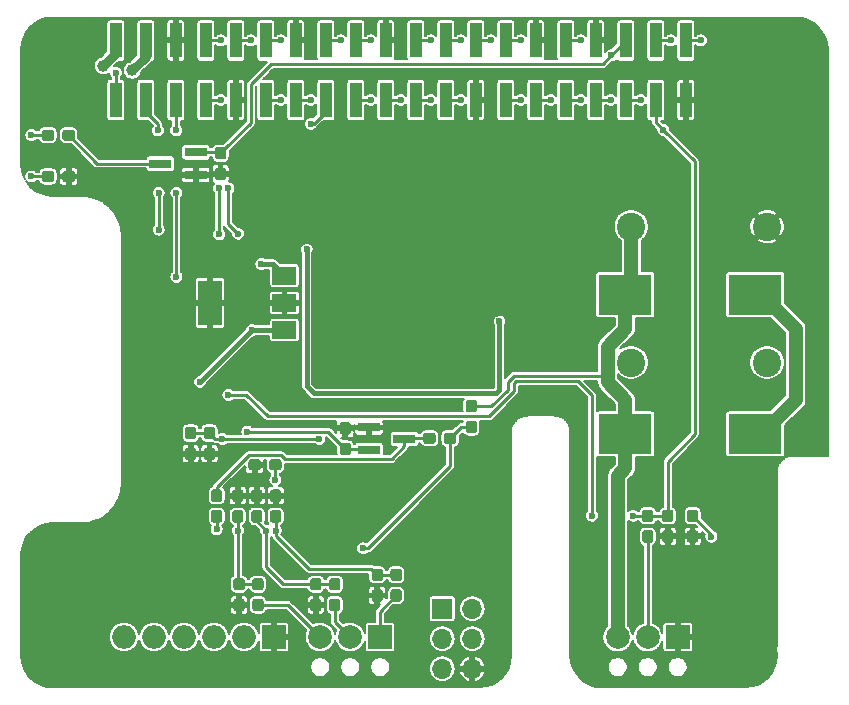
<source format=gbl>
G04 #@! TF.GenerationSoftware,KiCad,Pcbnew,(5.0.1)-3*
G04 #@! TF.CreationDate,2018-11-02T18:35:49+01:00*
G04 #@! TF.ProjectId,rpi_power,7270695F706F7765722E6B696361645F,rev?*
G04 #@! TF.SameCoordinates,Original*
G04 #@! TF.FileFunction,Copper,L2,Bot,Signal*
G04 #@! TF.FilePolarity,Positive*
%FSLAX46Y46*%
G04 Gerber Fmt 4.6, Leading zero omitted, Abs format (unit mm)*
G04 Created by KiCad (PCBNEW (5.0.1)-3) date 02-Nov-18 18:35:49*
%MOMM*%
%LPD*%
G01*
G04 APERTURE LIST*
G04 #@! TA.AperFunction,ComponentPad*
%ADD10O,1.700000X1.700000*%
G04 #@! TD*
G04 #@! TA.AperFunction,ComponentPad*
%ADD11R,1.700000X1.700000*%
G04 #@! TD*
G04 #@! TA.AperFunction,ComponentPad*
%ADD12C,0.800000*%
G04 #@! TD*
G04 #@! TA.AperFunction,ComponentPad*
%ADD13C,5.800000*%
G04 #@! TD*
G04 #@! TA.AperFunction,ComponentPad*
%ADD14C,1.250000*%
G04 #@! TD*
G04 #@! TA.AperFunction,SMDPad,CuDef*
%ADD15R,1.000000X3.000000*%
G04 #@! TD*
G04 #@! TA.AperFunction,ComponentPad*
%ADD16O,1.998980X1.998980*%
G04 #@! TD*
G04 #@! TA.AperFunction,ComponentPad*
%ADD17R,1.998980X1.998980*%
G04 #@! TD*
G04 #@! TA.AperFunction,ComponentPad*
%ADD18C,2.000000*%
G04 #@! TD*
G04 #@! TA.AperFunction,ComponentPad*
%ADD19R,2.000000X2.000000*%
G04 #@! TD*
G04 #@! TA.AperFunction,ComponentPad*
%ADD20C,2.400000*%
G04 #@! TD*
G04 #@! TA.AperFunction,SMDPad,CuDef*
%ADD21R,4.500000X3.400000*%
G04 #@! TD*
G04 #@! TA.AperFunction,Conductor*
%ADD22C,0.100000*%
G04 #@! TD*
G04 #@! TA.AperFunction,SMDPad,CuDef*
%ADD23C,0.950000*%
G04 #@! TD*
G04 #@! TA.AperFunction,SMDPad,CuDef*
%ADD24R,1.900000X0.800000*%
G04 #@! TD*
G04 #@! TA.AperFunction,SMDPad,CuDef*
%ADD25R,2.000000X1.500000*%
G04 #@! TD*
G04 #@! TA.AperFunction,SMDPad,CuDef*
%ADD26R,2.000000X3.800000*%
G04 #@! TD*
G04 #@! TA.AperFunction,ViaPad*
%ADD27C,1.000000*%
G04 #@! TD*
G04 #@! TA.AperFunction,ViaPad*
%ADD28C,0.600000*%
G04 #@! TD*
G04 #@! TA.AperFunction,ViaPad*
%ADD29C,0.800000*%
G04 #@! TD*
G04 #@! TA.AperFunction,Conductor*
%ADD30C,1.200000*%
G04 #@! TD*
G04 #@! TA.AperFunction,Conductor*
%ADD31C,0.250000*%
G04 #@! TD*
G04 #@! TA.AperFunction,Conductor*
%ADD32C,0.400000*%
G04 #@! TD*
G04 #@! TA.AperFunction,Conductor*
%ADD33C,0.750000*%
G04 #@! TD*
G04 #@! TA.AperFunction,Conductor*
%ADD34C,0.254000*%
G04 #@! TD*
G04 #@! TA.AperFunction,Conductor*
%ADD35C,0.180000*%
G04 #@! TD*
G04 APERTURE END LIST*
D10*
G04 #@! TO.P,J7,6*
G04 #@! TO.N,GND*
X155040000Y-121680000D03*
G04 #@! TO.P,J7,5*
G04 #@! TO.N,PDI_CLK*
X152500000Y-121680000D03*
G04 #@! TO.P,J7,4*
G04 #@! TO.N,N/C*
X155040000Y-119140000D03*
G04 #@! TO.P,J7,3*
X152500000Y-119140000D03*
G04 #@! TO.P,J7,2*
G04 #@! TO.N,VCC*
X155040000Y-116600000D03*
D11*
G04 #@! TO.P,J7,1*
G04 #@! TO.N,PDI_DATA*
X152500000Y-116600000D03*
G04 #@! TD*
D12*
G04 #@! TO.P,MH1,1*
G04 #@! TO.N,GND*
X121590990Y-118409010D03*
X122250000Y-120000000D03*
X121590990Y-121590990D03*
X120000000Y-122250000D03*
X118409010Y-121590990D03*
X117750000Y-120000000D03*
X118409010Y-118409010D03*
X120000000Y-117750000D03*
D13*
X120000000Y-120000000D03*
G04 #@! TD*
D12*
G04 #@! TO.P,MH2,1*
G04 #@! TO.N,GND*
X179590990Y-118409010D03*
X180250000Y-120000000D03*
X179590990Y-121590990D03*
X178000000Y-122250000D03*
X176409010Y-121590990D03*
X175750000Y-120000000D03*
X176409010Y-118409010D03*
X178000000Y-117750000D03*
D13*
X178000000Y-120000000D03*
G04 #@! TD*
D12*
G04 #@! TO.P,MH3,1*
G04 #@! TO.N,GND*
X179590990Y-69409010D03*
X180250000Y-71000000D03*
X179590990Y-72590990D03*
X178000000Y-73250000D03*
X176409010Y-72590990D03*
X175750000Y-71000000D03*
X176409010Y-69409010D03*
X178000000Y-68750000D03*
D13*
X178000000Y-71000000D03*
G04 #@! TD*
D12*
G04 #@! TO.P,MH4,1*
G04 #@! TO.N,GND*
X121590990Y-69409010D03*
X122250000Y-71000000D03*
X121590990Y-72590990D03*
X120000000Y-73250000D03*
X118409010Y-72590990D03*
X117750000Y-71000000D03*
X118409010Y-69409010D03*
X120000000Y-68750000D03*
D13*
X120000000Y-71000000D03*
G04 #@! TD*
D12*
G04 #@! TO.P,U1,15*
G04 #@! TO.N,GND*
X153422036Y-86855421D03*
X152222036Y-88055421D03*
D14*
X152222036Y-86855421D03*
X153422036Y-88055421D03*
G04 #@! TD*
D15*
G04 #@! TO.P,J2,40*
G04 #@! TO.N,40*
X173130000Y-68480000D03*
G04 #@! TO.P,J2,39*
G04 #@! TO.N,GND*
X173130000Y-73520000D03*
G04 #@! TO.P,J2,38*
G04 #@! TO.N,38*
X170590000Y-68480000D03*
G04 #@! TO.P,J2,37*
G04 #@! TO.N,POWER_STATE*
X170590000Y-73520000D03*
G04 #@! TO.P,J2,36*
G04 #@! TO.N,LED_RUN*
X168050000Y-68480000D03*
G04 #@! TO.P,J2,35*
G04 #@! TO.N,35*
X168050000Y-73520000D03*
G04 #@! TO.P,J2,34*
G04 #@! TO.N,GND*
X165510000Y-68480000D03*
G04 #@! TO.P,J2,33*
G04 #@! TO.N,33*
X165510000Y-73520000D03*
G04 #@! TO.P,J2,32*
G04 #@! TO.N,32*
X162970000Y-68480000D03*
G04 #@! TO.P,J2,31*
G04 #@! TO.N,31*
X162970000Y-73520000D03*
G04 #@! TO.P,J2,30*
G04 #@! TO.N,GND*
X160430000Y-68480000D03*
G04 #@! TO.P,J2,29*
G04 #@! TO.N,29*
X160430000Y-73520000D03*
G04 #@! TO.P,J2,28*
G04 #@! TO.N,28*
X157890000Y-68480000D03*
G04 #@! TO.P,J2,27*
G04 #@! TO.N,27*
X157890000Y-73520000D03*
G04 #@! TO.P,J2,26*
G04 #@! TO.N,26*
X155350000Y-68480000D03*
G04 #@! TO.P,J2,25*
G04 #@! TO.N,GND*
X155350000Y-73520000D03*
G04 #@! TO.P,J2,24*
G04 #@! TO.N,24*
X152810000Y-68480000D03*
G04 #@! TO.P,J2,23*
G04 #@! TO.N,23*
X152810000Y-73520000D03*
G04 #@! TO.P,J2,22*
G04 #@! TO.N,22*
X150270000Y-68480000D03*
G04 #@! TO.P,J2,21*
G04 #@! TO.N,21*
X150270000Y-73520000D03*
G04 #@! TO.P,J2,20*
G04 #@! TO.N,GND*
X147730000Y-68480000D03*
G04 #@! TO.P,J2,19*
G04 #@! TO.N,19*
X147730000Y-73520000D03*
G04 #@! TO.P,J2,18*
G04 #@! TO.N,18*
X145190000Y-68480000D03*
G04 #@! TO.P,J2,17*
G04 #@! TO.N,17*
X145190000Y-73520000D03*
G04 #@! TO.P,J2,16*
G04 #@! TO.N,16*
X142650000Y-68480000D03*
G04 #@! TO.P,J2,15*
G04 #@! TO.N,WATCHDOG*
X142650000Y-73520000D03*
G04 #@! TO.P,J2,14*
G04 #@! TO.N,GND*
X140110000Y-68480000D03*
G04 #@! TO.P,J2,13*
G04 #@! TO.N,13*
X140110000Y-73520000D03*
G04 #@! TO.P,J2,12*
G04 #@! TO.N,12*
X137570000Y-68480000D03*
G04 #@! TO.P,J2,11*
G04 #@! TO.N,11*
X137570000Y-73520000D03*
G04 #@! TO.P,J2,10*
G04 #@! TO.N,10*
X135030000Y-68480000D03*
G04 #@! TO.P,J2,9*
G04 #@! TO.N,GND*
X135030000Y-73520000D03*
G04 #@! TO.P,J2,8*
G04 #@! TO.N,8*
X132490000Y-68480000D03*
G04 #@! TO.P,J2,7*
G04 #@! TO.N,7*
X132490000Y-73520000D03*
G04 #@! TO.P,J2,6*
G04 #@! TO.N,GND*
X129950000Y-68480000D03*
G04 #@! TO.P,J2,5*
G04 #@! TO.N,I2C_SCL*
X129950000Y-73520000D03*
G04 #@! TO.P,J2,4*
G04 #@! TO.N,+5V*
X127410000Y-68480000D03*
G04 #@! TO.P,J2,3*
G04 #@! TO.N,I2C_SDA*
X127410000Y-73520000D03*
G04 #@! TO.P,J2,2*
G04 #@! TO.N,+5V*
X124870000Y-68480000D03*
G04 #@! TO.P,J2,1*
G04 #@! TO.N,1*
X124870000Y-73520000D03*
G04 #@! TD*
D16*
G04 #@! TO.P,J9,6*
G04 #@! TO.N,GPIO0*
X125550000Y-119000000D03*
G04 #@! TO.P,J9,5*
G04 #@! TO.N,GPIO1*
X128090000Y-119000000D03*
G04 #@! TO.P,J9,3*
G04 #@! TO.N,GPIO3*
X133170000Y-119000000D03*
G04 #@! TO.P,J9,2*
G04 #@! TO.N,GPIO4*
X135710000Y-119000000D03*
D17*
G04 #@! TO.P,J9,1*
G04 #@! TO.N,GND*
X138250000Y-119000000D03*
D16*
G04 #@! TO.P,J9,4*
G04 #@! TO.N,GPIO2*
X130630000Y-119000000D03*
G04 #@! TD*
D18*
G04 #@! TO.P,J1,2*
G04 #@! TO.N,+12V*
X169900000Y-119000000D03*
D19*
G04 #@! TO.P,J1,1*
G04 #@! TO.N,GND*
X172440000Y-119000000D03*
D18*
G04 #@! TO.P,J1,3*
G04 #@! TO.N,BATT+*
X167360000Y-119000000D03*
G04 #@! TD*
D20*
G04 #@! TO.P,C1,2*
G04 #@! TO.N,Net-(C1-Pad2)*
X168500000Y-95750000D03*
G04 #@! TO.P,C1,1*
G04 #@! TO.N,BATT+*
X168500000Y-84250000D03*
G04 #@! TD*
G04 #@! TO.P,C2,2*
G04 #@! TO.N,GND*
X180000000Y-84250000D03*
G04 #@! TO.P,C2,1*
G04 #@! TO.N,Net-(C1-Pad2)*
X180000000Y-95750000D03*
G04 #@! TD*
D21*
G04 #@! TO.P,R4,2*
G04 #@! TO.N,Net-(D1-Pad1)*
X179000000Y-101800000D03*
G04 #@! TO.P,R4,1*
G04 #@! TO.N,BATT+*
X168000000Y-101800000D03*
G04 #@! TD*
G04 #@! TO.P,R3,2*
G04 #@! TO.N,Net-(D1-Pad1)*
X179000000Y-90000000D03*
G04 #@! TO.P,R3,1*
G04 #@! TO.N,BATT+*
X168000000Y-90000000D03*
G04 #@! TD*
D22*
G04 #@! TO.N,Net-(C15-Pad2)*
G04 #@! TO.C,C15*
G36*
X133660779Y-106501144D02*
X133683834Y-106504563D01*
X133706443Y-106510227D01*
X133728387Y-106518079D01*
X133749457Y-106528044D01*
X133769448Y-106540026D01*
X133788168Y-106553910D01*
X133805438Y-106569562D01*
X133821090Y-106586832D01*
X133834974Y-106605552D01*
X133846956Y-106625543D01*
X133856921Y-106646613D01*
X133864773Y-106668557D01*
X133870437Y-106691166D01*
X133873856Y-106714221D01*
X133875000Y-106737500D01*
X133875000Y-107312500D01*
X133873856Y-107335779D01*
X133870437Y-107358834D01*
X133864773Y-107381443D01*
X133856921Y-107403387D01*
X133846956Y-107424457D01*
X133834974Y-107444448D01*
X133821090Y-107463168D01*
X133805438Y-107480438D01*
X133788168Y-107496090D01*
X133769448Y-107509974D01*
X133749457Y-107521956D01*
X133728387Y-107531921D01*
X133706443Y-107539773D01*
X133683834Y-107545437D01*
X133660779Y-107548856D01*
X133637500Y-107550000D01*
X133162500Y-107550000D01*
X133139221Y-107548856D01*
X133116166Y-107545437D01*
X133093557Y-107539773D01*
X133071613Y-107531921D01*
X133050543Y-107521956D01*
X133030552Y-107509974D01*
X133011832Y-107496090D01*
X132994562Y-107480438D01*
X132978910Y-107463168D01*
X132965026Y-107444448D01*
X132953044Y-107424457D01*
X132943079Y-107403387D01*
X132935227Y-107381443D01*
X132929563Y-107358834D01*
X132926144Y-107335779D01*
X132925000Y-107312500D01*
X132925000Y-106737500D01*
X132926144Y-106714221D01*
X132929563Y-106691166D01*
X132935227Y-106668557D01*
X132943079Y-106646613D01*
X132953044Y-106625543D01*
X132965026Y-106605552D01*
X132978910Y-106586832D01*
X132994562Y-106569562D01*
X133011832Y-106553910D01*
X133030552Y-106540026D01*
X133050543Y-106528044D01*
X133071613Y-106518079D01*
X133093557Y-106510227D01*
X133116166Y-106504563D01*
X133139221Y-106501144D01*
X133162500Y-106500000D01*
X133637500Y-106500000D01*
X133660779Y-106501144D01*
X133660779Y-106501144D01*
G37*
D23*
G04 #@! TD*
G04 #@! TO.P,C15,2*
G04 #@! TO.N,Net-(C15-Pad2)*
X133400000Y-107025000D03*
D22*
G04 #@! TO.N,ADC0*
G04 #@! TO.C,C15*
G36*
X133660779Y-108251144D02*
X133683834Y-108254563D01*
X133706443Y-108260227D01*
X133728387Y-108268079D01*
X133749457Y-108278044D01*
X133769448Y-108290026D01*
X133788168Y-108303910D01*
X133805438Y-108319562D01*
X133821090Y-108336832D01*
X133834974Y-108355552D01*
X133846956Y-108375543D01*
X133856921Y-108396613D01*
X133864773Y-108418557D01*
X133870437Y-108441166D01*
X133873856Y-108464221D01*
X133875000Y-108487500D01*
X133875000Y-109062500D01*
X133873856Y-109085779D01*
X133870437Y-109108834D01*
X133864773Y-109131443D01*
X133856921Y-109153387D01*
X133846956Y-109174457D01*
X133834974Y-109194448D01*
X133821090Y-109213168D01*
X133805438Y-109230438D01*
X133788168Y-109246090D01*
X133769448Y-109259974D01*
X133749457Y-109271956D01*
X133728387Y-109281921D01*
X133706443Y-109289773D01*
X133683834Y-109295437D01*
X133660779Y-109298856D01*
X133637500Y-109300000D01*
X133162500Y-109300000D01*
X133139221Y-109298856D01*
X133116166Y-109295437D01*
X133093557Y-109289773D01*
X133071613Y-109281921D01*
X133050543Y-109271956D01*
X133030552Y-109259974D01*
X133011832Y-109246090D01*
X132994562Y-109230438D01*
X132978910Y-109213168D01*
X132965026Y-109194448D01*
X132953044Y-109174457D01*
X132943079Y-109153387D01*
X132935227Y-109131443D01*
X132929563Y-109108834D01*
X132926144Y-109085779D01*
X132925000Y-109062500D01*
X132925000Y-108487500D01*
X132926144Y-108464221D01*
X132929563Y-108441166D01*
X132935227Y-108418557D01*
X132943079Y-108396613D01*
X132953044Y-108375543D01*
X132965026Y-108355552D01*
X132978910Y-108336832D01*
X132994562Y-108319562D01*
X133011832Y-108303910D01*
X133030552Y-108290026D01*
X133050543Y-108278044D01*
X133071613Y-108268079D01*
X133093557Y-108260227D01*
X133116166Y-108254563D01*
X133139221Y-108251144D01*
X133162500Y-108250000D01*
X133637500Y-108250000D01*
X133660779Y-108251144D01*
X133660779Y-108251144D01*
G37*
D23*
G04 #@! TD*
G04 #@! TO.P,C15,1*
G04 #@! TO.N,ADC0*
X133400000Y-108775000D03*
D22*
G04 #@! TO.N,GND*
G04 #@! TO.C,C21*
G36*
X133060779Y-102951144D02*
X133083834Y-102954563D01*
X133106443Y-102960227D01*
X133128387Y-102968079D01*
X133149457Y-102978044D01*
X133169448Y-102990026D01*
X133188168Y-103003910D01*
X133205438Y-103019562D01*
X133221090Y-103036832D01*
X133234974Y-103055552D01*
X133246956Y-103075543D01*
X133256921Y-103096613D01*
X133264773Y-103118557D01*
X133270437Y-103141166D01*
X133273856Y-103164221D01*
X133275000Y-103187500D01*
X133275000Y-103762500D01*
X133273856Y-103785779D01*
X133270437Y-103808834D01*
X133264773Y-103831443D01*
X133256921Y-103853387D01*
X133246956Y-103874457D01*
X133234974Y-103894448D01*
X133221090Y-103913168D01*
X133205438Y-103930438D01*
X133188168Y-103946090D01*
X133169448Y-103959974D01*
X133149457Y-103971956D01*
X133128387Y-103981921D01*
X133106443Y-103989773D01*
X133083834Y-103995437D01*
X133060779Y-103998856D01*
X133037500Y-104000000D01*
X132562500Y-104000000D01*
X132539221Y-103998856D01*
X132516166Y-103995437D01*
X132493557Y-103989773D01*
X132471613Y-103981921D01*
X132450543Y-103971956D01*
X132430552Y-103959974D01*
X132411832Y-103946090D01*
X132394562Y-103930438D01*
X132378910Y-103913168D01*
X132365026Y-103894448D01*
X132353044Y-103874457D01*
X132343079Y-103853387D01*
X132335227Y-103831443D01*
X132329563Y-103808834D01*
X132326144Y-103785779D01*
X132325000Y-103762500D01*
X132325000Y-103187500D01*
X132326144Y-103164221D01*
X132329563Y-103141166D01*
X132335227Y-103118557D01*
X132343079Y-103096613D01*
X132353044Y-103075543D01*
X132365026Y-103055552D01*
X132378910Y-103036832D01*
X132394562Y-103019562D01*
X132411832Y-103003910D01*
X132430552Y-102990026D01*
X132450543Y-102978044D01*
X132471613Y-102968079D01*
X132493557Y-102960227D01*
X132516166Y-102954563D01*
X132539221Y-102951144D01*
X132562500Y-102950000D01*
X133037500Y-102950000D01*
X133060779Y-102951144D01*
X133060779Y-102951144D01*
G37*
D23*
G04 #@! TD*
G04 #@! TO.P,C21,2*
G04 #@! TO.N,GND*
X132800000Y-103475000D03*
D22*
G04 #@! TO.N,VCC*
G04 #@! TO.C,C21*
G36*
X133060779Y-101201144D02*
X133083834Y-101204563D01*
X133106443Y-101210227D01*
X133128387Y-101218079D01*
X133149457Y-101228044D01*
X133169448Y-101240026D01*
X133188168Y-101253910D01*
X133205438Y-101269562D01*
X133221090Y-101286832D01*
X133234974Y-101305552D01*
X133246956Y-101325543D01*
X133256921Y-101346613D01*
X133264773Y-101368557D01*
X133270437Y-101391166D01*
X133273856Y-101414221D01*
X133275000Y-101437500D01*
X133275000Y-102012500D01*
X133273856Y-102035779D01*
X133270437Y-102058834D01*
X133264773Y-102081443D01*
X133256921Y-102103387D01*
X133246956Y-102124457D01*
X133234974Y-102144448D01*
X133221090Y-102163168D01*
X133205438Y-102180438D01*
X133188168Y-102196090D01*
X133169448Y-102209974D01*
X133149457Y-102221956D01*
X133128387Y-102231921D01*
X133106443Y-102239773D01*
X133083834Y-102245437D01*
X133060779Y-102248856D01*
X133037500Y-102250000D01*
X132562500Y-102250000D01*
X132539221Y-102248856D01*
X132516166Y-102245437D01*
X132493557Y-102239773D01*
X132471613Y-102231921D01*
X132450543Y-102221956D01*
X132430552Y-102209974D01*
X132411832Y-102196090D01*
X132394562Y-102180438D01*
X132378910Y-102163168D01*
X132365026Y-102144448D01*
X132353044Y-102124457D01*
X132343079Y-102103387D01*
X132335227Y-102081443D01*
X132329563Y-102058834D01*
X132326144Y-102035779D01*
X132325000Y-102012500D01*
X132325000Y-101437500D01*
X132326144Y-101414221D01*
X132329563Y-101391166D01*
X132335227Y-101368557D01*
X132343079Y-101346613D01*
X132353044Y-101325543D01*
X132365026Y-101305552D01*
X132378910Y-101286832D01*
X132394562Y-101269562D01*
X132411832Y-101253910D01*
X132430552Y-101240026D01*
X132450543Y-101228044D01*
X132471613Y-101218079D01*
X132493557Y-101210227D01*
X132516166Y-101204563D01*
X132539221Y-101201144D01*
X132562500Y-101200000D01*
X133037500Y-101200000D01*
X133060779Y-101201144D01*
X133060779Y-101201144D01*
G37*
D23*
G04 #@! TD*
G04 #@! TO.P,C21,1*
G04 #@! TO.N,VCC*
X132800000Y-101725000D03*
D22*
G04 #@! TO.N,GND*
G04 #@! TO.C,C22*
G36*
X131460779Y-102951144D02*
X131483834Y-102954563D01*
X131506443Y-102960227D01*
X131528387Y-102968079D01*
X131549457Y-102978044D01*
X131569448Y-102990026D01*
X131588168Y-103003910D01*
X131605438Y-103019562D01*
X131621090Y-103036832D01*
X131634974Y-103055552D01*
X131646956Y-103075543D01*
X131656921Y-103096613D01*
X131664773Y-103118557D01*
X131670437Y-103141166D01*
X131673856Y-103164221D01*
X131675000Y-103187500D01*
X131675000Y-103762500D01*
X131673856Y-103785779D01*
X131670437Y-103808834D01*
X131664773Y-103831443D01*
X131656921Y-103853387D01*
X131646956Y-103874457D01*
X131634974Y-103894448D01*
X131621090Y-103913168D01*
X131605438Y-103930438D01*
X131588168Y-103946090D01*
X131569448Y-103959974D01*
X131549457Y-103971956D01*
X131528387Y-103981921D01*
X131506443Y-103989773D01*
X131483834Y-103995437D01*
X131460779Y-103998856D01*
X131437500Y-104000000D01*
X130962500Y-104000000D01*
X130939221Y-103998856D01*
X130916166Y-103995437D01*
X130893557Y-103989773D01*
X130871613Y-103981921D01*
X130850543Y-103971956D01*
X130830552Y-103959974D01*
X130811832Y-103946090D01*
X130794562Y-103930438D01*
X130778910Y-103913168D01*
X130765026Y-103894448D01*
X130753044Y-103874457D01*
X130743079Y-103853387D01*
X130735227Y-103831443D01*
X130729563Y-103808834D01*
X130726144Y-103785779D01*
X130725000Y-103762500D01*
X130725000Y-103187500D01*
X130726144Y-103164221D01*
X130729563Y-103141166D01*
X130735227Y-103118557D01*
X130743079Y-103096613D01*
X130753044Y-103075543D01*
X130765026Y-103055552D01*
X130778910Y-103036832D01*
X130794562Y-103019562D01*
X130811832Y-103003910D01*
X130830552Y-102990026D01*
X130850543Y-102978044D01*
X130871613Y-102968079D01*
X130893557Y-102960227D01*
X130916166Y-102954563D01*
X130939221Y-102951144D01*
X130962500Y-102950000D01*
X131437500Y-102950000D01*
X131460779Y-102951144D01*
X131460779Y-102951144D01*
G37*
D23*
G04 #@! TD*
G04 #@! TO.P,C22,2*
G04 #@! TO.N,GND*
X131200000Y-103475000D03*
D22*
G04 #@! TO.N,VCC*
G04 #@! TO.C,C22*
G36*
X131460779Y-101201144D02*
X131483834Y-101204563D01*
X131506443Y-101210227D01*
X131528387Y-101218079D01*
X131549457Y-101228044D01*
X131569448Y-101240026D01*
X131588168Y-101253910D01*
X131605438Y-101269562D01*
X131621090Y-101286832D01*
X131634974Y-101305552D01*
X131646956Y-101325543D01*
X131656921Y-101346613D01*
X131664773Y-101368557D01*
X131670437Y-101391166D01*
X131673856Y-101414221D01*
X131675000Y-101437500D01*
X131675000Y-102012500D01*
X131673856Y-102035779D01*
X131670437Y-102058834D01*
X131664773Y-102081443D01*
X131656921Y-102103387D01*
X131646956Y-102124457D01*
X131634974Y-102144448D01*
X131621090Y-102163168D01*
X131605438Y-102180438D01*
X131588168Y-102196090D01*
X131569448Y-102209974D01*
X131549457Y-102221956D01*
X131528387Y-102231921D01*
X131506443Y-102239773D01*
X131483834Y-102245437D01*
X131460779Y-102248856D01*
X131437500Y-102250000D01*
X130962500Y-102250000D01*
X130939221Y-102248856D01*
X130916166Y-102245437D01*
X130893557Y-102239773D01*
X130871613Y-102231921D01*
X130850543Y-102221956D01*
X130830552Y-102209974D01*
X130811832Y-102196090D01*
X130794562Y-102180438D01*
X130778910Y-102163168D01*
X130765026Y-102144448D01*
X130753044Y-102124457D01*
X130743079Y-102103387D01*
X130735227Y-102081443D01*
X130729563Y-102058834D01*
X130726144Y-102035779D01*
X130725000Y-102012500D01*
X130725000Y-101437500D01*
X130726144Y-101414221D01*
X130729563Y-101391166D01*
X130735227Y-101368557D01*
X130743079Y-101346613D01*
X130753044Y-101325543D01*
X130765026Y-101305552D01*
X130778910Y-101286832D01*
X130794562Y-101269562D01*
X130811832Y-101253910D01*
X130830552Y-101240026D01*
X130850543Y-101228044D01*
X130871613Y-101218079D01*
X130893557Y-101210227D01*
X130916166Y-101204563D01*
X130939221Y-101201144D01*
X130962500Y-101200000D01*
X131437500Y-101200000D01*
X131460779Y-101201144D01*
X131460779Y-101201144D01*
G37*
D23*
G04 #@! TD*
G04 #@! TO.P,C22,1*
G04 #@! TO.N,VCC*
X131200000Y-101725000D03*
D22*
G04 #@! TO.N,GND*
G04 #@! TO.C,C23*
G36*
X136935779Y-103926144D02*
X136958834Y-103929563D01*
X136981443Y-103935227D01*
X137003387Y-103943079D01*
X137024457Y-103953044D01*
X137044448Y-103965026D01*
X137063168Y-103978910D01*
X137080438Y-103994562D01*
X137096090Y-104011832D01*
X137109974Y-104030552D01*
X137121956Y-104050543D01*
X137131921Y-104071613D01*
X137139773Y-104093557D01*
X137145437Y-104116166D01*
X137148856Y-104139221D01*
X137150000Y-104162500D01*
X137150000Y-104637500D01*
X137148856Y-104660779D01*
X137145437Y-104683834D01*
X137139773Y-104706443D01*
X137131921Y-104728387D01*
X137121956Y-104749457D01*
X137109974Y-104769448D01*
X137096090Y-104788168D01*
X137080438Y-104805438D01*
X137063168Y-104821090D01*
X137044448Y-104834974D01*
X137024457Y-104846956D01*
X137003387Y-104856921D01*
X136981443Y-104864773D01*
X136958834Y-104870437D01*
X136935779Y-104873856D01*
X136912500Y-104875000D01*
X136337500Y-104875000D01*
X136314221Y-104873856D01*
X136291166Y-104870437D01*
X136268557Y-104864773D01*
X136246613Y-104856921D01*
X136225543Y-104846956D01*
X136205552Y-104834974D01*
X136186832Y-104821090D01*
X136169562Y-104805438D01*
X136153910Y-104788168D01*
X136140026Y-104769448D01*
X136128044Y-104749457D01*
X136118079Y-104728387D01*
X136110227Y-104706443D01*
X136104563Y-104683834D01*
X136101144Y-104660779D01*
X136100000Y-104637500D01*
X136100000Y-104162500D01*
X136101144Y-104139221D01*
X136104563Y-104116166D01*
X136110227Y-104093557D01*
X136118079Y-104071613D01*
X136128044Y-104050543D01*
X136140026Y-104030552D01*
X136153910Y-104011832D01*
X136169562Y-103994562D01*
X136186832Y-103978910D01*
X136205552Y-103965026D01*
X136225543Y-103953044D01*
X136246613Y-103943079D01*
X136268557Y-103935227D01*
X136291166Y-103929563D01*
X136314221Y-103926144D01*
X136337500Y-103925000D01*
X136912500Y-103925000D01*
X136935779Y-103926144D01*
X136935779Y-103926144D01*
G37*
D23*
G04 #@! TD*
G04 #@! TO.P,C23,2*
G04 #@! TO.N,GND*
X136625000Y-104400000D03*
D22*
G04 #@! TO.N,Net-(C23-Pad1)*
G04 #@! TO.C,C23*
G36*
X138685779Y-103926144D02*
X138708834Y-103929563D01*
X138731443Y-103935227D01*
X138753387Y-103943079D01*
X138774457Y-103953044D01*
X138794448Y-103965026D01*
X138813168Y-103978910D01*
X138830438Y-103994562D01*
X138846090Y-104011832D01*
X138859974Y-104030552D01*
X138871956Y-104050543D01*
X138881921Y-104071613D01*
X138889773Y-104093557D01*
X138895437Y-104116166D01*
X138898856Y-104139221D01*
X138900000Y-104162500D01*
X138900000Y-104637500D01*
X138898856Y-104660779D01*
X138895437Y-104683834D01*
X138889773Y-104706443D01*
X138881921Y-104728387D01*
X138871956Y-104749457D01*
X138859974Y-104769448D01*
X138846090Y-104788168D01*
X138830438Y-104805438D01*
X138813168Y-104821090D01*
X138794448Y-104834974D01*
X138774457Y-104846956D01*
X138753387Y-104856921D01*
X138731443Y-104864773D01*
X138708834Y-104870437D01*
X138685779Y-104873856D01*
X138662500Y-104875000D01*
X138087500Y-104875000D01*
X138064221Y-104873856D01*
X138041166Y-104870437D01*
X138018557Y-104864773D01*
X137996613Y-104856921D01*
X137975543Y-104846956D01*
X137955552Y-104834974D01*
X137936832Y-104821090D01*
X137919562Y-104805438D01*
X137903910Y-104788168D01*
X137890026Y-104769448D01*
X137878044Y-104749457D01*
X137868079Y-104728387D01*
X137860227Y-104706443D01*
X137854563Y-104683834D01*
X137851144Y-104660779D01*
X137850000Y-104637500D01*
X137850000Y-104162500D01*
X137851144Y-104139221D01*
X137854563Y-104116166D01*
X137860227Y-104093557D01*
X137868079Y-104071613D01*
X137878044Y-104050543D01*
X137890026Y-104030552D01*
X137903910Y-104011832D01*
X137919562Y-103994562D01*
X137936832Y-103978910D01*
X137955552Y-103965026D01*
X137975543Y-103953044D01*
X137996613Y-103943079D01*
X138018557Y-103935227D01*
X138041166Y-103929563D01*
X138064221Y-103926144D01*
X138087500Y-103925000D01*
X138662500Y-103925000D01*
X138685779Y-103926144D01*
X138685779Y-103926144D01*
G37*
D23*
G04 #@! TD*
G04 #@! TO.P,C23,1*
G04 #@! TO.N,Net-(C23-Pad1)*
X138375000Y-104400000D03*
D18*
G04 #@! TO.P,J4,2*
G04 #@! TO.N,ADC2_IN*
X144700000Y-119000000D03*
D19*
G04 #@! TO.P,J4,1*
G04 #@! TO.N,ADC3_IN*
X147240000Y-119000000D03*
D18*
G04 #@! TO.P,J4,3*
G04 #@! TO.N,ADC1_IN*
X142160000Y-119000000D03*
G04 #@! TD*
D24*
G04 #@! TO.P,Q6,3*
G04 #@! TO.N,Net-(C15-Pad2)*
X149300000Y-102200000D03*
G04 #@! TO.P,Q6,2*
G04 #@! TO.N,GND*
X146300000Y-101250000D03*
G04 #@! TO.P,Q6,1*
G04 #@! TO.N,BATT+_MEASURE*
X146300000Y-103150000D03*
G04 #@! TD*
G04 #@! TO.P,Q10,3*
G04 #@! TO.N,Net-(Q10-Pad3)*
X128636302Y-78905168D03*
G04 #@! TO.P,Q10,2*
G04 #@! TO.N,GND*
X131636302Y-79855168D03*
G04 #@! TO.P,Q10,1*
G04 #@! TO.N,LED_RUN*
X131636302Y-77955168D03*
G04 #@! TD*
D22*
G04 #@! TO.N,POWER_STATE*
G04 #@! TO.C,R1*
G36*
X170160779Y-108201144D02*
X170183834Y-108204563D01*
X170206443Y-108210227D01*
X170228387Y-108218079D01*
X170249457Y-108228044D01*
X170269448Y-108240026D01*
X170288168Y-108253910D01*
X170305438Y-108269562D01*
X170321090Y-108286832D01*
X170334974Y-108305552D01*
X170346956Y-108325543D01*
X170356921Y-108346613D01*
X170364773Y-108368557D01*
X170370437Y-108391166D01*
X170373856Y-108414221D01*
X170375000Y-108437500D01*
X170375000Y-109012500D01*
X170373856Y-109035779D01*
X170370437Y-109058834D01*
X170364773Y-109081443D01*
X170356921Y-109103387D01*
X170346956Y-109124457D01*
X170334974Y-109144448D01*
X170321090Y-109163168D01*
X170305438Y-109180438D01*
X170288168Y-109196090D01*
X170269448Y-109209974D01*
X170249457Y-109221956D01*
X170228387Y-109231921D01*
X170206443Y-109239773D01*
X170183834Y-109245437D01*
X170160779Y-109248856D01*
X170137500Y-109250000D01*
X169662500Y-109250000D01*
X169639221Y-109248856D01*
X169616166Y-109245437D01*
X169593557Y-109239773D01*
X169571613Y-109231921D01*
X169550543Y-109221956D01*
X169530552Y-109209974D01*
X169511832Y-109196090D01*
X169494562Y-109180438D01*
X169478910Y-109163168D01*
X169465026Y-109144448D01*
X169453044Y-109124457D01*
X169443079Y-109103387D01*
X169435227Y-109081443D01*
X169429563Y-109058834D01*
X169426144Y-109035779D01*
X169425000Y-109012500D01*
X169425000Y-108437500D01*
X169426144Y-108414221D01*
X169429563Y-108391166D01*
X169435227Y-108368557D01*
X169443079Y-108346613D01*
X169453044Y-108325543D01*
X169465026Y-108305552D01*
X169478910Y-108286832D01*
X169494562Y-108269562D01*
X169511832Y-108253910D01*
X169530552Y-108240026D01*
X169550543Y-108228044D01*
X169571613Y-108218079D01*
X169593557Y-108210227D01*
X169616166Y-108204563D01*
X169639221Y-108201144D01*
X169662500Y-108200000D01*
X170137500Y-108200000D01*
X170160779Y-108201144D01*
X170160779Y-108201144D01*
G37*
D23*
G04 #@! TD*
G04 #@! TO.P,R1,2*
G04 #@! TO.N,POWER_STATE*
X169900000Y-108725000D03*
D22*
G04 #@! TO.N,+12V*
G04 #@! TO.C,R1*
G36*
X170160779Y-109951144D02*
X170183834Y-109954563D01*
X170206443Y-109960227D01*
X170228387Y-109968079D01*
X170249457Y-109978044D01*
X170269448Y-109990026D01*
X170288168Y-110003910D01*
X170305438Y-110019562D01*
X170321090Y-110036832D01*
X170334974Y-110055552D01*
X170346956Y-110075543D01*
X170356921Y-110096613D01*
X170364773Y-110118557D01*
X170370437Y-110141166D01*
X170373856Y-110164221D01*
X170375000Y-110187500D01*
X170375000Y-110762500D01*
X170373856Y-110785779D01*
X170370437Y-110808834D01*
X170364773Y-110831443D01*
X170356921Y-110853387D01*
X170346956Y-110874457D01*
X170334974Y-110894448D01*
X170321090Y-110913168D01*
X170305438Y-110930438D01*
X170288168Y-110946090D01*
X170269448Y-110959974D01*
X170249457Y-110971956D01*
X170228387Y-110981921D01*
X170206443Y-110989773D01*
X170183834Y-110995437D01*
X170160779Y-110998856D01*
X170137500Y-111000000D01*
X169662500Y-111000000D01*
X169639221Y-110998856D01*
X169616166Y-110995437D01*
X169593557Y-110989773D01*
X169571613Y-110981921D01*
X169550543Y-110971956D01*
X169530552Y-110959974D01*
X169511832Y-110946090D01*
X169494562Y-110930438D01*
X169478910Y-110913168D01*
X169465026Y-110894448D01*
X169453044Y-110874457D01*
X169443079Y-110853387D01*
X169435227Y-110831443D01*
X169429563Y-110808834D01*
X169426144Y-110785779D01*
X169425000Y-110762500D01*
X169425000Y-110187500D01*
X169426144Y-110164221D01*
X169429563Y-110141166D01*
X169435227Y-110118557D01*
X169443079Y-110096613D01*
X169453044Y-110075543D01*
X169465026Y-110055552D01*
X169478910Y-110036832D01*
X169494562Y-110019562D01*
X169511832Y-110003910D01*
X169530552Y-109990026D01*
X169550543Y-109978044D01*
X169571613Y-109968079D01*
X169593557Y-109960227D01*
X169616166Y-109954563D01*
X169639221Y-109951144D01*
X169662500Y-109950000D01*
X170137500Y-109950000D01*
X170160779Y-109951144D01*
X170160779Y-109951144D01*
G37*
D23*
G04 #@! TD*
G04 #@! TO.P,R1,1*
G04 #@! TO.N,+12V*
X169900000Y-110475000D03*
D22*
G04 #@! TO.N,GND*
G04 #@! TO.C,R2*
G36*
X171860779Y-109951144D02*
X171883834Y-109954563D01*
X171906443Y-109960227D01*
X171928387Y-109968079D01*
X171949457Y-109978044D01*
X171969448Y-109990026D01*
X171988168Y-110003910D01*
X172005438Y-110019562D01*
X172021090Y-110036832D01*
X172034974Y-110055552D01*
X172046956Y-110075543D01*
X172056921Y-110096613D01*
X172064773Y-110118557D01*
X172070437Y-110141166D01*
X172073856Y-110164221D01*
X172075000Y-110187500D01*
X172075000Y-110762500D01*
X172073856Y-110785779D01*
X172070437Y-110808834D01*
X172064773Y-110831443D01*
X172056921Y-110853387D01*
X172046956Y-110874457D01*
X172034974Y-110894448D01*
X172021090Y-110913168D01*
X172005438Y-110930438D01*
X171988168Y-110946090D01*
X171969448Y-110959974D01*
X171949457Y-110971956D01*
X171928387Y-110981921D01*
X171906443Y-110989773D01*
X171883834Y-110995437D01*
X171860779Y-110998856D01*
X171837500Y-111000000D01*
X171362500Y-111000000D01*
X171339221Y-110998856D01*
X171316166Y-110995437D01*
X171293557Y-110989773D01*
X171271613Y-110981921D01*
X171250543Y-110971956D01*
X171230552Y-110959974D01*
X171211832Y-110946090D01*
X171194562Y-110930438D01*
X171178910Y-110913168D01*
X171165026Y-110894448D01*
X171153044Y-110874457D01*
X171143079Y-110853387D01*
X171135227Y-110831443D01*
X171129563Y-110808834D01*
X171126144Y-110785779D01*
X171125000Y-110762500D01*
X171125000Y-110187500D01*
X171126144Y-110164221D01*
X171129563Y-110141166D01*
X171135227Y-110118557D01*
X171143079Y-110096613D01*
X171153044Y-110075543D01*
X171165026Y-110055552D01*
X171178910Y-110036832D01*
X171194562Y-110019562D01*
X171211832Y-110003910D01*
X171230552Y-109990026D01*
X171250543Y-109978044D01*
X171271613Y-109968079D01*
X171293557Y-109960227D01*
X171316166Y-109954563D01*
X171339221Y-109951144D01*
X171362500Y-109950000D01*
X171837500Y-109950000D01*
X171860779Y-109951144D01*
X171860779Y-109951144D01*
G37*
D23*
G04 #@! TD*
G04 #@! TO.P,R2,2*
G04 #@! TO.N,GND*
X171600000Y-110475000D03*
D22*
G04 #@! TO.N,POWER_STATE*
G04 #@! TO.C,R2*
G36*
X171860779Y-108201144D02*
X171883834Y-108204563D01*
X171906443Y-108210227D01*
X171928387Y-108218079D01*
X171949457Y-108228044D01*
X171969448Y-108240026D01*
X171988168Y-108253910D01*
X172005438Y-108269562D01*
X172021090Y-108286832D01*
X172034974Y-108305552D01*
X172046956Y-108325543D01*
X172056921Y-108346613D01*
X172064773Y-108368557D01*
X172070437Y-108391166D01*
X172073856Y-108414221D01*
X172075000Y-108437500D01*
X172075000Y-109012500D01*
X172073856Y-109035779D01*
X172070437Y-109058834D01*
X172064773Y-109081443D01*
X172056921Y-109103387D01*
X172046956Y-109124457D01*
X172034974Y-109144448D01*
X172021090Y-109163168D01*
X172005438Y-109180438D01*
X171988168Y-109196090D01*
X171969448Y-109209974D01*
X171949457Y-109221956D01*
X171928387Y-109231921D01*
X171906443Y-109239773D01*
X171883834Y-109245437D01*
X171860779Y-109248856D01*
X171837500Y-109250000D01*
X171362500Y-109250000D01*
X171339221Y-109248856D01*
X171316166Y-109245437D01*
X171293557Y-109239773D01*
X171271613Y-109231921D01*
X171250543Y-109221956D01*
X171230552Y-109209974D01*
X171211832Y-109196090D01*
X171194562Y-109180438D01*
X171178910Y-109163168D01*
X171165026Y-109144448D01*
X171153044Y-109124457D01*
X171143079Y-109103387D01*
X171135227Y-109081443D01*
X171129563Y-109058834D01*
X171126144Y-109035779D01*
X171125000Y-109012500D01*
X171125000Y-108437500D01*
X171126144Y-108414221D01*
X171129563Y-108391166D01*
X171135227Y-108368557D01*
X171143079Y-108346613D01*
X171153044Y-108325543D01*
X171165026Y-108305552D01*
X171178910Y-108286832D01*
X171194562Y-108269562D01*
X171211832Y-108253910D01*
X171230552Y-108240026D01*
X171250543Y-108228044D01*
X171271613Y-108218079D01*
X171293557Y-108210227D01*
X171316166Y-108204563D01*
X171339221Y-108201144D01*
X171362500Y-108200000D01*
X171837500Y-108200000D01*
X171860779Y-108201144D01*
X171860779Y-108201144D01*
G37*
D23*
G04 #@! TD*
G04 #@! TO.P,R2,1*
G04 #@! TO.N,POWER_STATE*
X171600000Y-108725000D03*
D22*
G04 #@! TO.N,ADC1*
G04 #@! TO.C,R8*
G36*
X137160779Y-114001144D02*
X137183834Y-114004563D01*
X137206443Y-114010227D01*
X137228387Y-114018079D01*
X137249457Y-114028044D01*
X137269448Y-114040026D01*
X137288168Y-114053910D01*
X137305438Y-114069562D01*
X137321090Y-114086832D01*
X137334974Y-114105552D01*
X137346956Y-114125543D01*
X137356921Y-114146613D01*
X137364773Y-114168557D01*
X137370437Y-114191166D01*
X137373856Y-114214221D01*
X137375000Y-114237500D01*
X137375000Y-114812500D01*
X137373856Y-114835779D01*
X137370437Y-114858834D01*
X137364773Y-114881443D01*
X137356921Y-114903387D01*
X137346956Y-114924457D01*
X137334974Y-114944448D01*
X137321090Y-114963168D01*
X137305438Y-114980438D01*
X137288168Y-114996090D01*
X137269448Y-115009974D01*
X137249457Y-115021956D01*
X137228387Y-115031921D01*
X137206443Y-115039773D01*
X137183834Y-115045437D01*
X137160779Y-115048856D01*
X137137500Y-115050000D01*
X136662500Y-115050000D01*
X136639221Y-115048856D01*
X136616166Y-115045437D01*
X136593557Y-115039773D01*
X136571613Y-115031921D01*
X136550543Y-115021956D01*
X136530552Y-115009974D01*
X136511832Y-114996090D01*
X136494562Y-114980438D01*
X136478910Y-114963168D01*
X136465026Y-114944448D01*
X136453044Y-114924457D01*
X136443079Y-114903387D01*
X136435227Y-114881443D01*
X136429563Y-114858834D01*
X136426144Y-114835779D01*
X136425000Y-114812500D01*
X136425000Y-114237500D01*
X136426144Y-114214221D01*
X136429563Y-114191166D01*
X136435227Y-114168557D01*
X136443079Y-114146613D01*
X136453044Y-114125543D01*
X136465026Y-114105552D01*
X136478910Y-114086832D01*
X136494562Y-114069562D01*
X136511832Y-114053910D01*
X136530552Y-114040026D01*
X136550543Y-114028044D01*
X136571613Y-114018079D01*
X136593557Y-114010227D01*
X136616166Y-114004563D01*
X136639221Y-114001144D01*
X136662500Y-114000000D01*
X137137500Y-114000000D01*
X137160779Y-114001144D01*
X137160779Y-114001144D01*
G37*
D23*
G04 #@! TD*
G04 #@! TO.P,R8,2*
G04 #@! TO.N,ADC1*
X136900000Y-114525000D03*
D22*
G04 #@! TO.N,ADC1_IN*
G04 #@! TO.C,R8*
G36*
X137160779Y-115751144D02*
X137183834Y-115754563D01*
X137206443Y-115760227D01*
X137228387Y-115768079D01*
X137249457Y-115778044D01*
X137269448Y-115790026D01*
X137288168Y-115803910D01*
X137305438Y-115819562D01*
X137321090Y-115836832D01*
X137334974Y-115855552D01*
X137346956Y-115875543D01*
X137356921Y-115896613D01*
X137364773Y-115918557D01*
X137370437Y-115941166D01*
X137373856Y-115964221D01*
X137375000Y-115987500D01*
X137375000Y-116562500D01*
X137373856Y-116585779D01*
X137370437Y-116608834D01*
X137364773Y-116631443D01*
X137356921Y-116653387D01*
X137346956Y-116674457D01*
X137334974Y-116694448D01*
X137321090Y-116713168D01*
X137305438Y-116730438D01*
X137288168Y-116746090D01*
X137269448Y-116759974D01*
X137249457Y-116771956D01*
X137228387Y-116781921D01*
X137206443Y-116789773D01*
X137183834Y-116795437D01*
X137160779Y-116798856D01*
X137137500Y-116800000D01*
X136662500Y-116800000D01*
X136639221Y-116798856D01*
X136616166Y-116795437D01*
X136593557Y-116789773D01*
X136571613Y-116781921D01*
X136550543Y-116771956D01*
X136530552Y-116759974D01*
X136511832Y-116746090D01*
X136494562Y-116730438D01*
X136478910Y-116713168D01*
X136465026Y-116694448D01*
X136453044Y-116674457D01*
X136443079Y-116653387D01*
X136435227Y-116631443D01*
X136429563Y-116608834D01*
X136426144Y-116585779D01*
X136425000Y-116562500D01*
X136425000Y-115987500D01*
X136426144Y-115964221D01*
X136429563Y-115941166D01*
X136435227Y-115918557D01*
X136443079Y-115896613D01*
X136453044Y-115875543D01*
X136465026Y-115855552D01*
X136478910Y-115836832D01*
X136494562Y-115819562D01*
X136511832Y-115803910D01*
X136530552Y-115790026D01*
X136550543Y-115778044D01*
X136571613Y-115768079D01*
X136593557Y-115760227D01*
X136616166Y-115754563D01*
X136639221Y-115751144D01*
X136662500Y-115750000D01*
X137137500Y-115750000D01*
X137160779Y-115751144D01*
X137160779Y-115751144D01*
G37*
D23*
G04 #@! TD*
G04 #@! TO.P,R8,1*
G04 #@! TO.N,ADC1_IN*
X136900000Y-116275000D03*
D22*
G04 #@! TO.N,GND*
G04 #@! TO.C,R9*
G36*
X135560779Y-115751144D02*
X135583834Y-115754563D01*
X135606443Y-115760227D01*
X135628387Y-115768079D01*
X135649457Y-115778044D01*
X135669448Y-115790026D01*
X135688168Y-115803910D01*
X135705438Y-115819562D01*
X135721090Y-115836832D01*
X135734974Y-115855552D01*
X135746956Y-115875543D01*
X135756921Y-115896613D01*
X135764773Y-115918557D01*
X135770437Y-115941166D01*
X135773856Y-115964221D01*
X135775000Y-115987500D01*
X135775000Y-116562500D01*
X135773856Y-116585779D01*
X135770437Y-116608834D01*
X135764773Y-116631443D01*
X135756921Y-116653387D01*
X135746956Y-116674457D01*
X135734974Y-116694448D01*
X135721090Y-116713168D01*
X135705438Y-116730438D01*
X135688168Y-116746090D01*
X135669448Y-116759974D01*
X135649457Y-116771956D01*
X135628387Y-116781921D01*
X135606443Y-116789773D01*
X135583834Y-116795437D01*
X135560779Y-116798856D01*
X135537500Y-116800000D01*
X135062500Y-116800000D01*
X135039221Y-116798856D01*
X135016166Y-116795437D01*
X134993557Y-116789773D01*
X134971613Y-116781921D01*
X134950543Y-116771956D01*
X134930552Y-116759974D01*
X134911832Y-116746090D01*
X134894562Y-116730438D01*
X134878910Y-116713168D01*
X134865026Y-116694448D01*
X134853044Y-116674457D01*
X134843079Y-116653387D01*
X134835227Y-116631443D01*
X134829563Y-116608834D01*
X134826144Y-116585779D01*
X134825000Y-116562500D01*
X134825000Y-115987500D01*
X134826144Y-115964221D01*
X134829563Y-115941166D01*
X134835227Y-115918557D01*
X134843079Y-115896613D01*
X134853044Y-115875543D01*
X134865026Y-115855552D01*
X134878910Y-115836832D01*
X134894562Y-115819562D01*
X134911832Y-115803910D01*
X134930552Y-115790026D01*
X134950543Y-115778044D01*
X134971613Y-115768079D01*
X134993557Y-115760227D01*
X135016166Y-115754563D01*
X135039221Y-115751144D01*
X135062500Y-115750000D01*
X135537500Y-115750000D01*
X135560779Y-115751144D01*
X135560779Y-115751144D01*
G37*
D23*
G04 #@! TD*
G04 #@! TO.P,R9,2*
G04 #@! TO.N,GND*
X135300000Y-116275000D03*
D22*
G04 #@! TO.N,ADC1*
G04 #@! TO.C,R9*
G36*
X135560779Y-114001144D02*
X135583834Y-114004563D01*
X135606443Y-114010227D01*
X135628387Y-114018079D01*
X135649457Y-114028044D01*
X135669448Y-114040026D01*
X135688168Y-114053910D01*
X135705438Y-114069562D01*
X135721090Y-114086832D01*
X135734974Y-114105552D01*
X135746956Y-114125543D01*
X135756921Y-114146613D01*
X135764773Y-114168557D01*
X135770437Y-114191166D01*
X135773856Y-114214221D01*
X135775000Y-114237500D01*
X135775000Y-114812500D01*
X135773856Y-114835779D01*
X135770437Y-114858834D01*
X135764773Y-114881443D01*
X135756921Y-114903387D01*
X135746956Y-114924457D01*
X135734974Y-114944448D01*
X135721090Y-114963168D01*
X135705438Y-114980438D01*
X135688168Y-114996090D01*
X135669448Y-115009974D01*
X135649457Y-115021956D01*
X135628387Y-115031921D01*
X135606443Y-115039773D01*
X135583834Y-115045437D01*
X135560779Y-115048856D01*
X135537500Y-115050000D01*
X135062500Y-115050000D01*
X135039221Y-115048856D01*
X135016166Y-115045437D01*
X134993557Y-115039773D01*
X134971613Y-115031921D01*
X134950543Y-115021956D01*
X134930552Y-115009974D01*
X134911832Y-114996090D01*
X134894562Y-114980438D01*
X134878910Y-114963168D01*
X134865026Y-114944448D01*
X134853044Y-114924457D01*
X134843079Y-114903387D01*
X134835227Y-114881443D01*
X134829563Y-114858834D01*
X134826144Y-114835779D01*
X134825000Y-114812500D01*
X134825000Y-114237500D01*
X134826144Y-114214221D01*
X134829563Y-114191166D01*
X134835227Y-114168557D01*
X134843079Y-114146613D01*
X134853044Y-114125543D01*
X134865026Y-114105552D01*
X134878910Y-114086832D01*
X134894562Y-114069562D01*
X134911832Y-114053910D01*
X134930552Y-114040026D01*
X134950543Y-114028044D01*
X134971613Y-114018079D01*
X134993557Y-114010227D01*
X135016166Y-114004563D01*
X135039221Y-114001144D01*
X135062500Y-114000000D01*
X135537500Y-114000000D01*
X135560779Y-114001144D01*
X135560779Y-114001144D01*
G37*
D23*
G04 #@! TD*
G04 #@! TO.P,R9,1*
G04 #@! TO.N,ADC1*
X135300000Y-114525000D03*
D22*
G04 #@! TO.N,ADC2*
G04 #@! TO.C,R10*
G36*
X143660779Y-114001144D02*
X143683834Y-114004563D01*
X143706443Y-114010227D01*
X143728387Y-114018079D01*
X143749457Y-114028044D01*
X143769448Y-114040026D01*
X143788168Y-114053910D01*
X143805438Y-114069562D01*
X143821090Y-114086832D01*
X143834974Y-114105552D01*
X143846956Y-114125543D01*
X143856921Y-114146613D01*
X143864773Y-114168557D01*
X143870437Y-114191166D01*
X143873856Y-114214221D01*
X143875000Y-114237500D01*
X143875000Y-114812500D01*
X143873856Y-114835779D01*
X143870437Y-114858834D01*
X143864773Y-114881443D01*
X143856921Y-114903387D01*
X143846956Y-114924457D01*
X143834974Y-114944448D01*
X143821090Y-114963168D01*
X143805438Y-114980438D01*
X143788168Y-114996090D01*
X143769448Y-115009974D01*
X143749457Y-115021956D01*
X143728387Y-115031921D01*
X143706443Y-115039773D01*
X143683834Y-115045437D01*
X143660779Y-115048856D01*
X143637500Y-115050000D01*
X143162500Y-115050000D01*
X143139221Y-115048856D01*
X143116166Y-115045437D01*
X143093557Y-115039773D01*
X143071613Y-115031921D01*
X143050543Y-115021956D01*
X143030552Y-115009974D01*
X143011832Y-114996090D01*
X142994562Y-114980438D01*
X142978910Y-114963168D01*
X142965026Y-114944448D01*
X142953044Y-114924457D01*
X142943079Y-114903387D01*
X142935227Y-114881443D01*
X142929563Y-114858834D01*
X142926144Y-114835779D01*
X142925000Y-114812500D01*
X142925000Y-114237500D01*
X142926144Y-114214221D01*
X142929563Y-114191166D01*
X142935227Y-114168557D01*
X142943079Y-114146613D01*
X142953044Y-114125543D01*
X142965026Y-114105552D01*
X142978910Y-114086832D01*
X142994562Y-114069562D01*
X143011832Y-114053910D01*
X143030552Y-114040026D01*
X143050543Y-114028044D01*
X143071613Y-114018079D01*
X143093557Y-114010227D01*
X143116166Y-114004563D01*
X143139221Y-114001144D01*
X143162500Y-114000000D01*
X143637500Y-114000000D01*
X143660779Y-114001144D01*
X143660779Y-114001144D01*
G37*
D23*
G04 #@! TD*
G04 #@! TO.P,R10,2*
G04 #@! TO.N,ADC2*
X143400000Y-114525000D03*
D22*
G04 #@! TO.N,ADC2_IN*
G04 #@! TO.C,R10*
G36*
X143660779Y-115751144D02*
X143683834Y-115754563D01*
X143706443Y-115760227D01*
X143728387Y-115768079D01*
X143749457Y-115778044D01*
X143769448Y-115790026D01*
X143788168Y-115803910D01*
X143805438Y-115819562D01*
X143821090Y-115836832D01*
X143834974Y-115855552D01*
X143846956Y-115875543D01*
X143856921Y-115896613D01*
X143864773Y-115918557D01*
X143870437Y-115941166D01*
X143873856Y-115964221D01*
X143875000Y-115987500D01*
X143875000Y-116562500D01*
X143873856Y-116585779D01*
X143870437Y-116608834D01*
X143864773Y-116631443D01*
X143856921Y-116653387D01*
X143846956Y-116674457D01*
X143834974Y-116694448D01*
X143821090Y-116713168D01*
X143805438Y-116730438D01*
X143788168Y-116746090D01*
X143769448Y-116759974D01*
X143749457Y-116771956D01*
X143728387Y-116781921D01*
X143706443Y-116789773D01*
X143683834Y-116795437D01*
X143660779Y-116798856D01*
X143637500Y-116800000D01*
X143162500Y-116800000D01*
X143139221Y-116798856D01*
X143116166Y-116795437D01*
X143093557Y-116789773D01*
X143071613Y-116781921D01*
X143050543Y-116771956D01*
X143030552Y-116759974D01*
X143011832Y-116746090D01*
X142994562Y-116730438D01*
X142978910Y-116713168D01*
X142965026Y-116694448D01*
X142953044Y-116674457D01*
X142943079Y-116653387D01*
X142935227Y-116631443D01*
X142929563Y-116608834D01*
X142926144Y-116585779D01*
X142925000Y-116562500D01*
X142925000Y-115987500D01*
X142926144Y-115964221D01*
X142929563Y-115941166D01*
X142935227Y-115918557D01*
X142943079Y-115896613D01*
X142953044Y-115875543D01*
X142965026Y-115855552D01*
X142978910Y-115836832D01*
X142994562Y-115819562D01*
X143011832Y-115803910D01*
X143030552Y-115790026D01*
X143050543Y-115778044D01*
X143071613Y-115768079D01*
X143093557Y-115760227D01*
X143116166Y-115754563D01*
X143139221Y-115751144D01*
X143162500Y-115750000D01*
X143637500Y-115750000D01*
X143660779Y-115751144D01*
X143660779Y-115751144D01*
G37*
D23*
G04 #@! TD*
G04 #@! TO.P,R10,1*
G04 #@! TO.N,ADC2_IN*
X143400000Y-116275000D03*
D22*
G04 #@! TO.N,GND*
G04 #@! TO.C,R11*
G36*
X142060779Y-115751144D02*
X142083834Y-115754563D01*
X142106443Y-115760227D01*
X142128387Y-115768079D01*
X142149457Y-115778044D01*
X142169448Y-115790026D01*
X142188168Y-115803910D01*
X142205438Y-115819562D01*
X142221090Y-115836832D01*
X142234974Y-115855552D01*
X142246956Y-115875543D01*
X142256921Y-115896613D01*
X142264773Y-115918557D01*
X142270437Y-115941166D01*
X142273856Y-115964221D01*
X142275000Y-115987500D01*
X142275000Y-116562500D01*
X142273856Y-116585779D01*
X142270437Y-116608834D01*
X142264773Y-116631443D01*
X142256921Y-116653387D01*
X142246956Y-116674457D01*
X142234974Y-116694448D01*
X142221090Y-116713168D01*
X142205438Y-116730438D01*
X142188168Y-116746090D01*
X142169448Y-116759974D01*
X142149457Y-116771956D01*
X142128387Y-116781921D01*
X142106443Y-116789773D01*
X142083834Y-116795437D01*
X142060779Y-116798856D01*
X142037500Y-116800000D01*
X141562500Y-116800000D01*
X141539221Y-116798856D01*
X141516166Y-116795437D01*
X141493557Y-116789773D01*
X141471613Y-116781921D01*
X141450543Y-116771956D01*
X141430552Y-116759974D01*
X141411832Y-116746090D01*
X141394562Y-116730438D01*
X141378910Y-116713168D01*
X141365026Y-116694448D01*
X141353044Y-116674457D01*
X141343079Y-116653387D01*
X141335227Y-116631443D01*
X141329563Y-116608834D01*
X141326144Y-116585779D01*
X141325000Y-116562500D01*
X141325000Y-115987500D01*
X141326144Y-115964221D01*
X141329563Y-115941166D01*
X141335227Y-115918557D01*
X141343079Y-115896613D01*
X141353044Y-115875543D01*
X141365026Y-115855552D01*
X141378910Y-115836832D01*
X141394562Y-115819562D01*
X141411832Y-115803910D01*
X141430552Y-115790026D01*
X141450543Y-115778044D01*
X141471613Y-115768079D01*
X141493557Y-115760227D01*
X141516166Y-115754563D01*
X141539221Y-115751144D01*
X141562500Y-115750000D01*
X142037500Y-115750000D01*
X142060779Y-115751144D01*
X142060779Y-115751144D01*
G37*
D23*
G04 #@! TD*
G04 #@! TO.P,R11,2*
G04 #@! TO.N,GND*
X141800000Y-116275000D03*
D22*
G04 #@! TO.N,ADC2*
G04 #@! TO.C,R11*
G36*
X142060779Y-114001144D02*
X142083834Y-114004563D01*
X142106443Y-114010227D01*
X142128387Y-114018079D01*
X142149457Y-114028044D01*
X142169448Y-114040026D01*
X142188168Y-114053910D01*
X142205438Y-114069562D01*
X142221090Y-114086832D01*
X142234974Y-114105552D01*
X142246956Y-114125543D01*
X142256921Y-114146613D01*
X142264773Y-114168557D01*
X142270437Y-114191166D01*
X142273856Y-114214221D01*
X142275000Y-114237500D01*
X142275000Y-114812500D01*
X142273856Y-114835779D01*
X142270437Y-114858834D01*
X142264773Y-114881443D01*
X142256921Y-114903387D01*
X142246956Y-114924457D01*
X142234974Y-114944448D01*
X142221090Y-114963168D01*
X142205438Y-114980438D01*
X142188168Y-114996090D01*
X142169448Y-115009974D01*
X142149457Y-115021956D01*
X142128387Y-115031921D01*
X142106443Y-115039773D01*
X142083834Y-115045437D01*
X142060779Y-115048856D01*
X142037500Y-115050000D01*
X141562500Y-115050000D01*
X141539221Y-115048856D01*
X141516166Y-115045437D01*
X141493557Y-115039773D01*
X141471613Y-115031921D01*
X141450543Y-115021956D01*
X141430552Y-115009974D01*
X141411832Y-114996090D01*
X141394562Y-114980438D01*
X141378910Y-114963168D01*
X141365026Y-114944448D01*
X141353044Y-114924457D01*
X141343079Y-114903387D01*
X141335227Y-114881443D01*
X141329563Y-114858834D01*
X141326144Y-114835779D01*
X141325000Y-114812500D01*
X141325000Y-114237500D01*
X141326144Y-114214221D01*
X141329563Y-114191166D01*
X141335227Y-114168557D01*
X141343079Y-114146613D01*
X141353044Y-114125543D01*
X141365026Y-114105552D01*
X141378910Y-114086832D01*
X141394562Y-114069562D01*
X141411832Y-114053910D01*
X141430552Y-114040026D01*
X141450543Y-114028044D01*
X141471613Y-114018079D01*
X141493557Y-114010227D01*
X141516166Y-114004563D01*
X141539221Y-114001144D01*
X141562500Y-114000000D01*
X142037500Y-114000000D01*
X142060779Y-114001144D01*
X142060779Y-114001144D01*
G37*
D23*
G04 #@! TD*
G04 #@! TO.P,R11,1*
G04 #@! TO.N,ADC2*
X141800000Y-114525000D03*
D22*
G04 #@! TO.N,ADC3*
G04 #@! TO.C,R12*
G36*
X148860779Y-113201144D02*
X148883834Y-113204563D01*
X148906443Y-113210227D01*
X148928387Y-113218079D01*
X148949457Y-113228044D01*
X148969448Y-113240026D01*
X148988168Y-113253910D01*
X149005438Y-113269562D01*
X149021090Y-113286832D01*
X149034974Y-113305552D01*
X149046956Y-113325543D01*
X149056921Y-113346613D01*
X149064773Y-113368557D01*
X149070437Y-113391166D01*
X149073856Y-113414221D01*
X149075000Y-113437500D01*
X149075000Y-114012500D01*
X149073856Y-114035779D01*
X149070437Y-114058834D01*
X149064773Y-114081443D01*
X149056921Y-114103387D01*
X149046956Y-114124457D01*
X149034974Y-114144448D01*
X149021090Y-114163168D01*
X149005438Y-114180438D01*
X148988168Y-114196090D01*
X148969448Y-114209974D01*
X148949457Y-114221956D01*
X148928387Y-114231921D01*
X148906443Y-114239773D01*
X148883834Y-114245437D01*
X148860779Y-114248856D01*
X148837500Y-114250000D01*
X148362500Y-114250000D01*
X148339221Y-114248856D01*
X148316166Y-114245437D01*
X148293557Y-114239773D01*
X148271613Y-114231921D01*
X148250543Y-114221956D01*
X148230552Y-114209974D01*
X148211832Y-114196090D01*
X148194562Y-114180438D01*
X148178910Y-114163168D01*
X148165026Y-114144448D01*
X148153044Y-114124457D01*
X148143079Y-114103387D01*
X148135227Y-114081443D01*
X148129563Y-114058834D01*
X148126144Y-114035779D01*
X148125000Y-114012500D01*
X148125000Y-113437500D01*
X148126144Y-113414221D01*
X148129563Y-113391166D01*
X148135227Y-113368557D01*
X148143079Y-113346613D01*
X148153044Y-113325543D01*
X148165026Y-113305552D01*
X148178910Y-113286832D01*
X148194562Y-113269562D01*
X148211832Y-113253910D01*
X148230552Y-113240026D01*
X148250543Y-113228044D01*
X148271613Y-113218079D01*
X148293557Y-113210227D01*
X148316166Y-113204563D01*
X148339221Y-113201144D01*
X148362500Y-113200000D01*
X148837500Y-113200000D01*
X148860779Y-113201144D01*
X148860779Y-113201144D01*
G37*
D23*
G04 #@! TD*
G04 #@! TO.P,R12,2*
G04 #@! TO.N,ADC3*
X148600000Y-113725000D03*
D22*
G04 #@! TO.N,ADC3_IN*
G04 #@! TO.C,R12*
G36*
X148860779Y-114951144D02*
X148883834Y-114954563D01*
X148906443Y-114960227D01*
X148928387Y-114968079D01*
X148949457Y-114978044D01*
X148969448Y-114990026D01*
X148988168Y-115003910D01*
X149005438Y-115019562D01*
X149021090Y-115036832D01*
X149034974Y-115055552D01*
X149046956Y-115075543D01*
X149056921Y-115096613D01*
X149064773Y-115118557D01*
X149070437Y-115141166D01*
X149073856Y-115164221D01*
X149075000Y-115187500D01*
X149075000Y-115762500D01*
X149073856Y-115785779D01*
X149070437Y-115808834D01*
X149064773Y-115831443D01*
X149056921Y-115853387D01*
X149046956Y-115874457D01*
X149034974Y-115894448D01*
X149021090Y-115913168D01*
X149005438Y-115930438D01*
X148988168Y-115946090D01*
X148969448Y-115959974D01*
X148949457Y-115971956D01*
X148928387Y-115981921D01*
X148906443Y-115989773D01*
X148883834Y-115995437D01*
X148860779Y-115998856D01*
X148837500Y-116000000D01*
X148362500Y-116000000D01*
X148339221Y-115998856D01*
X148316166Y-115995437D01*
X148293557Y-115989773D01*
X148271613Y-115981921D01*
X148250543Y-115971956D01*
X148230552Y-115959974D01*
X148211832Y-115946090D01*
X148194562Y-115930438D01*
X148178910Y-115913168D01*
X148165026Y-115894448D01*
X148153044Y-115874457D01*
X148143079Y-115853387D01*
X148135227Y-115831443D01*
X148129563Y-115808834D01*
X148126144Y-115785779D01*
X148125000Y-115762500D01*
X148125000Y-115187500D01*
X148126144Y-115164221D01*
X148129563Y-115141166D01*
X148135227Y-115118557D01*
X148143079Y-115096613D01*
X148153044Y-115075543D01*
X148165026Y-115055552D01*
X148178910Y-115036832D01*
X148194562Y-115019562D01*
X148211832Y-115003910D01*
X148230552Y-114990026D01*
X148250543Y-114978044D01*
X148271613Y-114968079D01*
X148293557Y-114960227D01*
X148316166Y-114954563D01*
X148339221Y-114951144D01*
X148362500Y-114950000D01*
X148837500Y-114950000D01*
X148860779Y-114951144D01*
X148860779Y-114951144D01*
G37*
D23*
G04 #@! TD*
G04 #@! TO.P,R12,1*
G04 #@! TO.N,ADC3_IN*
X148600000Y-115475000D03*
D22*
G04 #@! TO.N,GND*
G04 #@! TO.C,R13*
G36*
X147260779Y-114951144D02*
X147283834Y-114954563D01*
X147306443Y-114960227D01*
X147328387Y-114968079D01*
X147349457Y-114978044D01*
X147369448Y-114990026D01*
X147388168Y-115003910D01*
X147405438Y-115019562D01*
X147421090Y-115036832D01*
X147434974Y-115055552D01*
X147446956Y-115075543D01*
X147456921Y-115096613D01*
X147464773Y-115118557D01*
X147470437Y-115141166D01*
X147473856Y-115164221D01*
X147475000Y-115187500D01*
X147475000Y-115762500D01*
X147473856Y-115785779D01*
X147470437Y-115808834D01*
X147464773Y-115831443D01*
X147456921Y-115853387D01*
X147446956Y-115874457D01*
X147434974Y-115894448D01*
X147421090Y-115913168D01*
X147405438Y-115930438D01*
X147388168Y-115946090D01*
X147369448Y-115959974D01*
X147349457Y-115971956D01*
X147328387Y-115981921D01*
X147306443Y-115989773D01*
X147283834Y-115995437D01*
X147260779Y-115998856D01*
X147237500Y-116000000D01*
X146762500Y-116000000D01*
X146739221Y-115998856D01*
X146716166Y-115995437D01*
X146693557Y-115989773D01*
X146671613Y-115981921D01*
X146650543Y-115971956D01*
X146630552Y-115959974D01*
X146611832Y-115946090D01*
X146594562Y-115930438D01*
X146578910Y-115913168D01*
X146565026Y-115894448D01*
X146553044Y-115874457D01*
X146543079Y-115853387D01*
X146535227Y-115831443D01*
X146529563Y-115808834D01*
X146526144Y-115785779D01*
X146525000Y-115762500D01*
X146525000Y-115187500D01*
X146526144Y-115164221D01*
X146529563Y-115141166D01*
X146535227Y-115118557D01*
X146543079Y-115096613D01*
X146553044Y-115075543D01*
X146565026Y-115055552D01*
X146578910Y-115036832D01*
X146594562Y-115019562D01*
X146611832Y-115003910D01*
X146630552Y-114990026D01*
X146650543Y-114978044D01*
X146671613Y-114968079D01*
X146693557Y-114960227D01*
X146716166Y-114954563D01*
X146739221Y-114951144D01*
X146762500Y-114950000D01*
X147237500Y-114950000D01*
X147260779Y-114951144D01*
X147260779Y-114951144D01*
G37*
D23*
G04 #@! TD*
G04 #@! TO.P,R13,2*
G04 #@! TO.N,GND*
X147000000Y-115475000D03*
D22*
G04 #@! TO.N,ADC3*
G04 #@! TO.C,R13*
G36*
X147260779Y-113201144D02*
X147283834Y-113204563D01*
X147306443Y-113210227D01*
X147328387Y-113218079D01*
X147349457Y-113228044D01*
X147369448Y-113240026D01*
X147388168Y-113253910D01*
X147405438Y-113269562D01*
X147421090Y-113286832D01*
X147434974Y-113305552D01*
X147446956Y-113325543D01*
X147456921Y-113346613D01*
X147464773Y-113368557D01*
X147470437Y-113391166D01*
X147473856Y-113414221D01*
X147475000Y-113437500D01*
X147475000Y-114012500D01*
X147473856Y-114035779D01*
X147470437Y-114058834D01*
X147464773Y-114081443D01*
X147456921Y-114103387D01*
X147446956Y-114124457D01*
X147434974Y-114144448D01*
X147421090Y-114163168D01*
X147405438Y-114180438D01*
X147388168Y-114196090D01*
X147369448Y-114209974D01*
X147349457Y-114221956D01*
X147328387Y-114231921D01*
X147306443Y-114239773D01*
X147283834Y-114245437D01*
X147260779Y-114248856D01*
X147237500Y-114250000D01*
X146762500Y-114250000D01*
X146739221Y-114248856D01*
X146716166Y-114245437D01*
X146693557Y-114239773D01*
X146671613Y-114231921D01*
X146650543Y-114221956D01*
X146630552Y-114209974D01*
X146611832Y-114196090D01*
X146594562Y-114180438D01*
X146578910Y-114163168D01*
X146565026Y-114144448D01*
X146553044Y-114124457D01*
X146543079Y-114103387D01*
X146535227Y-114081443D01*
X146529563Y-114058834D01*
X146526144Y-114035779D01*
X146525000Y-114012500D01*
X146525000Y-113437500D01*
X146526144Y-113414221D01*
X146529563Y-113391166D01*
X146535227Y-113368557D01*
X146543079Y-113346613D01*
X146553044Y-113325543D01*
X146565026Y-113305552D01*
X146578910Y-113286832D01*
X146594562Y-113269562D01*
X146611832Y-113253910D01*
X146630552Y-113240026D01*
X146650543Y-113228044D01*
X146671613Y-113218079D01*
X146693557Y-113210227D01*
X146716166Y-113204563D01*
X146739221Y-113201144D01*
X146762500Y-113200000D01*
X147237500Y-113200000D01*
X147260779Y-113201144D01*
X147260779Y-113201144D01*
G37*
D23*
G04 #@! TD*
G04 #@! TO.P,R13,1*
G04 #@! TO.N,ADC3*
X147000000Y-113725000D03*
D22*
G04 #@! TO.N,GND*
G04 #@! TO.C,R30*
G36*
X144560779Y-100801144D02*
X144583834Y-100804563D01*
X144606443Y-100810227D01*
X144628387Y-100818079D01*
X144649457Y-100828044D01*
X144669448Y-100840026D01*
X144688168Y-100853910D01*
X144705438Y-100869562D01*
X144721090Y-100886832D01*
X144734974Y-100905552D01*
X144746956Y-100925543D01*
X144756921Y-100946613D01*
X144764773Y-100968557D01*
X144770437Y-100991166D01*
X144773856Y-101014221D01*
X144775000Y-101037500D01*
X144775000Y-101612500D01*
X144773856Y-101635779D01*
X144770437Y-101658834D01*
X144764773Y-101681443D01*
X144756921Y-101703387D01*
X144746956Y-101724457D01*
X144734974Y-101744448D01*
X144721090Y-101763168D01*
X144705438Y-101780438D01*
X144688168Y-101796090D01*
X144669448Y-101809974D01*
X144649457Y-101821956D01*
X144628387Y-101831921D01*
X144606443Y-101839773D01*
X144583834Y-101845437D01*
X144560779Y-101848856D01*
X144537500Y-101850000D01*
X144062500Y-101850000D01*
X144039221Y-101848856D01*
X144016166Y-101845437D01*
X143993557Y-101839773D01*
X143971613Y-101831921D01*
X143950543Y-101821956D01*
X143930552Y-101809974D01*
X143911832Y-101796090D01*
X143894562Y-101780438D01*
X143878910Y-101763168D01*
X143865026Y-101744448D01*
X143853044Y-101724457D01*
X143843079Y-101703387D01*
X143835227Y-101681443D01*
X143829563Y-101658834D01*
X143826144Y-101635779D01*
X143825000Y-101612500D01*
X143825000Y-101037500D01*
X143826144Y-101014221D01*
X143829563Y-100991166D01*
X143835227Y-100968557D01*
X143843079Y-100946613D01*
X143853044Y-100925543D01*
X143865026Y-100905552D01*
X143878910Y-100886832D01*
X143894562Y-100869562D01*
X143911832Y-100853910D01*
X143930552Y-100840026D01*
X143950543Y-100828044D01*
X143971613Y-100818079D01*
X143993557Y-100810227D01*
X144016166Y-100804563D01*
X144039221Y-100801144D01*
X144062500Y-100800000D01*
X144537500Y-100800000D01*
X144560779Y-100801144D01*
X144560779Y-100801144D01*
G37*
D23*
G04 #@! TD*
G04 #@! TO.P,R30,2*
G04 #@! TO.N,GND*
X144300000Y-101325000D03*
D22*
G04 #@! TO.N,BATT+_MEASURE*
G04 #@! TO.C,R30*
G36*
X144560779Y-102551144D02*
X144583834Y-102554563D01*
X144606443Y-102560227D01*
X144628387Y-102568079D01*
X144649457Y-102578044D01*
X144669448Y-102590026D01*
X144688168Y-102603910D01*
X144705438Y-102619562D01*
X144721090Y-102636832D01*
X144734974Y-102655552D01*
X144746956Y-102675543D01*
X144756921Y-102696613D01*
X144764773Y-102718557D01*
X144770437Y-102741166D01*
X144773856Y-102764221D01*
X144775000Y-102787500D01*
X144775000Y-103362500D01*
X144773856Y-103385779D01*
X144770437Y-103408834D01*
X144764773Y-103431443D01*
X144756921Y-103453387D01*
X144746956Y-103474457D01*
X144734974Y-103494448D01*
X144721090Y-103513168D01*
X144705438Y-103530438D01*
X144688168Y-103546090D01*
X144669448Y-103559974D01*
X144649457Y-103571956D01*
X144628387Y-103581921D01*
X144606443Y-103589773D01*
X144583834Y-103595437D01*
X144560779Y-103598856D01*
X144537500Y-103600000D01*
X144062500Y-103600000D01*
X144039221Y-103598856D01*
X144016166Y-103595437D01*
X143993557Y-103589773D01*
X143971613Y-103581921D01*
X143950543Y-103571956D01*
X143930552Y-103559974D01*
X143911832Y-103546090D01*
X143894562Y-103530438D01*
X143878910Y-103513168D01*
X143865026Y-103494448D01*
X143853044Y-103474457D01*
X143843079Y-103453387D01*
X143835227Y-103431443D01*
X143829563Y-103408834D01*
X143826144Y-103385779D01*
X143825000Y-103362500D01*
X143825000Y-102787500D01*
X143826144Y-102764221D01*
X143829563Y-102741166D01*
X143835227Y-102718557D01*
X143843079Y-102696613D01*
X143853044Y-102675543D01*
X143865026Y-102655552D01*
X143878910Y-102636832D01*
X143894562Y-102619562D01*
X143911832Y-102603910D01*
X143930552Y-102590026D01*
X143950543Y-102578044D01*
X143971613Y-102568079D01*
X143993557Y-102560227D01*
X144016166Y-102554563D01*
X144039221Y-102551144D01*
X144062500Y-102550000D01*
X144537500Y-102550000D01*
X144560779Y-102551144D01*
X144560779Y-102551144D01*
G37*
D23*
G04 #@! TD*
G04 #@! TO.P,R30,1*
G04 #@! TO.N,BATT+_MEASURE*
X144300000Y-103075000D03*
D22*
G04 #@! TO.N,ADC0*
G04 #@! TO.C,R31*
G36*
X155230779Y-100676144D02*
X155253834Y-100679563D01*
X155276443Y-100685227D01*
X155298387Y-100693079D01*
X155319457Y-100703044D01*
X155339448Y-100715026D01*
X155358168Y-100728910D01*
X155375438Y-100744562D01*
X155391090Y-100761832D01*
X155404974Y-100780552D01*
X155416956Y-100800543D01*
X155426921Y-100821613D01*
X155434773Y-100843557D01*
X155440437Y-100866166D01*
X155443856Y-100889221D01*
X155445000Y-100912500D01*
X155445000Y-101487500D01*
X155443856Y-101510779D01*
X155440437Y-101533834D01*
X155434773Y-101556443D01*
X155426921Y-101578387D01*
X155416956Y-101599457D01*
X155404974Y-101619448D01*
X155391090Y-101638168D01*
X155375438Y-101655438D01*
X155358168Y-101671090D01*
X155339448Y-101684974D01*
X155319457Y-101696956D01*
X155298387Y-101706921D01*
X155276443Y-101714773D01*
X155253834Y-101720437D01*
X155230779Y-101723856D01*
X155207500Y-101725000D01*
X154732500Y-101725000D01*
X154709221Y-101723856D01*
X154686166Y-101720437D01*
X154663557Y-101714773D01*
X154641613Y-101706921D01*
X154620543Y-101696956D01*
X154600552Y-101684974D01*
X154581832Y-101671090D01*
X154564562Y-101655438D01*
X154548910Y-101638168D01*
X154535026Y-101619448D01*
X154523044Y-101599457D01*
X154513079Y-101578387D01*
X154505227Y-101556443D01*
X154499563Y-101533834D01*
X154496144Y-101510779D01*
X154495000Y-101487500D01*
X154495000Y-100912500D01*
X154496144Y-100889221D01*
X154499563Y-100866166D01*
X154505227Y-100843557D01*
X154513079Y-100821613D01*
X154523044Y-100800543D01*
X154535026Y-100780552D01*
X154548910Y-100761832D01*
X154564562Y-100744562D01*
X154581832Y-100728910D01*
X154600552Y-100715026D01*
X154620543Y-100703044D01*
X154641613Y-100693079D01*
X154663557Y-100685227D01*
X154686166Y-100679563D01*
X154709221Y-100676144D01*
X154732500Y-100675000D01*
X155207500Y-100675000D01*
X155230779Y-100676144D01*
X155230779Y-100676144D01*
G37*
D23*
G04 #@! TD*
G04 #@! TO.P,R31,2*
G04 #@! TO.N,ADC0*
X154970000Y-101200000D03*
D22*
G04 #@! TO.N,BATT+*
G04 #@! TO.C,R31*
G36*
X155230779Y-98926144D02*
X155253834Y-98929563D01*
X155276443Y-98935227D01*
X155298387Y-98943079D01*
X155319457Y-98953044D01*
X155339448Y-98965026D01*
X155358168Y-98978910D01*
X155375438Y-98994562D01*
X155391090Y-99011832D01*
X155404974Y-99030552D01*
X155416956Y-99050543D01*
X155426921Y-99071613D01*
X155434773Y-99093557D01*
X155440437Y-99116166D01*
X155443856Y-99139221D01*
X155445000Y-99162500D01*
X155445000Y-99737500D01*
X155443856Y-99760779D01*
X155440437Y-99783834D01*
X155434773Y-99806443D01*
X155426921Y-99828387D01*
X155416956Y-99849457D01*
X155404974Y-99869448D01*
X155391090Y-99888168D01*
X155375438Y-99905438D01*
X155358168Y-99921090D01*
X155339448Y-99934974D01*
X155319457Y-99946956D01*
X155298387Y-99956921D01*
X155276443Y-99964773D01*
X155253834Y-99970437D01*
X155230779Y-99973856D01*
X155207500Y-99975000D01*
X154732500Y-99975000D01*
X154709221Y-99973856D01*
X154686166Y-99970437D01*
X154663557Y-99964773D01*
X154641613Y-99956921D01*
X154620543Y-99946956D01*
X154600552Y-99934974D01*
X154581832Y-99921090D01*
X154564562Y-99905438D01*
X154548910Y-99888168D01*
X154535026Y-99869448D01*
X154523044Y-99849457D01*
X154513079Y-99828387D01*
X154505227Y-99806443D01*
X154499563Y-99783834D01*
X154496144Y-99760779D01*
X154495000Y-99737500D01*
X154495000Y-99162500D01*
X154496144Y-99139221D01*
X154499563Y-99116166D01*
X154505227Y-99093557D01*
X154513079Y-99071613D01*
X154523044Y-99050543D01*
X154535026Y-99030552D01*
X154548910Y-99011832D01*
X154564562Y-98994562D01*
X154581832Y-98978910D01*
X154600552Y-98965026D01*
X154620543Y-98953044D01*
X154641613Y-98943079D01*
X154663557Y-98935227D01*
X154686166Y-98929563D01*
X154709221Y-98926144D01*
X154732500Y-98925000D01*
X155207500Y-98925000D01*
X155230779Y-98926144D01*
X155230779Y-98926144D01*
G37*
D23*
G04 #@! TD*
G04 #@! TO.P,R31,1*
G04 #@! TO.N,BATT+*
X154970000Y-99450000D03*
D22*
G04 #@! TO.N,Net-(C15-Pad2)*
G04 #@! TO.C,R32*
G36*
X151729515Y-101693275D02*
X151752570Y-101696694D01*
X151775179Y-101702358D01*
X151797123Y-101710210D01*
X151818193Y-101720175D01*
X151838184Y-101732157D01*
X151856904Y-101746041D01*
X151874174Y-101761693D01*
X151889826Y-101778963D01*
X151903710Y-101797683D01*
X151915692Y-101817674D01*
X151925657Y-101838744D01*
X151933509Y-101860688D01*
X151939173Y-101883297D01*
X151942592Y-101906352D01*
X151943736Y-101929631D01*
X151943736Y-102404631D01*
X151942592Y-102427910D01*
X151939173Y-102450965D01*
X151933509Y-102473574D01*
X151925657Y-102495518D01*
X151915692Y-102516588D01*
X151903710Y-102536579D01*
X151889826Y-102555299D01*
X151874174Y-102572569D01*
X151856904Y-102588221D01*
X151838184Y-102602105D01*
X151818193Y-102614087D01*
X151797123Y-102624052D01*
X151775179Y-102631904D01*
X151752570Y-102637568D01*
X151729515Y-102640987D01*
X151706236Y-102642131D01*
X151131236Y-102642131D01*
X151107957Y-102640987D01*
X151084902Y-102637568D01*
X151062293Y-102631904D01*
X151040349Y-102624052D01*
X151019279Y-102614087D01*
X150999288Y-102602105D01*
X150980568Y-102588221D01*
X150963298Y-102572569D01*
X150947646Y-102555299D01*
X150933762Y-102536579D01*
X150921780Y-102516588D01*
X150911815Y-102495518D01*
X150903963Y-102473574D01*
X150898299Y-102450965D01*
X150894880Y-102427910D01*
X150893736Y-102404631D01*
X150893736Y-101929631D01*
X150894880Y-101906352D01*
X150898299Y-101883297D01*
X150903963Y-101860688D01*
X150911815Y-101838744D01*
X150921780Y-101817674D01*
X150933762Y-101797683D01*
X150947646Y-101778963D01*
X150963298Y-101761693D01*
X150980568Y-101746041D01*
X150999288Y-101732157D01*
X151019279Y-101720175D01*
X151040349Y-101710210D01*
X151062293Y-101702358D01*
X151084902Y-101696694D01*
X151107957Y-101693275D01*
X151131236Y-101692131D01*
X151706236Y-101692131D01*
X151729515Y-101693275D01*
X151729515Y-101693275D01*
G37*
D23*
G04 #@! TD*
G04 #@! TO.P,R32,2*
G04 #@! TO.N,Net-(C15-Pad2)*
X151418736Y-102167131D03*
D22*
G04 #@! TO.N,ADC0*
G04 #@! TO.C,R32*
G36*
X153479515Y-101693275D02*
X153502570Y-101696694D01*
X153525179Y-101702358D01*
X153547123Y-101710210D01*
X153568193Y-101720175D01*
X153588184Y-101732157D01*
X153606904Y-101746041D01*
X153624174Y-101761693D01*
X153639826Y-101778963D01*
X153653710Y-101797683D01*
X153665692Y-101817674D01*
X153675657Y-101838744D01*
X153683509Y-101860688D01*
X153689173Y-101883297D01*
X153692592Y-101906352D01*
X153693736Y-101929631D01*
X153693736Y-102404631D01*
X153692592Y-102427910D01*
X153689173Y-102450965D01*
X153683509Y-102473574D01*
X153675657Y-102495518D01*
X153665692Y-102516588D01*
X153653710Y-102536579D01*
X153639826Y-102555299D01*
X153624174Y-102572569D01*
X153606904Y-102588221D01*
X153588184Y-102602105D01*
X153568193Y-102614087D01*
X153547123Y-102624052D01*
X153525179Y-102631904D01*
X153502570Y-102637568D01*
X153479515Y-102640987D01*
X153456236Y-102642131D01*
X152881236Y-102642131D01*
X152857957Y-102640987D01*
X152834902Y-102637568D01*
X152812293Y-102631904D01*
X152790349Y-102624052D01*
X152769279Y-102614087D01*
X152749288Y-102602105D01*
X152730568Y-102588221D01*
X152713298Y-102572569D01*
X152697646Y-102555299D01*
X152683762Y-102536579D01*
X152671780Y-102516588D01*
X152661815Y-102495518D01*
X152653963Y-102473574D01*
X152648299Y-102450965D01*
X152644880Y-102427910D01*
X152643736Y-102404631D01*
X152643736Y-101929631D01*
X152644880Y-101906352D01*
X152648299Y-101883297D01*
X152653963Y-101860688D01*
X152661815Y-101838744D01*
X152671780Y-101817674D01*
X152683762Y-101797683D01*
X152697646Y-101778963D01*
X152713298Y-101761693D01*
X152730568Y-101746041D01*
X152749288Y-101732157D01*
X152769279Y-101720175D01*
X152790349Y-101710210D01*
X152812293Y-101702358D01*
X152834902Y-101696694D01*
X152857957Y-101693275D01*
X152881236Y-101692131D01*
X153456236Y-101692131D01*
X153479515Y-101693275D01*
X153479515Y-101693275D01*
G37*
D23*
G04 #@! TD*
G04 #@! TO.P,R32,1*
G04 #@! TO.N,ADC0*
X153168736Y-102167131D03*
D22*
G04 #@! TO.N,GND*
G04 #@! TO.C,R42*
G36*
X133997081Y-79256312D02*
X134020136Y-79259731D01*
X134042745Y-79265395D01*
X134064689Y-79273247D01*
X134085759Y-79283212D01*
X134105750Y-79295194D01*
X134124470Y-79309078D01*
X134141740Y-79324730D01*
X134157392Y-79342000D01*
X134171276Y-79360720D01*
X134183258Y-79380711D01*
X134193223Y-79401781D01*
X134201075Y-79423725D01*
X134206739Y-79446334D01*
X134210158Y-79469389D01*
X134211302Y-79492668D01*
X134211302Y-80067668D01*
X134210158Y-80090947D01*
X134206739Y-80114002D01*
X134201075Y-80136611D01*
X134193223Y-80158555D01*
X134183258Y-80179625D01*
X134171276Y-80199616D01*
X134157392Y-80218336D01*
X134141740Y-80235606D01*
X134124470Y-80251258D01*
X134105750Y-80265142D01*
X134085759Y-80277124D01*
X134064689Y-80287089D01*
X134042745Y-80294941D01*
X134020136Y-80300605D01*
X133997081Y-80304024D01*
X133973802Y-80305168D01*
X133498802Y-80305168D01*
X133475523Y-80304024D01*
X133452468Y-80300605D01*
X133429859Y-80294941D01*
X133407915Y-80287089D01*
X133386845Y-80277124D01*
X133366854Y-80265142D01*
X133348134Y-80251258D01*
X133330864Y-80235606D01*
X133315212Y-80218336D01*
X133301328Y-80199616D01*
X133289346Y-80179625D01*
X133279381Y-80158555D01*
X133271529Y-80136611D01*
X133265865Y-80114002D01*
X133262446Y-80090947D01*
X133261302Y-80067668D01*
X133261302Y-79492668D01*
X133262446Y-79469389D01*
X133265865Y-79446334D01*
X133271529Y-79423725D01*
X133279381Y-79401781D01*
X133289346Y-79380711D01*
X133301328Y-79360720D01*
X133315212Y-79342000D01*
X133330864Y-79324730D01*
X133348134Y-79309078D01*
X133366854Y-79295194D01*
X133386845Y-79283212D01*
X133407915Y-79273247D01*
X133429859Y-79265395D01*
X133452468Y-79259731D01*
X133475523Y-79256312D01*
X133498802Y-79255168D01*
X133973802Y-79255168D01*
X133997081Y-79256312D01*
X133997081Y-79256312D01*
G37*
D23*
G04 #@! TD*
G04 #@! TO.P,R42,2*
G04 #@! TO.N,GND*
X133736302Y-79780168D03*
D22*
G04 #@! TO.N,LED_RUN*
G04 #@! TO.C,R42*
G36*
X133997081Y-77506312D02*
X134020136Y-77509731D01*
X134042745Y-77515395D01*
X134064689Y-77523247D01*
X134085759Y-77533212D01*
X134105750Y-77545194D01*
X134124470Y-77559078D01*
X134141740Y-77574730D01*
X134157392Y-77592000D01*
X134171276Y-77610720D01*
X134183258Y-77630711D01*
X134193223Y-77651781D01*
X134201075Y-77673725D01*
X134206739Y-77696334D01*
X134210158Y-77719389D01*
X134211302Y-77742668D01*
X134211302Y-78317668D01*
X134210158Y-78340947D01*
X134206739Y-78364002D01*
X134201075Y-78386611D01*
X134193223Y-78408555D01*
X134183258Y-78429625D01*
X134171276Y-78449616D01*
X134157392Y-78468336D01*
X134141740Y-78485606D01*
X134124470Y-78501258D01*
X134105750Y-78515142D01*
X134085759Y-78527124D01*
X134064689Y-78537089D01*
X134042745Y-78544941D01*
X134020136Y-78550605D01*
X133997081Y-78554024D01*
X133973802Y-78555168D01*
X133498802Y-78555168D01*
X133475523Y-78554024D01*
X133452468Y-78550605D01*
X133429859Y-78544941D01*
X133407915Y-78537089D01*
X133386845Y-78527124D01*
X133366854Y-78515142D01*
X133348134Y-78501258D01*
X133330864Y-78485606D01*
X133315212Y-78468336D01*
X133301328Y-78449616D01*
X133289346Y-78429625D01*
X133279381Y-78408555D01*
X133271529Y-78386611D01*
X133265865Y-78364002D01*
X133262446Y-78340947D01*
X133261302Y-78317668D01*
X133261302Y-77742668D01*
X133262446Y-77719389D01*
X133265865Y-77696334D01*
X133271529Y-77673725D01*
X133279381Y-77651781D01*
X133289346Y-77630711D01*
X133301328Y-77610720D01*
X133315212Y-77592000D01*
X133330864Y-77574730D01*
X133348134Y-77559078D01*
X133366854Y-77545194D01*
X133386845Y-77533212D01*
X133407915Y-77523247D01*
X133429859Y-77515395D01*
X133452468Y-77509731D01*
X133475523Y-77506312D01*
X133498802Y-77505168D01*
X133973802Y-77505168D01*
X133997081Y-77506312D01*
X133997081Y-77506312D01*
G37*
D23*
G04 #@! TD*
G04 #@! TO.P,R42,1*
G04 #@! TO.N,LED_RUN*
X133736302Y-78030168D03*
D22*
G04 #@! TO.N,Net-(D10-Pad1)*
G04 #@! TO.C,R43*
G36*
X119435779Y-76026144D02*
X119458834Y-76029563D01*
X119481443Y-76035227D01*
X119503387Y-76043079D01*
X119524457Y-76053044D01*
X119544448Y-76065026D01*
X119563168Y-76078910D01*
X119580438Y-76094562D01*
X119596090Y-76111832D01*
X119609974Y-76130552D01*
X119621956Y-76150543D01*
X119631921Y-76171613D01*
X119639773Y-76193557D01*
X119645437Y-76216166D01*
X119648856Y-76239221D01*
X119650000Y-76262500D01*
X119650000Y-76737500D01*
X119648856Y-76760779D01*
X119645437Y-76783834D01*
X119639773Y-76806443D01*
X119631921Y-76828387D01*
X119621956Y-76849457D01*
X119609974Y-76869448D01*
X119596090Y-76888168D01*
X119580438Y-76905438D01*
X119563168Y-76921090D01*
X119544448Y-76934974D01*
X119524457Y-76946956D01*
X119503387Y-76956921D01*
X119481443Y-76964773D01*
X119458834Y-76970437D01*
X119435779Y-76973856D01*
X119412500Y-76975000D01*
X118837500Y-76975000D01*
X118814221Y-76973856D01*
X118791166Y-76970437D01*
X118768557Y-76964773D01*
X118746613Y-76956921D01*
X118725543Y-76946956D01*
X118705552Y-76934974D01*
X118686832Y-76921090D01*
X118669562Y-76905438D01*
X118653910Y-76888168D01*
X118640026Y-76869448D01*
X118628044Y-76849457D01*
X118618079Y-76828387D01*
X118610227Y-76806443D01*
X118604563Y-76783834D01*
X118601144Y-76760779D01*
X118600000Y-76737500D01*
X118600000Y-76262500D01*
X118601144Y-76239221D01*
X118604563Y-76216166D01*
X118610227Y-76193557D01*
X118618079Y-76171613D01*
X118628044Y-76150543D01*
X118640026Y-76130552D01*
X118653910Y-76111832D01*
X118669562Y-76094562D01*
X118686832Y-76078910D01*
X118705552Y-76065026D01*
X118725543Y-76053044D01*
X118746613Y-76043079D01*
X118768557Y-76035227D01*
X118791166Y-76029563D01*
X118814221Y-76026144D01*
X118837500Y-76025000D01*
X119412500Y-76025000D01*
X119435779Y-76026144D01*
X119435779Y-76026144D01*
G37*
D23*
G04 #@! TD*
G04 #@! TO.P,R43,2*
G04 #@! TO.N,Net-(D10-Pad1)*
X119125000Y-76500000D03*
D22*
G04 #@! TO.N,Net-(Q10-Pad3)*
G04 #@! TO.C,R43*
G36*
X121185779Y-76026144D02*
X121208834Y-76029563D01*
X121231443Y-76035227D01*
X121253387Y-76043079D01*
X121274457Y-76053044D01*
X121294448Y-76065026D01*
X121313168Y-76078910D01*
X121330438Y-76094562D01*
X121346090Y-76111832D01*
X121359974Y-76130552D01*
X121371956Y-76150543D01*
X121381921Y-76171613D01*
X121389773Y-76193557D01*
X121395437Y-76216166D01*
X121398856Y-76239221D01*
X121400000Y-76262500D01*
X121400000Y-76737500D01*
X121398856Y-76760779D01*
X121395437Y-76783834D01*
X121389773Y-76806443D01*
X121381921Y-76828387D01*
X121371956Y-76849457D01*
X121359974Y-76869448D01*
X121346090Y-76888168D01*
X121330438Y-76905438D01*
X121313168Y-76921090D01*
X121294448Y-76934974D01*
X121274457Y-76946956D01*
X121253387Y-76956921D01*
X121231443Y-76964773D01*
X121208834Y-76970437D01*
X121185779Y-76973856D01*
X121162500Y-76975000D01*
X120587500Y-76975000D01*
X120564221Y-76973856D01*
X120541166Y-76970437D01*
X120518557Y-76964773D01*
X120496613Y-76956921D01*
X120475543Y-76946956D01*
X120455552Y-76934974D01*
X120436832Y-76921090D01*
X120419562Y-76905438D01*
X120403910Y-76888168D01*
X120390026Y-76869448D01*
X120378044Y-76849457D01*
X120368079Y-76828387D01*
X120360227Y-76806443D01*
X120354563Y-76783834D01*
X120351144Y-76760779D01*
X120350000Y-76737500D01*
X120350000Y-76262500D01*
X120351144Y-76239221D01*
X120354563Y-76216166D01*
X120360227Y-76193557D01*
X120368079Y-76171613D01*
X120378044Y-76150543D01*
X120390026Y-76130552D01*
X120403910Y-76111832D01*
X120419562Y-76094562D01*
X120436832Y-76078910D01*
X120455552Y-76065026D01*
X120475543Y-76053044D01*
X120496613Y-76043079D01*
X120518557Y-76035227D01*
X120541166Y-76029563D01*
X120564221Y-76026144D01*
X120587500Y-76025000D01*
X121162500Y-76025000D01*
X121185779Y-76026144D01*
X121185779Y-76026144D01*
G37*
D23*
G04 #@! TD*
G04 #@! TO.P,R43,1*
G04 #@! TO.N,Net-(Q10-Pad3)*
X120875000Y-76500000D03*
D22*
G04 #@! TO.N,Net-(D11-Pad1)*
G04 #@! TO.C,R45*
G36*
X119435779Y-79526144D02*
X119458834Y-79529563D01*
X119481443Y-79535227D01*
X119503387Y-79543079D01*
X119524457Y-79553044D01*
X119544448Y-79565026D01*
X119563168Y-79578910D01*
X119580438Y-79594562D01*
X119596090Y-79611832D01*
X119609974Y-79630552D01*
X119621956Y-79650543D01*
X119631921Y-79671613D01*
X119639773Y-79693557D01*
X119645437Y-79716166D01*
X119648856Y-79739221D01*
X119650000Y-79762500D01*
X119650000Y-80237500D01*
X119648856Y-80260779D01*
X119645437Y-80283834D01*
X119639773Y-80306443D01*
X119631921Y-80328387D01*
X119621956Y-80349457D01*
X119609974Y-80369448D01*
X119596090Y-80388168D01*
X119580438Y-80405438D01*
X119563168Y-80421090D01*
X119544448Y-80434974D01*
X119524457Y-80446956D01*
X119503387Y-80456921D01*
X119481443Y-80464773D01*
X119458834Y-80470437D01*
X119435779Y-80473856D01*
X119412500Y-80475000D01*
X118837500Y-80475000D01*
X118814221Y-80473856D01*
X118791166Y-80470437D01*
X118768557Y-80464773D01*
X118746613Y-80456921D01*
X118725543Y-80446956D01*
X118705552Y-80434974D01*
X118686832Y-80421090D01*
X118669562Y-80405438D01*
X118653910Y-80388168D01*
X118640026Y-80369448D01*
X118628044Y-80349457D01*
X118618079Y-80328387D01*
X118610227Y-80306443D01*
X118604563Y-80283834D01*
X118601144Y-80260779D01*
X118600000Y-80237500D01*
X118600000Y-79762500D01*
X118601144Y-79739221D01*
X118604563Y-79716166D01*
X118610227Y-79693557D01*
X118618079Y-79671613D01*
X118628044Y-79650543D01*
X118640026Y-79630552D01*
X118653910Y-79611832D01*
X118669562Y-79594562D01*
X118686832Y-79578910D01*
X118705552Y-79565026D01*
X118725543Y-79553044D01*
X118746613Y-79543079D01*
X118768557Y-79535227D01*
X118791166Y-79529563D01*
X118814221Y-79526144D01*
X118837500Y-79525000D01*
X119412500Y-79525000D01*
X119435779Y-79526144D01*
X119435779Y-79526144D01*
G37*
D23*
G04 #@! TD*
G04 #@! TO.P,R45,2*
G04 #@! TO.N,Net-(D11-Pad1)*
X119125000Y-80000000D03*
D22*
G04 #@! TO.N,GND*
G04 #@! TO.C,R45*
G36*
X121185779Y-79526144D02*
X121208834Y-79529563D01*
X121231443Y-79535227D01*
X121253387Y-79543079D01*
X121274457Y-79553044D01*
X121294448Y-79565026D01*
X121313168Y-79578910D01*
X121330438Y-79594562D01*
X121346090Y-79611832D01*
X121359974Y-79630552D01*
X121371956Y-79650543D01*
X121381921Y-79671613D01*
X121389773Y-79693557D01*
X121395437Y-79716166D01*
X121398856Y-79739221D01*
X121400000Y-79762500D01*
X121400000Y-80237500D01*
X121398856Y-80260779D01*
X121395437Y-80283834D01*
X121389773Y-80306443D01*
X121381921Y-80328387D01*
X121371956Y-80349457D01*
X121359974Y-80369448D01*
X121346090Y-80388168D01*
X121330438Y-80405438D01*
X121313168Y-80421090D01*
X121294448Y-80434974D01*
X121274457Y-80446956D01*
X121253387Y-80456921D01*
X121231443Y-80464773D01*
X121208834Y-80470437D01*
X121185779Y-80473856D01*
X121162500Y-80475000D01*
X120587500Y-80475000D01*
X120564221Y-80473856D01*
X120541166Y-80470437D01*
X120518557Y-80464773D01*
X120496613Y-80456921D01*
X120475543Y-80446956D01*
X120455552Y-80434974D01*
X120436832Y-80421090D01*
X120419562Y-80405438D01*
X120403910Y-80388168D01*
X120390026Y-80369448D01*
X120378044Y-80349457D01*
X120368079Y-80328387D01*
X120360227Y-80306443D01*
X120354563Y-80283834D01*
X120351144Y-80260779D01*
X120350000Y-80237500D01*
X120350000Y-79762500D01*
X120351144Y-79739221D01*
X120354563Y-79716166D01*
X120360227Y-79693557D01*
X120368079Y-79671613D01*
X120378044Y-79650543D01*
X120390026Y-79630552D01*
X120403910Y-79611832D01*
X120419562Y-79594562D01*
X120436832Y-79578910D01*
X120455552Y-79565026D01*
X120475543Y-79553044D01*
X120496613Y-79543079D01*
X120518557Y-79535227D01*
X120541166Y-79529563D01*
X120564221Y-79526144D01*
X120587500Y-79525000D01*
X121162500Y-79525000D01*
X121185779Y-79526144D01*
X121185779Y-79526144D01*
G37*
D23*
G04 #@! TD*
G04 #@! TO.P,R45,1*
G04 #@! TO.N,GND*
X120875000Y-80000000D03*
D22*
G04 #@! TO.N,Net-(D12-Pad1)*
G04 #@! TO.C,R47*
G36*
X173960779Y-108201144D02*
X173983834Y-108204563D01*
X174006443Y-108210227D01*
X174028387Y-108218079D01*
X174049457Y-108228044D01*
X174069448Y-108240026D01*
X174088168Y-108253910D01*
X174105438Y-108269562D01*
X174121090Y-108286832D01*
X174134974Y-108305552D01*
X174146956Y-108325543D01*
X174156921Y-108346613D01*
X174164773Y-108368557D01*
X174170437Y-108391166D01*
X174173856Y-108414221D01*
X174175000Y-108437500D01*
X174175000Y-109012500D01*
X174173856Y-109035779D01*
X174170437Y-109058834D01*
X174164773Y-109081443D01*
X174156921Y-109103387D01*
X174146956Y-109124457D01*
X174134974Y-109144448D01*
X174121090Y-109163168D01*
X174105438Y-109180438D01*
X174088168Y-109196090D01*
X174069448Y-109209974D01*
X174049457Y-109221956D01*
X174028387Y-109231921D01*
X174006443Y-109239773D01*
X173983834Y-109245437D01*
X173960779Y-109248856D01*
X173937500Y-109250000D01*
X173462500Y-109250000D01*
X173439221Y-109248856D01*
X173416166Y-109245437D01*
X173393557Y-109239773D01*
X173371613Y-109231921D01*
X173350543Y-109221956D01*
X173330552Y-109209974D01*
X173311832Y-109196090D01*
X173294562Y-109180438D01*
X173278910Y-109163168D01*
X173265026Y-109144448D01*
X173253044Y-109124457D01*
X173243079Y-109103387D01*
X173235227Y-109081443D01*
X173229563Y-109058834D01*
X173226144Y-109035779D01*
X173225000Y-109012500D01*
X173225000Y-108437500D01*
X173226144Y-108414221D01*
X173229563Y-108391166D01*
X173235227Y-108368557D01*
X173243079Y-108346613D01*
X173253044Y-108325543D01*
X173265026Y-108305552D01*
X173278910Y-108286832D01*
X173294562Y-108269562D01*
X173311832Y-108253910D01*
X173330552Y-108240026D01*
X173350543Y-108228044D01*
X173371613Y-108218079D01*
X173393557Y-108210227D01*
X173416166Y-108204563D01*
X173439221Y-108201144D01*
X173462500Y-108200000D01*
X173937500Y-108200000D01*
X173960779Y-108201144D01*
X173960779Y-108201144D01*
G37*
D23*
G04 #@! TD*
G04 #@! TO.P,R47,2*
G04 #@! TO.N,Net-(D12-Pad1)*
X173700000Y-108725000D03*
D22*
G04 #@! TO.N,GND*
G04 #@! TO.C,R47*
G36*
X173960779Y-109951144D02*
X173983834Y-109954563D01*
X174006443Y-109960227D01*
X174028387Y-109968079D01*
X174049457Y-109978044D01*
X174069448Y-109990026D01*
X174088168Y-110003910D01*
X174105438Y-110019562D01*
X174121090Y-110036832D01*
X174134974Y-110055552D01*
X174146956Y-110075543D01*
X174156921Y-110096613D01*
X174164773Y-110118557D01*
X174170437Y-110141166D01*
X174173856Y-110164221D01*
X174175000Y-110187500D01*
X174175000Y-110762500D01*
X174173856Y-110785779D01*
X174170437Y-110808834D01*
X174164773Y-110831443D01*
X174156921Y-110853387D01*
X174146956Y-110874457D01*
X174134974Y-110894448D01*
X174121090Y-110913168D01*
X174105438Y-110930438D01*
X174088168Y-110946090D01*
X174069448Y-110959974D01*
X174049457Y-110971956D01*
X174028387Y-110981921D01*
X174006443Y-110989773D01*
X173983834Y-110995437D01*
X173960779Y-110998856D01*
X173937500Y-111000000D01*
X173462500Y-111000000D01*
X173439221Y-110998856D01*
X173416166Y-110995437D01*
X173393557Y-110989773D01*
X173371613Y-110981921D01*
X173350543Y-110971956D01*
X173330552Y-110959974D01*
X173311832Y-110946090D01*
X173294562Y-110930438D01*
X173278910Y-110913168D01*
X173265026Y-110894448D01*
X173253044Y-110874457D01*
X173243079Y-110853387D01*
X173235227Y-110831443D01*
X173229563Y-110808834D01*
X173226144Y-110785779D01*
X173225000Y-110762500D01*
X173225000Y-110187500D01*
X173226144Y-110164221D01*
X173229563Y-110141166D01*
X173235227Y-110118557D01*
X173243079Y-110096613D01*
X173253044Y-110075543D01*
X173265026Y-110055552D01*
X173278910Y-110036832D01*
X173294562Y-110019562D01*
X173311832Y-110003910D01*
X173330552Y-109990026D01*
X173350543Y-109978044D01*
X173371613Y-109968079D01*
X173393557Y-109960227D01*
X173416166Y-109954563D01*
X173439221Y-109951144D01*
X173462500Y-109950000D01*
X173937500Y-109950000D01*
X173960779Y-109951144D01*
X173960779Y-109951144D01*
G37*
D23*
G04 #@! TD*
G04 #@! TO.P,R47,1*
G04 #@! TO.N,GND*
X173700000Y-110475000D03*
D25*
G04 #@! TO.P,U3,1*
G04 #@! TO.N,VCOND*
X139150000Y-88400000D03*
G04 #@! TO.P,U3,3*
G04 #@! TO.N,VCC*
X139150000Y-93000000D03*
G04 #@! TO.P,U3,2*
G04 #@! TO.N,GND*
X139150000Y-90700000D03*
D26*
G04 #@! TO.P,U3,4*
X132850000Y-90700000D03*
G04 #@! TD*
D22*
G04 #@! TO.N,GND*
G04 #@! TO.C,C12*
G36*
X135460779Y-106501144D02*
X135483834Y-106504563D01*
X135506443Y-106510227D01*
X135528387Y-106518079D01*
X135549457Y-106528044D01*
X135569448Y-106540026D01*
X135588168Y-106553910D01*
X135605438Y-106569562D01*
X135621090Y-106586832D01*
X135634974Y-106605552D01*
X135646956Y-106625543D01*
X135656921Y-106646613D01*
X135664773Y-106668557D01*
X135670437Y-106691166D01*
X135673856Y-106714221D01*
X135675000Y-106737500D01*
X135675000Y-107312500D01*
X135673856Y-107335779D01*
X135670437Y-107358834D01*
X135664773Y-107381443D01*
X135656921Y-107403387D01*
X135646956Y-107424457D01*
X135634974Y-107444448D01*
X135621090Y-107463168D01*
X135605438Y-107480438D01*
X135588168Y-107496090D01*
X135569448Y-107509974D01*
X135549457Y-107521956D01*
X135528387Y-107531921D01*
X135506443Y-107539773D01*
X135483834Y-107545437D01*
X135460779Y-107548856D01*
X135437500Y-107550000D01*
X134962500Y-107550000D01*
X134939221Y-107548856D01*
X134916166Y-107545437D01*
X134893557Y-107539773D01*
X134871613Y-107531921D01*
X134850543Y-107521956D01*
X134830552Y-107509974D01*
X134811832Y-107496090D01*
X134794562Y-107480438D01*
X134778910Y-107463168D01*
X134765026Y-107444448D01*
X134753044Y-107424457D01*
X134743079Y-107403387D01*
X134735227Y-107381443D01*
X134729563Y-107358834D01*
X134726144Y-107335779D01*
X134725000Y-107312500D01*
X134725000Y-106737500D01*
X134726144Y-106714221D01*
X134729563Y-106691166D01*
X134735227Y-106668557D01*
X134743079Y-106646613D01*
X134753044Y-106625543D01*
X134765026Y-106605552D01*
X134778910Y-106586832D01*
X134794562Y-106569562D01*
X134811832Y-106553910D01*
X134830552Y-106540026D01*
X134850543Y-106528044D01*
X134871613Y-106518079D01*
X134893557Y-106510227D01*
X134916166Y-106504563D01*
X134939221Y-106501144D01*
X134962500Y-106500000D01*
X135437500Y-106500000D01*
X135460779Y-106501144D01*
X135460779Y-106501144D01*
G37*
D23*
G04 #@! TD*
G04 #@! TO.P,C12,2*
G04 #@! TO.N,GND*
X135200000Y-107025000D03*
D22*
G04 #@! TO.N,ADC1*
G04 #@! TO.C,C12*
G36*
X135460779Y-108251144D02*
X135483834Y-108254563D01*
X135506443Y-108260227D01*
X135528387Y-108268079D01*
X135549457Y-108278044D01*
X135569448Y-108290026D01*
X135588168Y-108303910D01*
X135605438Y-108319562D01*
X135621090Y-108336832D01*
X135634974Y-108355552D01*
X135646956Y-108375543D01*
X135656921Y-108396613D01*
X135664773Y-108418557D01*
X135670437Y-108441166D01*
X135673856Y-108464221D01*
X135675000Y-108487500D01*
X135675000Y-109062500D01*
X135673856Y-109085779D01*
X135670437Y-109108834D01*
X135664773Y-109131443D01*
X135656921Y-109153387D01*
X135646956Y-109174457D01*
X135634974Y-109194448D01*
X135621090Y-109213168D01*
X135605438Y-109230438D01*
X135588168Y-109246090D01*
X135569448Y-109259974D01*
X135549457Y-109271956D01*
X135528387Y-109281921D01*
X135506443Y-109289773D01*
X135483834Y-109295437D01*
X135460779Y-109298856D01*
X135437500Y-109300000D01*
X134962500Y-109300000D01*
X134939221Y-109298856D01*
X134916166Y-109295437D01*
X134893557Y-109289773D01*
X134871613Y-109281921D01*
X134850543Y-109271956D01*
X134830552Y-109259974D01*
X134811832Y-109246090D01*
X134794562Y-109230438D01*
X134778910Y-109213168D01*
X134765026Y-109194448D01*
X134753044Y-109174457D01*
X134743079Y-109153387D01*
X134735227Y-109131443D01*
X134729563Y-109108834D01*
X134726144Y-109085779D01*
X134725000Y-109062500D01*
X134725000Y-108487500D01*
X134726144Y-108464221D01*
X134729563Y-108441166D01*
X134735227Y-108418557D01*
X134743079Y-108396613D01*
X134753044Y-108375543D01*
X134765026Y-108355552D01*
X134778910Y-108336832D01*
X134794562Y-108319562D01*
X134811832Y-108303910D01*
X134830552Y-108290026D01*
X134850543Y-108278044D01*
X134871613Y-108268079D01*
X134893557Y-108260227D01*
X134916166Y-108254563D01*
X134939221Y-108251144D01*
X134962500Y-108250000D01*
X135437500Y-108250000D01*
X135460779Y-108251144D01*
X135460779Y-108251144D01*
G37*
D23*
G04 #@! TD*
G04 #@! TO.P,C12,1*
G04 #@! TO.N,ADC1*
X135200000Y-108775000D03*
D22*
G04 #@! TO.N,GND*
G04 #@! TO.C,C13*
G36*
X137060779Y-106501144D02*
X137083834Y-106504563D01*
X137106443Y-106510227D01*
X137128387Y-106518079D01*
X137149457Y-106528044D01*
X137169448Y-106540026D01*
X137188168Y-106553910D01*
X137205438Y-106569562D01*
X137221090Y-106586832D01*
X137234974Y-106605552D01*
X137246956Y-106625543D01*
X137256921Y-106646613D01*
X137264773Y-106668557D01*
X137270437Y-106691166D01*
X137273856Y-106714221D01*
X137275000Y-106737500D01*
X137275000Y-107312500D01*
X137273856Y-107335779D01*
X137270437Y-107358834D01*
X137264773Y-107381443D01*
X137256921Y-107403387D01*
X137246956Y-107424457D01*
X137234974Y-107444448D01*
X137221090Y-107463168D01*
X137205438Y-107480438D01*
X137188168Y-107496090D01*
X137169448Y-107509974D01*
X137149457Y-107521956D01*
X137128387Y-107531921D01*
X137106443Y-107539773D01*
X137083834Y-107545437D01*
X137060779Y-107548856D01*
X137037500Y-107550000D01*
X136562500Y-107550000D01*
X136539221Y-107548856D01*
X136516166Y-107545437D01*
X136493557Y-107539773D01*
X136471613Y-107531921D01*
X136450543Y-107521956D01*
X136430552Y-107509974D01*
X136411832Y-107496090D01*
X136394562Y-107480438D01*
X136378910Y-107463168D01*
X136365026Y-107444448D01*
X136353044Y-107424457D01*
X136343079Y-107403387D01*
X136335227Y-107381443D01*
X136329563Y-107358834D01*
X136326144Y-107335779D01*
X136325000Y-107312500D01*
X136325000Y-106737500D01*
X136326144Y-106714221D01*
X136329563Y-106691166D01*
X136335227Y-106668557D01*
X136343079Y-106646613D01*
X136353044Y-106625543D01*
X136365026Y-106605552D01*
X136378910Y-106586832D01*
X136394562Y-106569562D01*
X136411832Y-106553910D01*
X136430552Y-106540026D01*
X136450543Y-106528044D01*
X136471613Y-106518079D01*
X136493557Y-106510227D01*
X136516166Y-106504563D01*
X136539221Y-106501144D01*
X136562500Y-106500000D01*
X137037500Y-106500000D01*
X137060779Y-106501144D01*
X137060779Y-106501144D01*
G37*
D23*
G04 #@! TD*
G04 #@! TO.P,C13,2*
G04 #@! TO.N,GND*
X136800000Y-107025000D03*
D22*
G04 #@! TO.N,ADC2*
G04 #@! TO.C,C13*
G36*
X137060779Y-108251144D02*
X137083834Y-108254563D01*
X137106443Y-108260227D01*
X137128387Y-108268079D01*
X137149457Y-108278044D01*
X137169448Y-108290026D01*
X137188168Y-108303910D01*
X137205438Y-108319562D01*
X137221090Y-108336832D01*
X137234974Y-108355552D01*
X137246956Y-108375543D01*
X137256921Y-108396613D01*
X137264773Y-108418557D01*
X137270437Y-108441166D01*
X137273856Y-108464221D01*
X137275000Y-108487500D01*
X137275000Y-109062500D01*
X137273856Y-109085779D01*
X137270437Y-109108834D01*
X137264773Y-109131443D01*
X137256921Y-109153387D01*
X137246956Y-109174457D01*
X137234974Y-109194448D01*
X137221090Y-109213168D01*
X137205438Y-109230438D01*
X137188168Y-109246090D01*
X137169448Y-109259974D01*
X137149457Y-109271956D01*
X137128387Y-109281921D01*
X137106443Y-109289773D01*
X137083834Y-109295437D01*
X137060779Y-109298856D01*
X137037500Y-109300000D01*
X136562500Y-109300000D01*
X136539221Y-109298856D01*
X136516166Y-109295437D01*
X136493557Y-109289773D01*
X136471613Y-109281921D01*
X136450543Y-109271956D01*
X136430552Y-109259974D01*
X136411832Y-109246090D01*
X136394562Y-109230438D01*
X136378910Y-109213168D01*
X136365026Y-109194448D01*
X136353044Y-109174457D01*
X136343079Y-109153387D01*
X136335227Y-109131443D01*
X136329563Y-109108834D01*
X136326144Y-109085779D01*
X136325000Y-109062500D01*
X136325000Y-108487500D01*
X136326144Y-108464221D01*
X136329563Y-108441166D01*
X136335227Y-108418557D01*
X136343079Y-108396613D01*
X136353044Y-108375543D01*
X136365026Y-108355552D01*
X136378910Y-108336832D01*
X136394562Y-108319562D01*
X136411832Y-108303910D01*
X136430552Y-108290026D01*
X136450543Y-108278044D01*
X136471613Y-108268079D01*
X136493557Y-108260227D01*
X136516166Y-108254563D01*
X136539221Y-108251144D01*
X136562500Y-108250000D01*
X137037500Y-108250000D01*
X137060779Y-108251144D01*
X137060779Y-108251144D01*
G37*
D23*
G04 #@! TD*
G04 #@! TO.P,C13,1*
G04 #@! TO.N,ADC2*
X136800000Y-108775000D03*
D22*
G04 #@! TO.N,GND*
G04 #@! TO.C,C14*
G36*
X138660779Y-106501144D02*
X138683834Y-106504563D01*
X138706443Y-106510227D01*
X138728387Y-106518079D01*
X138749457Y-106528044D01*
X138769448Y-106540026D01*
X138788168Y-106553910D01*
X138805438Y-106569562D01*
X138821090Y-106586832D01*
X138834974Y-106605552D01*
X138846956Y-106625543D01*
X138856921Y-106646613D01*
X138864773Y-106668557D01*
X138870437Y-106691166D01*
X138873856Y-106714221D01*
X138875000Y-106737500D01*
X138875000Y-107312500D01*
X138873856Y-107335779D01*
X138870437Y-107358834D01*
X138864773Y-107381443D01*
X138856921Y-107403387D01*
X138846956Y-107424457D01*
X138834974Y-107444448D01*
X138821090Y-107463168D01*
X138805438Y-107480438D01*
X138788168Y-107496090D01*
X138769448Y-107509974D01*
X138749457Y-107521956D01*
X138728387Y-107531921D01*
X138706443Y-107539773D01*
X138683834Y-107545437D01*
X138660779Y-107548856D01*
X138637500Y-107550000D01*
X138162500Y-107550000D01*
X138139221Y-107548856D01*
X138116166Y-107545437D01*
X138093557Y-107539773D01*
X138071613Y-107531921D01*
X138050543Y-107521956D01*
X138030552Y-107509974D01*
X138011832Y-107496090D01*
X137994562Y-107480438D01*
X137978910Y-107463168D01*
X137965026Y-107444448D01*
X137953044Y-107424457D01*
X137943079Y-107403387D01*
X137935227Y-107381443D01*
X137929563Y-107358834D01*
X137926144Y-107335779D01*
X137925000Y-107312500D01*
X137925000Y-106737500D01*
X137926144Y-106714221D01*
X137929563Y-106691166D01*
X137935227Y-106668557D01*
X137943079Y-106646613D01*
X137953044Y-106625543D01*
X137965026Y-106605552D01*
X137978910Y-106586832D01*
X137994562Y-106569562D01*
X138011832Y-106553910D01*
X138030552Y-106540026D01*
X138050543Y-106528044D01*
X138071613Y-106518079D01*
X138093557Y-106510227D01*
X138116166Y-106504563D01*
X138139221Y-106501144D01*
X138162500Y-106500000D01*
X138637500Y-106500000D01*
X138660779Y-106501144D01*
X138660779Y-106501144D01*
G37*
D23*
G04 #@! TD*
G04 #@! TO.P,C14,2*
G04 #@! TO.N,GND*
X138400000Y-107025000D03*
D22*
G04 #@! TO.N,ADC3*
G04 #@! TO.C,C14*
G36*
X138660779Y-108251144D02*
X138683834Y-108254563D01*
X138706443Y-108260227D01*
X138728387Y-108268079D01*
X138749457Y-108278044D01*
X138769448Y-108290026D01*
X138788168Y-108303910D01*
X138805438Y-108319562D01*
X138821090Y-108336832D01*
X138834974Y-108355552D01*
X138846956Y-108375543D01*
X138856921Y-108396613D01*
X138864773Y-108418557D01*
X138870437Y-108441166D01*
X138873856Y-108464221D01*
X138875000Y-108487500D01*
X138875000Y-109062500D01*
X138873856Y-109085779D01*
X138870437Y-109108834D01*
X138864773Y-109131443D01*
X138856921Y-109153387D01*
X138846956Y-109174457D01*
X138834974Y-109194448D01*
X138821090Y-109213168D01*
X138805438Y-109230438D01*
X138788168Y-109246090D01*
X138769448Y-109259974D01*
X138749457Y-109271956D01*
X138728387Y-109281921D01*
X138706443Y-109289773D01*
X138683834Y-109295437D01*
X138660779Y-109298856D01*
X138637500Y-109300000D01*
X138162500Y-109300000D01*
X138139221Y-109298856D01*
X138116166Y-109295437D01*
X138093557Y-109289773D01*
X138071613Y-109281921D01*
X138050543Y-109271956D01*
X138030552Y-109259974D01*
X138011832Y-109246090D01*
X137994562Y-109230438D01*
X137978910Y-109213168D01*
X137965026Y-109194448D01*
X137953044Y-109174457D01*
X137943079Y-109153387D01*
X137935227Y-109131443D01*
X137929563Y-109108834D01*
X137926144Y-109085779D01*
X137925000Y-109062500D01*
X137925000Y-108487500D01*
X137926144Y-108464221D01*
X137929563Y-108441166D01*
X137935227Y-108418557D01*
X137943079Y-108396613D01*
X137953044Y-108375543D01*
X137965026Y-108355552D01*
X137978910Y-108336832D01*
X137994562Y-108319562D01*
X138011832Y-108303910D01*
X138030552Y-108290026D01*
X138050543Y-108278044D01*
X138071613Y-108268079D01*
X138093557Y-108260227D01*
X138116166Y-108254563D01*
X138139221Y-108251144D01*
X138162500Y-108250000D01*
X138637500Y-108250000D01*
X138660779Y-108251144D01*
X138660779Y-108251144D01*
G37*
D23*
G04 #@! TD*
G04 #@! TO.P,C14,1*
G04 #@! TO.N,ADC3*
X138400000Y-108775000D03*
D27*
G04 #@! TO.N,BATT+*
X168000000Y-98900000D03*
G04 #@! TO.N,GND*
X151800000Y-84155421D03*
X151822036Y-82155421D03*
X149822036Y-82155421D03*
X151822036Y-80155421D03*
X141822036Y-78155421D03*
X149822036Y-80155421D03*
X152222036Y-97055421D03*
X145822036Y-78155421D03*
X153822036Y-78155421D03*
X146360000Y-95500000D03*
X150222036Y-97055421D03*
X151822036Y-78155421D03*
X153822036Y-84155421D03*
X149822036Y-78155421D03*
X148860000Y-95500000D03*
X153822036Y-80155421D03*
X154222036Y-97055421D03*
X152222036Y-93055421D03*
X152222036Y-95055421D03*
X147660000Y-97055421D03*
X154222036Y-93055421D03*
X154222036Y-91055421D03*
X152222036Y-91055421D03*
X156222036Y-97055421D03*
X156222036Y-93055421D03*
X147822036Y-78155421D03*
X156222036Y-95055421D03*
X153822036Y-82155421D03*
X154222036Y-95055421D03*
X143822036Y-78155421D03*
X156170000Y-91620000D03*
D28*
X136800000Y-91900000D03*
X143300000Y-105600000D03*
D29*
X132500000Y-95500000D03*
X132500000Y-93500000D03*
X132500000Y-86000000D03*
X132500000Y-84500000D03*
X131000000Y-85500000D03*
X136500000Y-95000000D03*
X139500000Y-95000000D03*
X139500000Y-98000000D03*
X136500000Y-98000000D03*
X138000000Y-96500000D03*
X130500000Y-109500000D03*
X130500000Y-108000000D03*
X132000000Y-106375000D03*
X130500000Y-105000000D03*
X136300000Y-105675000D03*
X133800000Y-104675000D03*
X117500000Y-116500000D03*
X117500000Y-114500000D03*
X117500000Y-112500000D03*
X118000000Y-110500000D03*
X120000000Y-110000000D03*
X122000000Y-110000000D03*
X124000000Y-109500000D03*
X125500000Y-108000000D03*
X126000000Y-106000000D03*
X126000000Y-104000000D03*
X126000000Y-102000000D03*
X126000000Y-100000000D03*
X126000000Y-98000000D03*
X126000000Y-96000000D03*
X126000000Y-94000000D03*
X126000000Y-92000000D03*
X126000000Y-90000000D03*
X126000000Y-88000000D03*
X126000000Y-86000000D03*
X126000000Y-84000000D03*
X125700000Y-120900000D03*
X128200000Y-120900000D03*
X130700000Y-120900000D03*
X133200000Y-120900000D03*
X135700000Y-120900000D03*
X138200000Y-120900000D03*
X143500000Y-120600000D03*
X146000000Y-120800000D03*
X150000000Y-122100000D03*
X157000000Y-121500000D03*
X125000000Y-82500000D03*
X123500000Y-81500000D03*
X117500000Y-78225000D03*
X117500000Y-75000000D03*
X122970000Y-67925000D03*
X163750000Y-104000000D03*
X163750000Y-107000000D03*
X163750000Y-110000000D03*
X163750000Y-113000000D03*
X163750000Y-116000000D03*
X163750000Y-119000000D03*
X157500000Y-104000000D03*
X157500000Y-107000000D03*
X157500000Y-110000000D03*
X157500000Y-113000000D03*
X157500000Y-116000000D03*
X164500000Y-121500000D03*
X168570000Y-120620000D03*
X171170000Y-120820000D03*
X174250000Y-122500000D03*
X180250000Y-114500000D03*
X180250000Y-111500000D03*
X180250000Y-108500000D03*
X177250000Y-114500000D03*
X175250000Y-114500000D03*
X172750000Y-117000000D03*
X165470000Y-114525000D03*
X168970000Y-116125000D03*
X180250000Y-105000000D03*
X184250000Y-102500000D03*
X184250000Y-100000000D03*
X184250000Y-97500000D03*
X184250000Y-95000000D03*
X184250000Y-92500000D03*
X184250000Y-90000000D03*
X184250000Y-87500000D03*
X184250000Y-85000000D03*
X184250000Y-82500000D03*
X184250000Y-80000000D03*
X184250000Y-77500000D03*
X184250000Y-75000000D03*
X184250000Y-72500000D03*
X184250000Y-70000000D03*
X181750000Y-67500000D03*
X176750000Y-82500000D03*
X171750000Y-82500000D03*
X164250000Y-77500000D03*
X164300000Y-80400000D03*
X164250000Y-87500000D03*
X164250000Y-92500000D03*
X163640000Y-98060000D03*
X159310000Y-98100000D03*
X159250000Y-95000000D03*
X161750000Y-95000000D03*
X161690000Y-98080000D03*
X160900000Y-77500000D03*
X157700000Y-80800000D03*
X129250000Y-92500000D03*
X129250000Y-97500000D03*
X154250000Y-105000000D03*
X170250000Y-98500000D03*
X172250000Y-98500000D03*
X172250000Y-101500000D03*
X175422036Y-101500000D03*
X176250000Y-98500000D03*
X178250000Y-98500000D03*
X180250000Y-98500000D03*
X176250000Y-92500000D03*
X175422036Y-90505421D03*
X178250000Y-93500000D03*
X170250000Y-93500000D03*
X172250000Y-92500000D03*
X172250000Y-87500000D03*
X172250000Y-90500000D03*
X176250000Y-87500000D03*
X181250000Y-80500000D03*
X181250000Y-77500000D03*
X177250000Y-77500000D03*
X177250000Y-80500000D03*
X171250000Y-80500000D03*
X171250000Y-77500000D03*
X167250000Y-77500000D03*
X167250000Y-80500000D03*
X120250000Y-112500000D03*
X123250000Y-112500000D03*
X126700000Y-112500000D03*
X126700000Y-115200000D03*
X123250000Y-115500000D03*
X120250000Y-115500000D03*
X128900000Y-87400000D03*
D27*
X144750000Y-97055421D03*
D29*
X142000000Y-97055421D03*
X142000000Y-95305421D03*
X142000000Y-93555421D03*
X142000000Y-91805421D03*
X142000000Y-90055421D03*
X150250000Y-106055421D03*
X152250000Y-108055421D03*
X154000000Y-110055421D03*
X151750000Y-111055421D03*
X150250000Y-109555421D03*
D28*
X128750000Y-117055421D03*
X131000000Y-117305421D03*
D29*
X134450000Y-96555421D03*
X134450000Y-93355421D03*
X134450000Y-87955421D03*
X134450000Y-85555421D03*
X150650000Y-103255421D03*
D28*
X157200000Y-86400000D03*
D29*
X149622036Y-112405421D03*
X141760000Y-110600000D03*
X145100000Y-117125000D03*
X145800000Y-114405421D03*
X171300000Y-114200000D03*
X172670000Y-111720000D03*
X175672036Y-108905421D03*
X177872036Y-112405421D03*
D28*
X161700000Y-68480000D03*
X126190000Y-68420000D03*
X129442000Y-70980000D03*
X133506000Y-70980000D03*
X141380000Y-71234000D03*
X151540000Y-71234000D03*
X161700000Y-71234000D03*
X149000000Y-68440000D03*
D29*
X157700000Y-77500000D03*
D28*
X149315918Y-101115918D03*
D29*
X157500000Y-101000000D03*
X163750000Y-101000000D03*
D28*
X141380000Y-68480000D03*
X131220000Y-68480000D03*
X156620000Y-73560000D03*
X126648000Y-77624000D03*
X124170000Y-76125000D03*
D29*
X157280000Y-118400000D03*
X166290000Y-99090000D03*
D28*
G04 #@! TO.N,VCOND*
X137200000Y-87425000D03*
G04 #@! TO.N,+5V*
X157322036Y-92255421D03*
X141022036Y-86155421D03*
D27*
X123795000Y-70625000D03*
X126270000Y-71025000D03*
D28*
G04 #@! TO.N,ADC0*
X133400000Y-109875000D03*
X145800000Y-111475000D03*
G04 #@! TO.N,VCC*
X132000000Y-97400000D03*
X136400000Y-93000000D03*
X142100000Y-102225000D03*
X133900000Y-102225000D03*
G04 #@! TO.N,Net-(C23-Pad1)*
X138375000Y-105700000D03*
G04 #@! TO.N,ADC1*
X135200000Y-109975000D03*
G04 #@! TO.N,ADC2*
X137600000Y-109975000D03*
G04 #@! TO.N,ADC3*
X138400000Y-109975000D03*
D27*
G04 #@! TO.N,Net-(D1-Pad1)*
X182450000Y-98900000D03*
D28*
G04 #@! TO.N,Net-(D10-Pad1)*
X117725000Y-76500000D03*
G04 #@! TO.N,Net-(D11-Pad1)*
X117725000Y-80000000D03*
G04 #@! TO.N,Net-(D12-Pad1)*
X175300000Y-110500000D03*
G04 #@! TO.N,I2C_SDA*
X128500000Y-84500000D03*
X128500000Y-81400006D03*
X128426000Y-76095000D03*
G04 #@! TO.N,I2C_SCL*
X130000000Y-88500000D03*
X130000000Y-81400000D03*
X129980000Y-76095000D03*
G04 #@! TO.N,WATCHDOG*
X133600000Y-81005421D03*
X133615918Y-84905421D03*
X141380000Y-75552000D03*
G04 #@! TO.N,LED_RUN*
X166830000Y-69750000D03*
G04 #@! TO.N,POWER_STATE*
X171230000Y-76060000D03*
X134400000Y-98500000D03*
X165170000Y-108725000D03*
X168670000Y-108725000D03*
G04 #@! TO.N,BATT+_MEASURE*
X136000000Y-101600000D03*
G04 #@! TO.N,ENABLE*
X134400000Y-81005421D03*
X135215921Y-84846339D03*
G04 #@! TO.N,40*
X174400000Y-68480000D03*
G04 #@! TO.N,38*
X171860000Y-68480000D03*
G04 #@! TO.N,35*
X169320000Y-73520000D03*
G04 #@! TO.N,33*
X166780000Y-73520000D03*
G04 #@! TO.N,32*
X164240000Y-68480000D03*
G04 #@! TO.N,31*
X164240000Y-73520000D03*
G04 #@! TO.N,29*
X161700000Y-73520000D03*
G04 #@! TO.N,28*
X159160000Y-68480000D03*
G04 #@! TO.N,27*
X159160000Y-73520000D03*
G04 #@! TO.N,26*
X156620000Y-68480000D03*
G04 #@! TO.N,24*
X154080000Y-68480000D03*
G04 #@! TO.N,23*
X154080000Y-73520000D03*
G04 #@! TO.N,22*
X151540000Y-68480000D03*
G04 #@! TO.N,21*
X151540000Y-73520000D03*
G04 #@! TO.N,19*
X149000000Y-73520000D03*
G04 #@! TO.N,18*
X146460000Y-68480000D03*
G04 #@! TO.N,16*
X143920000Y-68480000D03*
G04 #@! TO.N,13*
X141380000Y-73520000D03*
G04 #@! TO.N,12*
X138840000Y-68480000D03*
G04 #@! TO.N,11*
X138840000Y-73520000D03*
G04 #@! TO.N,10*
X136300000Y-68480000D03*
G04 #@! TO.N,8*
X133760000Y-68480000D03*
G04 #@! TO.N,7*
X133760000Y-73520000D03*
G04 #@! TO.N,17*
X146460000Y-73520000D03*
G04 #@! TO.N,1*
X124870000Y-71225000D03*
G04 #@! TD*
D30*
G04 #@! TO.N,BATT+*
X168500000Y-89500000D02*
X168000000Y-90000000D01*
X168500000Y-84250000D02*
X168500000Y-89500000D01*
X166499999Y-97399999D02*
X168000000Y-98900000D01*
X166499999Y-94400001D02*
X166499999Y-97399999D01*
X168000000Y-92900000D02*
X166499999Y-94400001D01*
X168000000Y-90000000D02*
X168000000Y-92900000D01*
X168000000Y-98900000D02*
X168000000Y-101800000D01*
D31*
G04 #@! TO.N,GND*
X136525000Y-106750000D02*
X136800000Y-107025000D01*
X160430000Y-68480000D02*
X161700000Y-68480000D01*
D32*
G04 #@! TO.N,VCOND*
X138175000Y-87425000D02*
X139150000Y-88400000D01*
X137200000Y-87425000D02*
X138175000Y-87425000D01*
D33*
G04 #@! TO.N,+5V*
X127410000Y-69885000D02*
X126270000Y-71025000D01*
X127410000Y-68480000D02*
X127410000Y-69885000D01*
X124870000Y-69550000D02*
X123795000Y-70625000D01*
X124870000Y-68480000D02*
X124870000Y-69550000D01*
D32*
X141622036Y-98355421D02*
X157022036Y-98355421D01*
X157322036Y-98055421D02*
X157322036Y-92255421D01*
X141022036Y-97755421D02*
X141622036Y-98355421D01*
X141022036Y-86155421D02*
X141022036Y-97755421D01*
X157022036Y-98355421D02*
X157322036Y-98055421D01*
D31*
G04 #@! TO.N,Net-(C15-Pad2)*
X149332869Y-102167131D02*
X149300000Y-102200000D01*
X151418736Y-102167131D02*
X149332869Y-102167131D01*
X133400000Y-106400000D02*
X133400000Y-107025000D01*
X133400000Y-106304490D02*
X133400000Y-106400000D01*
X136104500Y-103599990D02*
X133400000Y-106304490D01*
X139220520Y-103925010D02*
X138895500Y-103599990D01*
X138895500Y-103599990D02*
X136104500Y-103599990D01*
X148224990Y-103925010D02*
X139220520Y-103925010D01*
X149300000Y-102850000D02*
X148224990Y-103925010D01*
X149300000Y-102200000D02*
X149300000Y-102850000D01*
G04 #@! TO.N,ADC0*
X133400000Y-108775000D02*
X133400000Y-109875000D01*
X153168736Y-102742131D02*
X153168736Y-102167131D01*
X153168736Y-104530528D02*
X153168736Y-102742131D01*
X146224264Y-111475000D02*
X153168736Y-104530528D01*
X145800000Y-111475000D02*
X146224264Y-111475000D01*
X154135867Y-101200000D02*
X153168736Y-102167131D01*
X154970000Y-101200000D02*
X154135867Y-101200000D01*
G04 #@! TO.N,VCC*
X131200000Y-101725000D02*
X132800000Y-101725000D01*
D32*
X139150000Y-93000000D02*
X136400000Y-93000000D01*
X136400000Y-93000000D02*
X132000000Y-97400000D01*
D31*
X132800000Y-101725000D02*
X133300000Y-102225000D01*
X133300000Y-102225000D02*
X133900000Y-102225000D01*
X133900000Y-102225000D02*
X142100000Y-102225000D01*
G04 #@! TO.N,Net-(C23-Pad1)*
X138375000Y-104400000D02*
X138375000Y-105700000D01*
G04 #@! TO.N,ADC1*
X135300000Y-114525000D02*
X136900000Y-114525000D01*
X135200000Y-108775000D02*
X135200000Y-109975000D01*
X135200000Y-114425000D02*
X135300000Y-114525000D01*
X135200000Y-109975000D02*
X135200000Y-114425000D01*
G04 #@! TO.N,ADC2*
X141800000Y-114525000D02*
X143400000Y-114525000D01*
X136800000Y-108775000D02*
X136800000Y-109175000D01*
X136800000Y-109175000D02*
X137600000Y-109975000D01*
X139050000Y-114525000D02*
X141800000Y-114525000D01*
X137600000Y-109975000D02*
X137600000Y-113075000D01*
X137600000Y-113075000D02*
X139050000Y-114525000D01*
G04 #@! TO.N,ADC3*
X147000000Y-113725000D02*
X148600000Y-113725000D01*
X138400000Y-108775000D02*
X138400000Y-109975000D01*
X146500928Y-113225928D02*
X147000000Y-113725000D01*
X141226664Y-113225928D02*
X146500928Y-113225928D01*
X138400000Y-110399264D02*
X141226664Y-113225928D01*
X138400000Y-109975000D02*
X138400000Y-110399264D01*
D30*
G04 #@! TO.N,Net-(D1-Pad1)*
X179550000Y-101800000D02*
X179000000Y-101800000D01*
X182450000Y-92900000D02*
X182450000Y-98900000D01*
X179550000Y-90000000D02*
X182450000Y-92900000D01*
X179000000Y-90000000D02*
X179550000Y-90000000D01*
X182450000Y-98900000D02*
X179550000Y-101800000D01*
D31*
G04 #@! TO.N,+12V*
X169900000Y-111100000D02*
X169900000Y-119000000D01*
X169900000Y-110475000D02*
X169900000Y-111100000D01*
G04 #@! TO.N,Net-(D10-Pad1)*
X117725000Y-76500000D02*
X119125000Y-76500000D01*
G04 #@! TO.N,Net-(D11-Pad1)*
X119125000Y-80000000D02*
X117725000Y-80000000D01*
G04 #@! TO.N,Net-(D12-Pad1)*
X175300000Y-110325000D02*
X173700000Y-108725000D01*
X175300000Y-110500000D02*
X175300000Y-110325000D01*
G04 #@! TO.N,I2C_SDA*
X128500000Y-84500000D02*
X128500000Y-81400006D01*
X128426000Y-75536000D02*
X128426000Y-76095000D01*
X127410000Y-73520000D02*
X127410000Y-74520000D01*
X127410000Y-74520000D02*
X128426000Y-75536000D01*
G04 #@! TO.N,I2C_SCL*
X130000000Y-88500000D02*
X130000000Y-81400000D01*
X129980000Y-73550000D02*
X129950000Y-73520000D01*
X129980000Y-76095000D02*
X129980000Y-73550000D01*
G04 #@! TO.N,WATCHDOG*
X133600000Y-81005421D02*
X133600000Y-84889503D01*
X133600000Y-84889503D02*
X133615918Y-84905421D01*
X141618000Y-75552000D02*
X141380000Y-75552000D01*
X142650000Y-73520000D02*
X142650000Y-74520000D01*
X142650000Y-74520000D02*
X141618000Y-75552000D01*
G04 #@! TO.N,LED_RUN*
X168080000Y-68500000D02*
X166830000Y-69750000D01*
X133661302Y-77955168D02*
X133736302Y-78030168D01*
X131636302Y-77955168D02*
X133661302Y-77955168D01*
X134235374Y-77531096D02*
X133736302Y-78030168D01*
X136300000Y-75466470D02*
X134235374Y-77531096D01*
X136300000Y-72204998D02*
X136300000Y-75466470D01*
X138032998Y-70472000D02*
X136300000Y-72204998D01*
X166830000Y-69750000D02*
X166108000Y-70472000D01*
X166108000Y-70472000D02*
X138032998Y-70472000D01*
G04 #@! TO.N,POWER_STATE*
X169900000Y-108725000D02*
X171600000Y-108725000D01*
X173900000Y-78730000D02*
X171230000Y-76060000D01*
X173900000Y-101838034D02*
X173900000Y-78730000D01*
X171600000Y-104138034D02*
X173900000Y-101838034D01*
X171600000Y-108725000D02*
X171600000Y-104138034D01*
X168670000Y-108725000D02*
X169900000Y-108725000D01*
X134400000Y-98500000D02*
X135926998Y-98500000D01*
X135926998Y-98500000D02*
X137727008Y-100300010D01*
X170590000Y-75420000D02*
X171230000Y-76060000D01*
X170590000Y-73520000D02*
X170590000Y-75420000D01*
X158584999Y-98171344D02*
X158584999Y-97525001D01*
X137727008Y-100300010D02*
X156456333Y-100300010D01*
X156456333Y-100300010D02*
X158584999Y-98171344D01*
X165170000Y-108300736D02*
X165170000Y-108725000D01*
X165170000Y-98516998D02*
X165170000Y-108300736D01*
X163988001Y-97334999D02*
X165170000Y-98516998D01*
X158775001Y-97334999D02*
X163988001Y-97334999D01*
X158584999Y-97525001D02*
X158775001Y-97334999D01*
G04 #@! TO.N,BATT+_MEASURE*
X144375000Y-103150000D02*
X144300000Y-103075000D01*
X146225000Y-103075000D02*
X146300000Y-103150000D01*
X144300000Y-103075000D02*
X146225000Y-103075000D01*
X142825000Y-101600000D02*
X144300000Y-103075000D01*
X136000000Y-101600000D02*
X142825000Y-101600000D01*
G04 #@! TO.N,Net-(Q10-Pad3)*
X123280168Y-78905168D02*
X128636302Y-78905168D01*
X120875000Y-76500000D02*
X123280168Y-78905168D01*
G04 #@! TO.N,ENABLE*
X134400000Y-81005421D02*
X134400000Y-84030418D01*
X134400000Y-84030418D02*
X134915922Y-84546340D01*
X134915922Y-84546340D02*
X135215921Y-84846339D01*
G04 #@! TO.N,40*
X174400000Y-68480000D02*
X173130000Y-68480000D01*
G04 #@! TO.N,38*
X170590000Y-68480000D02*
X171860000Y-68480000D01*
G04 #@! TO.N,35*
X169320000Y-73520000D02*
X168050000Y-73520000D01*
G04 #@! TO.N,33*
X165510000Y-73520000D02*
X166780000Y-73520000D01*
G04 #@! TO.N,32*
X164240000Y-68480000D02*
X162970000Y-68480000D01*
G04 #@! TO.N,31*
X164240000Y-73520000D02*
X162970000Y-73520000D01*
G04 #@! TO.N,29*
X160430000Y-73520000D02*
X161700000Y-73520000D01*
G04 #@! TO.N,28*
X159160000Y-68480000D02*
X157890000Y-68480000D01*
G04 #@! TO.N,27*
X159160000Y-73520000D02*
X157890000Y-73520000D01*
G04 #@! TO.N,26*
X155350000Y-68480000D02*
X156620000Y-68480000D01*
G04 #@! TO.N,24*
X154080000Y-68480000D02*
X152810000Y-68480000D01*
G04 #@! TO.N,23*
X152810000Y-73520000D02*
X154080000Y-73520000D01*
G04 #@! TO.N,22*
X150270000Y-68480000D02*
X151540000Y-68480000D01*
G04 #@! TO.N,21*
X151540000Y-73520000D02*
X150270000Y-73520000D01*
G04 #@! TO.N,19*
X147730000Y-73520000D02*
X149000000Y-73520000D01*
G04 #@! TO.N,18*
X146460000Y-68480000D02*
X145190000Y-68480000D01*
G04 #@! TO.N,16*
X142650000Y-68480000D02*
X143920000Y-68480000D01*
G04 #@! TO.N,13*
X140110000Y-73520000D02*
X141380000Y-73520000D01*
G04 #@! TO.N,12*
X138840000Y-68480000D02*
X137570000Y-68480000D01*
G04 #@! TO.N,11*
X138840000Y-73520000D02*
X137570000Y-73520000D01*
G04 #@! TO.N,10*
X135030000Y-68480000D02*
X136300000Y-68480000D01*
G04 #@! TO.N,8*
X133760000Y-68480000D02*
X132490000Y-68480000D01*
G04 #@! TO.N,7*
X133760000Y-73520000D02*
X132490000Y-73520000D01*
G04 #@! TO.N,ADC3_IN*
X147240000Y-116835000D02*
X147240000Y-119000000D01*
X148600000Y-115475000D02*
X147240000Y-116835000D01*
G04 #@! TO.N,ADC1_IN*
X139435000Y-116275000D02*
X136900000Y-116275000D01*
X142160000Y-119000000D02*
X139435000Y-116275000D01*
G04 #@! TO.N,ADC2_IN*
X143400000Y-117700000D02*
X144700000Y-119000000D01*
X143400000Y-116275000D02*
X143400000Y-117700000D01*
G04 #@! TO.N,17*
X146460000Y-73520000D02*
X145190000Y-73520000D01*
G04 #@! TO.N,1*
X124870000Y-73520000D02*
X124870000Y-71225000D01*
D30*
G04 #@! TO.N,BATT+*
X167360000Y-117585787D02*
X167360000Y-119000000D01*
X167360000Y-105340000D02*
X167360000Y-117585787D01*
X168000000Y-104700000D02*
X167360000Y-105340000D01*
X168000000Y-101800000D02*
X168000000Y-104700000D01*
D31*
X156669933Y-99450000D02*
X158040000Y-98079933D01*
X154970000Y-99450000D02*
X156669933Y-99450000D01*
X165984990Y-96884990D02*
X166499999Y-97399999D01*
X158588600Y-96884990D02*
X165984990Y-96884990D01*
X158040000Y-97433590D02*
X158588600Y-96884990D01*
X158040000Y-98079933D02*
X158040000Y-97433590D01*
G04 #@! TD*
D34*
G04 #@! TO.N,GND*
G36*
X154349020Y-77090277D02*
X154371895Y-77105562D01*
X154387180Y-77128437D01*
X154395036Y-77167930D01*
X154395036Y-81755421D01*
X154397476Y-81780197D01*
X154412700Y-81856734D01*
X154419927Y-81880559D01*
X154431664Y-81902516D01*
X154475019Y-81967400D01*
X154490813Y-81986645D01*
X154510057Y-82002438D01*
X154574941Y-82045793D01*
X154596897Y-82057529D01*
X154620723Y-82064757D01*
X154697260Y-82079981D01*
X154722036Y-82082421D01*
X157309527Y-82082421D01*
X157349020Y-82090277D01*
X157371895Y-82105562D01*
X157387180Y-82128437D01*
X157395036Y-82167930D01*
X157395036Y-91630658D01*
X157383790Y-91628421D01*
X157260282Y-91628421D01*
X157139147Y-91652516D01*
X157025040Y-91699781D01*
X156922347Y-91768398D01*
X156835013Y-91855732D01*
X156766396Y-91958425D01*
X156719131Y-92072532D01*
X156695036Y-92193667D01*
X156695036Y-92317175D01*
X156719131Y-92438310D01*
X156766396Y-92552417D01*
X156795037Y-92595281D01*
X156795036Y-97828421D01*
X141840326Y-97828421D01*
X141571617Y-97559713D01*
X141549038Y-93755260D01*
X141549036Y-93754828D01*
X141549036Y-86495280D01*
X141577676Y-86452417D01*
X141624941Y-86338310D01*
X141649036Y-86217175D01*
X141649036Y-86093667D01*
X141624941Y-85972532D01*
X141577676Y-85858425D01*
X141509059Y-85755732D01*
X141421725Y-85668398D01*
X141319032Y-85599781D01*
X141204925Y-85552516D01*
X141083790Y-85528421D01*
X140960282Y-85528421D01*
X140839147Y-85552516D01*
X140725040Y-85599781D01*
X140622347Y-85668398D01*
X140535013Y-85755732D01*
X140466396Y-85858425D01*
X140419131Y-85972532D01*
X140395036Y-86093667D01*
X140395036Y-86217175D01*
X140417164Y-86328421D01*
X135534545Y-86328421D01*
X135495052Y-86320565D01*
X135472177Y-86305280D01*
X135456892Y-86282405D01*
X135449036Y-86242912D01*
X135449036Y-85428440D01*
X135512917Y-85401979D01*
X135615610Y-85333362D01*
X135702944Y-85246028D01*
X135771561Y-85143335D01*
X135818826Y-85029228D01*
X135842921Y-84908093D01*
X135842921Y-84784585D01*
X135818826Y-84663450D01*
X135771561Y-84549343D01*
X135702944Y-84446650D01*
X135615610Y-84359316D01*
X135512917Y-84290699D01*
X135449036Y-84264238D01*
X135449036Y-77167930D01*
X135456892Y-77128437D01*
X135472177Y-77105562D01*
X135495052Y-77090277D01*
X135534545Y-77082421D01*
X154309527Y-77082421D01*
X154349020Y-77090277D01*
X154349020Y-77090277D01*
G37*
X154349020Y-77090277D02*
X154371895Y-77105562D01*
X154387180Y-77128437D01*
X154395036Y-77167930D01*
X154395036Y-81755421D01*
X154397476Y-81780197D01*
X154412700Y-81856734D01*
X154419927Y-81880559D01*
X154431664Y-81902516D01*
X154475019Y-81967400D01*
X154490813Y-81986645D01*
X154510057Y-82002438D01*
X154574941Y-82045793D01*
X154596897Y-82057529D01*
X154620723Y-82064757D01*
X154697260Y-82079981D01*
X154722036Y-82082421D01*
X157309527Y-82082421D01*
X157349020Y-82090277D01*
X157371895Y-82105562D01*
X157387180Y-82128437D01*
X157395036Y-82167930D01*
X157395036Y-91630658D01*
X157383790Y-91628421D01*
X157260282Y-91628421D01*
X157139147Y-91652516D01*
X157025040Y-91699781D01*
X156922347Y-91768398D01*
X156835013Y-91855732D01*
X156766396Y-91958425D01*
X156719131Y-92072532D01*
X156695036Y-92193667D01*
X156695036Y-92317175D01*
X156719131Y-92438310D01*
X156766396Y-92552417D01*
X156795037Y-92595281D01*
X156795036Y-97828421D01*
X141840326Y-97828421D01*
X141571617Y-97559713D01*
X141549038Y-93755260D01*
X141549036Y-93754828D01*
X141549036Y-86495280D01*
X141577676Y-86452417D01*
X141624941Y-86338310D01*
X141649036Y-86217175D01*
X141649036Y-86093667D01*
X141624941Y-85972532D01*
X141577676Y-85858425D01*
X141509059Y-85755732D01*
X141421725Y-85668398D01*
X141319032Y-85599781D01*
X141204925Y-85552516D01*
X141083790Y-85528421D01*
X140960282Y-85528421D01*
X140839147Y-85552516D01*
X140725040Y-85599781D01*
X140622347Y-85668398D01*
X140535013Y-85755732D01*
X140466396Y-85858425D01*
X140419131Y-85972532D01*
X140395036Y-86093667D01*
X140395036Y-86217175D01*
X140417164Y-86328421D01*
X135534545Y-86328421D01*
X135495052Y-86320565D01*
X135472177Y-86305280D01*
X135456892Y-86282405D01*
X135449036Y-86242912D01*
X135449036Y-85428440D01*
X135512917Y-85401979D01*
X135615610Y-85333362D01*
X135702944Y-85246028D01*
X135771561Y-85143335D01*
X135818826Y-85029228D01*
X135842921Y-84908093D01*
X135842921Y-84784585D01*
X135818826Y-84663450D01*
X135771561Y-84549343D01*
X135702944Y-84446650D01*
X135615610Y-84359316D01*
X135512917Y-84290699D01*
X135449036Y-84264238D01*
X135449036Y-77167930D01*
X135456892Y-77128437D01*
X135472177Y-77105562D01*
X135495052Y-77090277D01*
X135534545Y-77082421D01*
X154309527Y-77082421D01*
X154349020Y-77090277D01*
D35*
G36*
X183011466Y-66616901D02*
X183503456Y-66765441D01*
X183957215Y-67006708D01*
X184355480Y-67331525D01*
X184683063Y-67727505D01*
X184927496Y-68179576D01*
X185079465Y-68670507D01*
X185134993Y-69198821D01*
X185135000Y-69200698D01*
X185135001Y-103635000D01*
X182182069Y-103635000D01*
X182166127Y-103636570D01*
X182159937Y-103636527D01*
X182154865Y-103637024D01*
X181960768Y-103657425D01*
X181928324Y-103664084D01*
X181895868Y-103670276D01*
X181890993Y-103671747D01*
X181890987Y-103671748D01*
X181890981Y-103671750D01*
X181704551Y-103729460D01*
X181674030Y-103742290D01*
X181643381Y-103754673D01*
X181638886Y-103757063D01*
X181638881Y-103757065D01*
X181638877Y-103757068D01*
X181467205Y-103849890D01*
X181439748Y-103868409D01*
X181412096Y-103886505D01*
X181408146Y-103889725D01*
X181257769Y-104014129D01*
X181234442Y-104037619D01*
X181210823Y-104060749D01*
X181207574Y-104064675D01*
X181084224Y-104215917D01*
X181065910Y-104243482D01*
X181047227Y-104270768D01*
X181044803Y-104275251D01*
X180953178Y-104447573D01*
X180940561Y-104478184D01*
X180927540Y-104508565D01*
X180926032Y-104513433D01*
X180869623Y-104700270D01*
X180863190Y-104732757D01*
X180856320Y-104765080D01*
X180855788Y-104770139D01*
X180855786Y-104770149D01*
X180855786Y-104770158D01*
X180836742Y-104964382D01*
X180835000Y-104982070D01*
X180835001Y-119712304D01*
X180789371Y-119692560D01*
X180481931Y-120000000D01*
X180789371Y-120307440D01*
X180835001Y-120287696D01*
X180835001Y-120582138D01*
X180783099Y-121111467D01*
X180634560Y-121603454D01*
X180393289Y-122057220D01*
X180068475Y-122455480D01*
X179672496Y-122783062D01*
X179220427Y-123027495D01*
X178729488Y-123179467D01*
X178201178Y-123234993D01*
X178199302Y-123235000D01*
X166017852Y-123235000D01*
X165488533Y-123183099D01*
X164996546Y-123034560D01*
X164542780Y-122793289D01*
X164537977Y-122789371D01*
X177692560Y-122789371D01*
X177736709Y-122891402D01*
X177866899Y-122930444D01*
X178002205Y-122943337D01*
X178137425Y-122929584D01*
X178263291Y-122891402D01*
X178307440Y-122789371D01*
X178000000Y-122481931D01*
X177692560Y-122789371D01*
X164537977Y-122789371D01*
X164144520Y-122468475D01*
X163816938Y-122072496D01*
X163572505Y-121620427D01*
X163521999Y-121457267D01*
X166520000Y-121457267D01*
X166520000Y-121622733D01*
X166552281Y-121785019D01*
X166615602Y-121937889D01*
X166707530Y-122075469D01*
X166824531Y-122192470D01*
X166962111Y-122284398D01*
X167114981Y-122347719D01*
X167277267Y-122380000D01*
X167442733Y-122380000D01*
X167605019Y-122347719D01*
X167757889Y-122284398D01*
X167895469Y-122192470D01*
X168012470Y-122075469D01*
X168104398Y-121937889D01*
X168167719Y-121785019D01*
X168200000Y-121622733D01*
X168200000Y-121457267D01*
X169060000Y-121457267D01*
X169060000Y-121622733D01*
X169092281Y-121785019D01*
X169155602Y-121937889D01*
X169247530Y-122075469D01*
X169364531Y-122192470D01*
X169502111Y-122284398D01*
X169654981Y-122347719D01*
X169817267Y-122380000D01*
X169982733Y-122380000D01*
X170145019Y-122347719D01*
X170297889Y-122284398D01*
X170435469Y-122192470D01*
X170552470Y-122075469D01*
X170644398Y-121937889D01*
X170707719Y-121785019D01*
X170740000Y-121622733D01*
X170740000Y-121457267D01*
X171600000Y-121457267D01*
X171600000Y-121622733D01*
X171632281Y-121785019D01*
X171695602Y-121937889D01*
X171787530Y-122075469D01*
X171904531Y-122192470D01*
X172042111Y-122284398D01*
X172194981Y-122347719D01*
X172357267Y-122380000D01*
X172522733Y-122380000D01*
X172685019Y-122347719D01*
X172837889Y-122284398D01*
X172886069Y-122252205D01*
X177306663Y-122252205D01*
X177320416Y-122387425D01*
X177358598Y-122513291D01*
X177460629Y-122557440D01*
X177768069Y-122250000D01*
X178231931Y-122250000D01*
X178539371Y-122557440D01*
X178641402Y-122513291D01*
X178680444Y-122383101D01*
X178693337Y-122247795D01*
X178679584Y-122112575D01*
X178641402Y-121986709D01*
X178539371Y-121942560D01*
X178231931Y-122250000D01*
X177768069Y-122250000D01*
X177460629Y-121942560D01*
X177358598Y-121986709D01*
X177319556Y-122116899D01*
X177306663Y-122252205D01*
X172886069Y-122252205D01*
X172975469Y-122192470D01*
X173092470Y-122075469D01*
X173184398Y-121937889D01*
X173217342Y-121858355D01*
X175769295Y-121858355D01*
X175818449Y-121949617D01*
X175803087Y-121964979D01*
X175917391Y-122079283D01*
X175920306Y-122082812D01*
X175923632Y-122085524D01*
X176035021Y-122196913D01*
X176050139Y-122181795D01*
X176141645Y-122230705D01*
X176245010Y-122189776D01*
X176245010Y-121986924D01*
X176394869Y-121837065D01*
X176423151Y-121837065D01*
X176573010Y-121986924D01*
X176573010Y-122189776D01*
X176676375Y-122230705D01*
X176767637Y-122181551D01*
X176782999Y-122196913D01*
X176897303Y-122082609D01*
X176900832Y-122079694D01*
X176903544Y-122076368D01*
X177014933Y-121964979D01*
X176999815Y-121949861D01*
X177048725Y-121858355D01*
X177007796Y-121754990D01*
X176804944Y-121754990D01*
X176760583Y-121710629D01*
X177692560Y-121710629D01*
X178000000Y-122018069D01*
X178159714Y-121858355D01*
X178951275Y-121858355D01*
X179000429Y-121949617D01*
X178985067Y-121964979D01*
X179099371Y-122079283D01*
X179102286Y-122082812D01*
X179105612Y-122085524D01*
X179217001Y-122196913D01*
X179232119Y-122181795D01*
X179323625Y-122230705D01*
X179426990Y-122189776D01*
X179426990Y-121986924D01*
X179576849Y-121837065D01*
X179605131Y-121837065D01*
X179754990Y-121986924D01*
X179754990Y-122189776D01*
X179858355Y-122230705D01*
X179949617Y-122181551D01*
X179964979Y-122196913D01*
X180079283Y-122082609D01*
X180082812Y-122079694D01*
X180085524Y-122076368D01*
X180196913Y-121964979D01*
X180181795Y-121949861D01*
X180230705Y-121858355D01*
X180189776Y-121754990D01*
X179986924Y-121754990D01*
X179837065Y-121605131D01*
X179605131Y-121837065D01*
X179576849Y-121837065D01*
X179344915Y-121605131D01*
X179195056Y-121754990D01*
X178992204Y-121754990D01*
X178951275Y-121858355D01*
X178159714Y-121858355D01*
X178307440Y-121710629D01*
X178263291Y-121608598D01*
X178133101Y-121569556D01*
X177997795Y-121556663D01*
X177862575Y-121570416D01*
X177736709Y-121608598D01*
X177692560Y-121710629D01*
X176760583Y-121710629D01*
X176655085Y-121605131D01*
X176423151Y-121837065D01*
X176394869Y-121837065D01*
X176162935Y-121605131D01*
X176013076Y-121754990D01*
X175810224Y-121754990D01*
X175769295Y-121858355D01*
X173217342Y-121858355D01*
X173247719Y-121785019D01*
X173280000Y-121622733D01*
X173280000Y-121457267D01*
X173253417Y-121323625D01*
X175769295Y-121323625D01*
X175810224Y-121426990D01*
X176013076Y-121426990D01*
X176162935Y-121576849D01*
X176394869Y-121344915D01*
X176423151Y-121344915D01*
X176655085Y-121576849D01*
X176804944Y-121426990D01*
X177007796Y-121426990D01*
X177048725Y-121323625D01*
X178951275Y-121323625D01*
X178992204Y-121426990D01*
X179195056Y-121426990D01*
X179344915Y-121576849D01*
X179576849Y-121344915D01*
X179605131Y-121344915D01*
X179837065Y-121576849D01*
X179986924Y-121426990D01*
X180189776Y-121426990D01*
X180230705Y-121323625D01*
X180181551Y-121232363D01*
X180196913Y-121217001D01*
X180082609Y-121102697D01*
X180079694Y-121099168D01*
X180076368Y-121096456D01*
X179964979Y-120985067D01*
X179949861Y-121000185D01*
X179858355Y-120951275D01*
X179754990Y-120992204D01*
X179754990Y-121195056D01*
X179605131Y-121344915D01*
X179576849Y-121344915D01*
X179426990Y-121195056D01*
X179426990Y-120992204D01*
X179323625Y-120951275D01*
X179232363Y-121000429D01*
X179217001Y-120985067D01*
X179102697Y-121099371D01*
X179099168Y-121102286D01*
X179096456Y-121105612D01*
X178985067Y-121217001D01*
X179000185Y-121232119D01*
X178951275Y-121323625D01*
X177048725Y-121323625D01*
X176999571Y-121232363D01*
X177014933Y-121217001D01*
X176900629Y-121102697D01*
X176897714Y-121099168D01*
X176894388Y-121096456D01*
X176782999Y-120985067D01*
X176767881Y-121000185D01*
X176676375Y-120951275D01*
X176573010Y-120992204D01*
X176573010Y-121195056D01*
X176423151Y-121344915D01*
X176394869Y-121344915D01*
X176245010Y-121195056D01*
X176245010Y-120992204D01*
X176141645Y-120951275D01*
X176050383Y-121000429D01*
X176035021Y-120985067D01*
X175920717Y-121099371D01*
X175917188Y-121102286D01*
X175914476Y-121105612D01*
X175803087Y-121217001D01*
X175818205Y-121232119D01*
X175769295Y-121323625D01*
X173253417Y-121323625D01*
X173247719Y-121294981D01*
X173184398Y-121142111D01*
X173092470Y-121004531D01*
X172975469Y-120887530D01*
X172837889Y-120795602D01*
X172685019Y-120732281D01*
X172522733Y-120700000D01*
X172357267Y-120700000D01*
X172194981Y-120732281D01*
X172042111Y-120795602D01*
X171904531Y-120887530D01*
X171787530Y-121004531D01*
X171695602Y-121142111D01*
X171632281Y-121294981D01*
X171600000Y-121457267D01*
X170740000Y-121457267D01*
X170707719Y-121294981D01*
X170644398Y-121142111D01*
X170552470Y-121004531D01*
X170435469Y-120887530D01*
X170297889Y-120795602D01*
X170145019Y-120732281D01*
X169982733Y-120700000D01*
X169817267Y-120700000D01*
X169654981Y-120732281D01*
X169502111Y-120795602D01*
X169364531Y-120887530D01*
X169247530Y-121004531D01*
X169155602Y-121142111D01*
X169092281Y-121294981D01*
X169060000Y-121457267D01*
X168200000Y-121457267D01*
X168167719Y-121294981D01*
X168104398Y-121142111D01*
X168012470Y-121004531D01*
X167895469Y-120887530D01*
X167757889Y-120795602D01*
X167605019Y-120732281D01*
X167442733Y-120700000D01*
X167277267Y-120700000D01*
X167114981Y-120732281D01*
X166962111Y-120795602D01*
X166824531Y-120887530D01*
X166707530Y-121004531D01*
X166615602Y-121142111D01*
X166552281Y-121294981D01*
X166520000Y-121457267D01*
X163521999Y-121457267D01*
X163420533Y-121129488D01*
X163365007Y-120601178D01*
X163365000Y-120599302D01*
X163365000Y-120539371D01*
X175442560Y-120539371D01*
X175486709Y-120641402D01*
X175616899Y-120680444D01*
X175752205Y-120693337D01*
X175887425Y-120679584D01*
X176013291Y-120641402D01*
X176057440Y-120539371D01*
X179942560Y-120539371D01*
X179986709Y-120641402D01*
X180116899Y-120680444D01*
X180252205Y-120693337D01*
X180387425Y-120679584D01*
X180513291Y-120641402D01*
X180557440Y-120539371D01*
X180250000Y-120231931D01*
X179942560Y-120539371D01*
X176057440Y-120539371D01*
X175750000Y-120231931D01*
X175442560Y-120539371D01*
X163365000Y-120539371D01*
X163365000Y-101582069D01*
X163363430Y-101566127D01*
X163363473Y-101559937D01*
X163362976Y-101554865D01*
X163342575Y-101360768D01*
X163335916Y-101328324D01*
X163329724Y-101295868D01*
X163328252Y-101290989D01*
X163328252Y-101290987D01*
X163328250Y-101290981D01*
X163270540Y-101104551D01*
X163257710Y-101074030D01*
X163245327Y-101043381D01*
X163242935Y-101038882D01*
X163242935Y-101038881D01*
X163242932Y-101038877D01*
X163150110Y-100867205D01*
X163131591Y-100839748D01*
X163113495Y-100812096D01*
X163110275Y-100808146D01*
X162985871Y-100657769D01*
X162962381Y-100634442D01*
X162939251Y-100610823D01*
X162935325Y-100607574D01*
X162784083Y-100484224D01*
X162756518Y-100465910D01*
X162729232Y-100447227D01*
X162724749Y-100444803D01*
X162552427Y-100353178D01*
X162521816Y-100340561D01*
X162491435Y-100327540D01*
X162486567Y-100326032D01*
X162299730Y-100269623D01*
X162267243Y-100263190D01*
X162234920Y-100256320D01*
X162229861Y-100255788D01*
X162229851Y-100255786D01*
X162229842Y-100255786D01*
X162035735Y-100236753D01*
X162017931Y-100235000D01*
X159682069Y-100235000D01*
X159666127Y-100236570D01*
X159659937Y-100236527D01*
X159654865Y-100237024D01*
X159460768Y-100257425D01*
X159428324Y-100264084D01*
X159395868Y-100270276D01*
X159390993Y-100271747D01*
X159390987Y-100271748D01*
X159390981Y-100271750D01*
X159204551Y-100329460D01*
X159174030Y-100342290D01*
X159143381Y-100354673D01*
X159138886Y-100357063D01*
X159138881Y-100357065D01*
X159138877Y-100357068D01*
X158967205Y-100449890D01*
X158939748Y-100468409D01*
X158912096Y-100486505D01*
X158908146Y-100489725D01*
X158757769Y-100614129D01*
X158734442Y-100637619D01*
X158710823Y-100660749D01*
X158707574Y-100664675D01*
X158584224Y-100815917D01*
X158565910Y-100843482D01*
X158547227Y-100870768D01*
X158544803Y-100875251D01*
X158453178Y-101047573D01*
X158440561Y-101078184D01*
X158427540Y-101108565D01*
X158426032Y-101113433D01*
X158369623Y-101300270D01*
X158363190Y-101332757D01*
X158356320Y-101365080D01*
X158355788Y-101370139D01*
X158355786Y-101370149D01*
X158355786Y-101370158D01*
X158336742Y-101564382D01*
X158336742Y-101564392D01*
X158335001Y-101582069D01*
X158335000Y-120582148D01*
X158283099Y-121111467D01*
X158134560Y-121603454D01*
X157893289Y-122057220D01*
X157568475Y-122455480D01*
X157172496Y-122783062D01*
X156720427Y-123027495D01*
X156229488Y-123179467D01*
X155701178Y-123234993D01*
X155699302Y-123235000D01*
X119517852Y-123235000D01*
X118988533Y-123183099D01*
X118496546Y-123034560D01*
X118042780Y-122793289D01*
X118037977Y-122789371D01*
X119692560Y-122789371D01*
X119736709Y-122891402D01*
X119866899Y-122930444D01*
X120002205Y-122943337D01*
X120137425Y-122929584D01*
X120263291Y-122891402D01*
X120307440Y-122789371D01*
X120000000Y-122481931D01*
X119692560Y-122789371D01*
X118037977Y-122789371D01*
X117644520Y-122468475D01*
X117465607Y-122252205D01*
X119306663Y-122252205D01*
X119320416Y-122387425D01*
X119358598Y-122513291D01*
X119460629Y-122557440D01*
X119768069Y-122250000D01*
X120231931Y-122250000D01*
X120539371Y-122557440D01*
X120641402Y-122513291D01*
X120680444Y-122383101D01*
X120693337Y-122247795D01*
X120679584Y-122112575D01*
X120641402Y-121986709D01*
X120539371Y-121942560D01*
X120231931Y-122250000D01*
X119768069Y-122250000D01*
X119460629Y-121942560D01*
X119358598Y-121986709D01*
X119319556Y-122116899D01*
X119306663Y-122252205D01*
X117465607Y-122252205D01*
X117316938Y-122072496D01*
X117201153Y-121858355D01*
X117769295Y-121858355D01*
X117818449Y-121949617D01*
X117803087Y-121964979D01*
X117917391Y-122079283D01*
X117920306Y-122082812D01*
X117923632Y-122085524D01*
X118035021Y-122196913D01*
X118050139Y-122181795D01*
X118141645Y-122230705D01*
X118245010Y-122189776D01*
X118245010Y-121986924D01*
X118394869Y-121837065D01*
X118423151Y-121837065D01*
X118573010Y-121986924D01*
X118573010Y-122189776D01*
X118676375Y-122230705D01*
X118767637Y-122181551D01*
X118782999Y-122196913D01*
X118897303Y-122082609D01*
X118900832Y-122079694D01*
X118903544Y-122076368D01*
X119014933Y-121964979D01*
X118999815Y-121949861D01*
X119048725Y-121858355D01*
X119007796Y-121754990D01*
X118804944Y-121754990D01*
X118760583Y-121710629D01*
X119692560Y-121710629D01*
X120000000Y-122018069D01*
X120159714Y-121858355D01*
X120951275Y-121858355D01*
X121000429Y-121949617D01*
X120985067Y-121964979D01*
X121099371Y-122079283D01*
X121102286Y-122082812D01*
X121105612Y-122085524D01*
X121217001Y-122196913D01*
X121232119Y-122181795D01*
X121323625Y-122230705D01*
X121426990Y-122189776D01*
X121426990Y-121986924D01*
X121576849Y-121837065D01*
X121605131Y-121837065D01*
X121754990Y-121986924D01*
X121754990Y-122189776D01*
X121858355Y-122230705D01*
X121949617Y-122181551D01*
X121964979Y-122196913D01*
X122079283Y-122082609D01*
X122082812Y-122079694D01*
X122085524Y-122076368D01*
X122196913Y-121964979D01*
X122181795Y-121949861D01*
X122230705Y-121858355D01*
X122189776Y-121754990D01*
X121986924Y-121754990D01*
X121837065Y-121605131D01*
X121605131Y-121837065D01*
X121576849Y-121837065D01*
X121344915Y-121605131D01*
X121195056Y-121754990D01*
X120992204Y-121754990D01*
X120951275Y-121858355D01*
X120159714Y-121858355D01*
X120307440Y-121710629D01*
X120263291Y-121608598D01*
X120133101Y-121569556D01*
X119997795Y-121556663D01*
X119862575Y-121570416D01*
X119736709Y-121608598D01*
X119692560Y-121710629D01*
X118760583Y-121710629D01*
X118655085Y-121605131D01*
X118423151Y-121837065D01*
X118394869Y-121837065D01*
X118162935Y-121605131D01*
X118013076Y-121754990D01*
X117810224Y-121754990D01*
X117769295Y-121858355D01*
X117201153Y-121858355D01*
X117072505Y-121620427D01*
X116980629Y-121323625D01*
X117769295Y-121323625D01*
X117810224Y-121426990D01*
X118013076Y-121426990D01*
X118162935Y-121576849D01*
X118394869Y-121344915D01*
X118423151Y-121344915D01*
X118655085Y-121576849D01*
X118804944Y-121426990D01*
X119007796Y-121426990D01*
X119048725Y-121323625D01*
X120951275Y-121323625D01*
X120992204Y-121426990D01*
X121195056Y-121426990D01*
X121344915Y-121576849D01*
X121576849Y-121344915D01*
X121605131Y-121344915D01*
X121837065Y-121576849D01*
X121956647Y-121457267D01*
X141320000Y-121457267D01*
X141320000Y-121622733D01*
X141352281Y-121785019D01*
X141415602Y-121937889D01*
X141507530Y-122075469D01*
X141624531Y-122192470D01*
X141762111Y-122284398D01*
X141914981Y-122347719D01*
X142077267Y-122380000D01*
X142242733Y-122380000D01*
X142405019Y-122347719D01*
X142557889Y-122284398D01*
X142695469Y-122192470D01*
X142812470Y-122075469D01*
X142904398Y-121937889D01*
X142967719Y-121785019D01*
X143000000Y-121622733D01*
X143000000Y-121457267D01*
X143860000Y-121457267D01*
X143860000Y-121622733D01*
X143892281Y-121785019D01*
X143955602Y-121937889D01*
X144047530Y-122075469D01*
X144164531Y-122192470D01*
X144302111Y-122284398D01*
X144454981Y-122347719D01*
X144617267Y-122380000D01*
X144782733Y-122380000D01*
X144945019Y-122347719D01*
X145097889Y-122284398D01*
X145235469Y-122192470D01*
X145352470Y-122075469D01*
X145444398Y-121937889D01*
X145507719Y-121785019D01*
X145540000Y-121622733D01*
X145540000Y-121457267D01*
X146400000Y-121457267D01*
X146400000Y-121622733D01*
X146432281Y-121785019D01*
X146495602Y-121937889D01*
X146587530Y-122075469D01*
X146704531Y-122192470D01*
X146842111Y-122284398D01*
X146994981Y-122347719D01*
X147157267Y-122380000D01*
X147322733Y-122380000D01*
X147485019Y-122347719D01*
X147637889Y-122284398D01*
X147775469Y-122192470D01*
X147892470Y-122075469D01*
X147984398Y-121937889D01*
X148047719Y-121785019D01*
X148068608Y-121680000D01*
X151354485Y-121680000D01*
X151376496Y-121903479D01*
X151441682Y-122118370D01*
X151547539Y-122316414D01*
X151689999Y-122490001D01*
X151863586Y-122632461D01*
X152061630Y-122738318D01*
X152276521Y-122803504D01*
X152444006Y-122820000D01*
X152555994Y-122820000D01*
X152723479Y-122803504D01*
X152938370Y-122738318D01*
X153136414Y-122632461D01*
X153310001Y-122490001D01*
X153452461Y-122316414D01*
X153558318Y-122118370D01*
X153588624Y-122018461D01*
X153951403Y-122018461D01*
X154030912Y-122210432D01*
X154153783Y-122397103D01*
X154310711Y-122556216D01*
X154495665Y-122681657D01*
X154701538Y-122768605D01*
X154876000Y-122735650D01*
X154876000Y-121844000D01*
X155204000Y-121844000D01*
X155204000Y-122735650D01*
X155378462Y-122768605D01*
X155584335Y-122681657D01*
X155769289Y-122556216D01*
X155926217Y-122397103D01*
X156049088Y-122210432D01*
X156128597Y-122018461D01*
X156094827Y-121844000D01*
X155204000Y-121844000D01*
X154876000Y-121844000D01*
X153985173Y-121844000D01*
X153951403Y-122018461D01*
X153588624Y-122018461D01*
X153623504Y-121903479D01*
X153645515Y-121680000D01*
X153623504Y-121456521D01*
X153588625Y-121341539D01*
X153951403Y-121341539D01*
X153985173Y-121516000D01*
X154876000Y-121516000D01*
X154876000Y-120624350D01*
X155204000Y-120624350D01*
X155204000Y-121516000D01*
X156094827Y-121516000D01*
X156128597Y-121341539D01*
X156049088Y-121149568D01*
X155926217Y-120962897D01*
X155769289Y-120803784D01*
X155584335Y-120678343D01*
X155378462Y-120591395D01*
X155204000Y-120624350D01*
X154876000Y-120624350D01*
X154701538Y-120591395D01*
X154495665Y-120678343D01*
X154310711Y-120803784D01*
X154153783Y-120962897D01*
X154030912Y-121149568D01*
X153951403Y-121341539D01*
X153588625Y-121341539D01*
X153558318Y-121241630D01*
X153452461Y-121043586D01*
X153310001Y-120869999D01*
X153136414Y-120727539D01*
X152938370Y-120621682D01*
X152723479Y-120556496D01*
X152555994Y-120540000D01*
X152444006Y-120540000D01*
X152276521Y-120556496D01*
X152061630Y-120621682D01*
X151863586Y-120727539D01*
X151689999Y-120869999D01*
X151547539Y-121043586D01*
X151441682Y-121241630D01*
X151376496Y-121456521D01*
X151354485Y-121680000D01*
X148068608Y-121680000D01*
X148080000Y-121622733D01*
X148080000Y-121457267D01*
X148047719Y-121294981D01*
X147984398Y-121142111D01*
X147892470Y-121004531D01*
X147775469Y-120887530D01*
X147637889Y-120795602D01*
X147485019Y-120732281D01*
X147322733Y-120700000D01*
X147157267Y-120700000D01*
X146994981Y-120732281D01*
X146842111Y-120795602D01*
X146704531Y-120887530D01*
X146587530Y-121004531D01*
X146495602Y-121142111D01*
X146432281Y-121294981D01*
X146400000Y-121457267D01*
X145540000Y-121457267D01*
X145507719Y-121294981D01*
X145444398Y-121142111D01*
X145352470Y-121004531D01*
X145235469Y-120887530D01*
X145097889Y-120795602D01*
X144945019Y-120732281D01*
X144782733Y-120700000D01*
X144617267Y-120700000D01*
X144454981Y-120732281D01*
X144302111Y-120795602D01*
X144164531Y-120887530D01*
X144047530Y-121004531D01*
X143955602Y-121142111D01*
X143892281Y-121294981D01*
X143860000Y-121457267D01*
X143000000Y-121457267D01*
X142967719Y-121294981D01*
X142904398Y-121142111D01*
X142812470Y-121004531D01*
X142695469Y-120887530D01*
X142557889Y-120795602D01*
X142405019Y-120732281D01*
X142242733Y-120700000D01*
X142077267Y-120700000D01*
X141914981Y-120732281D01*
X141762111Y-120795602D01*
X141624531Y-120887530D01*
X141507530Y-121004531D01*
X141415602Y-121142111D01*
X141352281Y-121294981D01*
X141320000Y-121457267D01*
X121956647Y-121457267D01*
X121986924Y-121426990D01*
X122189776Y-121426990D01*
X122230705Y-121323625D01*
X122181551Y-121232363D01*
X122196913Y-121217001D01*
X122082609Y-121102697D01*
X122079694Y-121099168D01*
X122076368Y-121096456D01*
X121964979Y-120985067D01*
X121949861Y-121000185D01*
X121858355Y-120951275D01*
X121754990Y-120992204D01*
X121754990Y-121195056D01*
X121605131Y-121344915D01*
X121576849Y-121344915D01*
X121426990Y-121195056D01*
X121426990Y-120992204D01*
X121323625Y-120951275D01*
X121232363Y-121000429D01*
X121217001Y-120985067D01*
X121102697Y-121099371D01*
X121099168Y-121102286D01*
X121096456Y-121105612D01*
X120985067Y-121217001D01*
X121000185Y-121232119D01*
X120951275Y-121323625D01*
X119048725Y-121323625D01*
X118999571Y-121232363D01*
X119014933Y-121217001D01*
X118900629Y-121102697D01*
X118897714Y-121099168D01*
X118894388Y-121096456D01*
X118782999Y-120985067D01*
X118767881Y-121000185D01*
X118676375Y-120951275D01*
X118573010Y-120992204D01*
X118573010Y-121195056D01*
X118423151Y-121344915D01*
X118394869Y-121344915D01*
X118245010Y-121195056D01*
X118245010Y-120992204D01*
X118141645Y-120951275D01*
X118050383Y-121000429D01*
X118035021Y-120985067D01*
X117920717Y-121099371D01*
X117917188Y-121102286D01*
X117914476Y-121105612D01*
X117803087Y-121217001D01*
X117818205Y-121232119D01*
X117769295Y-121323625D01*
X116980629Y-121323625D01*
X116920533Y-121129488D01*
X116865007Y-120601178D01*
X116865000Y-120599302D01*
X116865000Y-120539371D01*
X117442560Y-120539371D01*
X117486709Y-120641402D01*
X117616899Y-120680444D01*
X117752205Y-120693337D01*
X117887425Y-120679584D01*
X118013291Y-120641402D01*
X118057440Y-120539371D01*
X121942560Y-120539371D01*
X121986709Y-120641402D01*
X122116899Y-120680444D01*
X122252205Y-120693337D01*
X122387425Y-120679584D01*
X122513291Y-120641402D01*
X122557440Y-120539371D01*
X122250000Y-120231931D01*
X121942560Y-120539371D01*
X118057440Y-120539371D01*
X117750000Y-120231931D01*
X117442560Y-120539371D01*
X116865000Y-120539371D01*
X116865000Y-120002205D01*
X117056663Y-120002205D01*
X117070416Y-120137425D01*
X117108598Y-120263291D01*
X117210629Y-120307440D01*
X117518069Y-120000000D01*
X117981931Y-120000000D01*
X118289371Y-120307440D01*
X118391402Y-120263291D01*
X118430444Y-120133101D01*
X118442916Y-120002205D01*
X121556663Y-120002205D01*
X121570416Y-120137425D01*
X121608598Y-120263291D01*
X121710629Y-120307440D01*
X122018069Y-120000000D01*
X122481931Y-120000000D01*
X122789371Y-120307440D01*
X122891402Y-120263291D01*
X122930444Y-120133101D01*
X122943337Y-119997795D01*
X122929584Y-119862575D01*
X122891402Y-119736709D01*
X122789371Y-119692560D01*
X122481931Y-120000000D01*
X122018069Y-120000000D01*
X121710629Y-119692560D01*
X121608598Y-119736709D01*
X121569556Y-119866899D01*
X121556663Y-120002205D01*
X118442916Y-120002205D01*
X118443337Y-119997795D01*
X118429584Y-119862575D01*
X118391402Y-119736709D01*
X118289371Y-119692560D01*
X117981931Y-120000000D01*
X117518069Y-120000000D01*
X117210629Y-119692560D01*
X117108598Y-119736709D01*
X117069556Y-119866899D01*
X117056663Y-120002205D01*
X116865000Y-120002205D01*
X116865000Y-119460629D01*
X117442560Y-119460629D01*
X117750000Y-119768069D01*
X118057440Y-119460629D01*
X121942560Y-119460629D01*
X122250000Y-119768069D01*
X122557440Y-119460629D01*
X122513291Y-119358598D01*
X122383101Y-119319556D01*
X122247795Y-119306663D01*
X122112575Y-119320416D01*
X121986709Y-119358598D01*
X121942560Y-119460629D01*
X118057440Y-119460629D01*
X118013291Y-119358598D01*
X117883101Y-119319556D01*
X117747795Y-119306663D01*
X117612575Y-119320416D01*
X117486709Y-119358598D01*
X117442560Y-119460629D01*
X116865000Y-119460629D01*
X116865000Y-118676375D01*
X117769295Y-118676375D01*
X117818449Y-118767637D01*
X117803087Y-118782999D01*
X117917391Y-118897303D01*
X117920306Y-118900832D01*
X117923632Y-118903544D01*
X118035021Y-119014933D01*
X118050139Y-118999815D01*
X118141645Y-119048725D01*
X118245010Y-119007796D01*
X118245010Y-118804944D01*
X118394869Y-118655085D01*
X118423151Y-118655085D01*
X118573010Y-118804944D01*
X118573010Y-119007796D01*
X118676375Y-119048725D01*
X118767637Y-118999571D01*
X118782999Y-119014933D01*
X118897303Y-118900629D01*
X118900832Y-118897714D01*
X118903544Y-118894388D01*
X119014933Y-118782999D01*
X118999815Y-118767881D01*
X119048725Y-118676375D01*
X120951275Y-118676375D01*
X121000429Y-118767637D01*
X120985067Y-118782999D01*
X121099371Y-118897303D01*
X121102286Y-118900832D01*
X121105612Y-118903544D01*
X121217001Y-119014933D01*
X121232119Y-118999815D01*
X121323625Y-119048725D01*
X121426990Y-119007796D01*
X121426990Y-118804944D01*
X121576849Y-118655085D01*
X121605131Y-118655085D01*
X121754990Y-118804944D01*
X121754990Y-119007796D01*
X121858355Y-119048725D01*
X121949617Y-118999571D01*
X121964979Y-119014933D01*
X121979912Y-119000000D01*
X124254271Y-119000000D01*
X124279168Y-119252784D01*
X124352902Y-119495854D01*
X124472641Y-119719868D01*
X124633781Y-119916219D01*
X124830132Y-120077359D01*
X125054146Y-120197098D01*
X125297216Y-120270832D01*
X125486654Y-120289490D01*
X125613346Y-120289490D01*
X125802784Y-120270832D01*
X126045854Y-120197098D01*
X126269868Y-120077359D01*
X126466219Y-119916219D01*
X126627359Y-119719868D01*
X126747098Y-119495854D01*
X126820000Y-119255527D01*
X126892902Y-119495854D01*
X127012641Y-119719868D01*
X127173781Y-119916219D01*
X127370132Y-120077359D01*
X127594146Y-120197098D01*
X127837216Y-120270832D01*
X128026654Y-120289490D01*
X128153346Y-120289490D01*
X128342784Y-120270832D01*
X128585854Y-120197098D01*
X128809868Y-120077359D01*
X129006219Y-119916219D01*
X129167359Y-119719868D01*
X129287098Y-119495854D01*
X129360000Y-119255527D01*
X129432902Y-119495854D01*
X129552641Y-119719868D01*
X129713781Y-119916219D01*
X129910132Y-120077359D01*
X130134146Y-120197098D01*
X130377216Y-120270832D01*
X130566654Y-120289490D01*
X130693346Y-120289490D01*
X130882784Y-120270832D01*
X131125854Y-120197098D01*
X131349868Y-120077359D01*
X131546219Y-119916219D01*
X131707359Y-119719868D01*
X131827098Y-119495854D01*
X131900000Y-119255527D01*
X131972902Y-119495854D01*
X132092641Y-119719868D01*
X132253781Y-119916219D01*
X132450132Y-120077359D01*
X132674146Y-120197098D01*
X132917216Y-120270832D01*
X133106654Y-120289490D01*
X133233346Y-120289490D01*
X133422784Y-120270832D01*
X133665854Y-120197098D01*
X133889868Y-120077359D01*
X134086219Y-119916219D01*
X134247359Y-119719868D01*
X134367098Y-119495854D01*
X134440000Y-119255527D01*
X134512902Y-119495854D01*
X134632641Y-119719868D01*
X134793781Y-119916219D01*
X134990132Y-120077359D01*
X135214146Y-120197098D01*
X135457216Y-120270832D01*
X135646654Y-120289490D01*
X135773346Y-120289490D01*
X135962784Y-120270832D01*
X136205854Y-120197098D01*
X136429868Y-120077359D01*
X136626219Y-119916219D01*
X136787359Y-119719868D01*
X136907098Y-119495854D01*
X136960510Y-119319777D01*
X136960510Y-120028053D01*
X136971655Y-120084080D01*
X136993516Y-120136857D01*
X137025253Y-120184355D01*
X137065646Y-120224748D01*
X137113144Y-120256485D01*
X137165921Y-120278346D01*
X137221948Y-120289490D01*
X138013500Y-120289490D01*
X138086000Y-120216990D01*
X138086000Y-119164000D01*
X138414000Y-119164000D01*
X138414000Y-120216990D01*
X138486500Y-120289490D01*
X139278052Y-120289490D01*
X139334079Y-120278346D01*
X139386856Y-120256485D01*
X139434354Y-120224748D01*
X139474747Y-120184355D01*
X139506484Y-120136857D01*
X139528345Y-120084080D01*
X139539490Y-120028053D01*
X139539490Y-119236500D01*
X139466990Y-119164000D01*
X138414000Y-119164000D01*
X138086000Y-119164000D01*
X138066000Y-119164000D01*
X138066000Y-118836000D01*
X138086000Y-118836000D01*
X138086000Y-117783010D01*
X138414000Y-117783010D01*
X138414000Y-118836000D01*
X139466990Y-118836000D01*
X139539490Y-118763500D01*
X139539490Y-117971947D01*
X139528345Y-117915920D01*
X139506484Y-117863143D01*
X139474747Y-117815645D01*
X139434354Y-117775252D01*
X139386856Y-117743515D01*
X139334079Y-117721654D01*
X139278052Y-117710510D01*
X138486500Y-117710510D01*
X138414000Y-117783010D01*
X138086000Y-117783010D01*
X138013500Y-117710510D01*
X137221948Y-117710510D01*
X137165921Y-117721654D01*
X137113144Y-117743515D01*
X137065646Y-117775252D01*
X137025253Y-117815645D01*
X136993516Y-117863143D01*
X136971655Y-117915920D01*
X136960510Y-117971947D01*
X136960510Y-118680223D01*
X136907098Y-118504146D01*
X136787359Y-118280132D01*
X136626219Y-118083781D01*
X136429868Y-117922641D01*
X136205854Y-117802902D01*
X135962784Y-117729168D01*
X135773346Y-117710510D01*
X135646654Y-117710510D01*
X135457216Y-117729168D01*
X135214146Y-117802902D01*
X134990132Y-117922641D01*
X134793781Y-118083781D01*
X134632641Y-118280132D01*
X134512902Y-118504146D01*
X134440000Y-118744473D01*
X134367098Y-118504146D01*
X134247359Y-118280132D01*
X134086219Y-118083781D01*
X133889868Y-117922641D01*
X133665854Y-117802902D01*
X133422784Y-117729168D01*
X133233346Y-117710510D01*
X133106654Y-117710510D01*
X132917216Y-117729168D01*
X132674146Y-117802902D01*
X132450132Y-117922641D01*
X132253781Y-118083781D01*
X132092641Y-118280132D01*
X131972902Y-118504146D01*
X131900000Y-118744473D01*
X131827098Y-118504146D01*
X131707359Y-118280132D01*
X131546219Y-118083781D01*
X131349868Y-117922641D01*
X131125854Y-117802902D01*
X130882784Y-117729168D01*
X130693346Y-117710510D01*
X130566654Y-117710510D01*
X130377216Y-117729168D01*
X130134146Y-117802902D01*
X129910132Y-117922641D01*
X129713781Y-118083781D01*
X129552641Y-118280132D01*
X129432902Y-118504146D01*
X129360000Y-118744473D01*
X129287098Y-118504146D01*
X129167359Y-118280132D01*
X129006219Y-118083781D01*
X128809868Y-117922641D01*
X128585854Y-117802902D01*
X128342784Y-117729168D01*
X128153346Y-117710510D01*
X128026654Y-117710510D01*
X127837216Y-117729168D01*
X127594146Y-117802902D01*
X127370132Y-117922641D01*
X127173781Y-118083781D01*
X127012641Y-118280132D01*
X126892902Y-118504146D01*
X126820000Y-118744473D01*
X126747098Y-118504146D01*
X126627359Y-118280132D01*
X126466219Y-118083781D01*
X126269868Y-117922641D01*
X126045854Y-117802902D01*
X125802784Y-117729168D01*
X125613346Y-117710510D01*
X125486654Y-117710510D01*
X125297216Y-117729168D01*
X125054146Y-117802902D01*
X124830132Y-117922641D01*
X124633781Y-118083781D01*
X124472641Y-118280132D01*
X124352902Y-118504146D01*
X124279168Y-118747216D01*
X124254271Y-119000000D01*
X121979912Y-119000000D01*
X122079283Y-118900629D01*
X122082812Y-118897714D01*
X122085524Y-118894388D01*
X122196913Y-118782999D01*
X122181795Y-118767881D01*
X122230705Y-118676375D01*
X122189776Y-118573010D01*
X121986924Y-118573010D01*
X121837065Y-118423151D01*
X121605131Y-118655085D01*
X121576849Y-118655085D01*
X121344915Y-118423151D01*
X121195056Y-118573010D01*
X120992204Y-118573010D01*
X120951275Y-118676375D01*
X119048725Y-118676375D01*
X119007796Y-118573010D01*
X118804944Y-118573010D01*
X118655085Y-118423151D01*
X118423151Y-118655085D01*
X118394869Y-118655085D01*
X118162935Y-118423151D01*
X118013076Y-118573010D01*
X117810224Y-118573010D01*
X117769295Y-118676375D01*
X116865000Y-118676375D01*
X116865000Y-118141645D01*
X117769295Y-118141645D01*
X117810224Y-118245010D01*
X118013076Y-118245010D01*
X118162935Y-118394869D01*
X118394869Y-118162935D01*
X118423151Y-118162935D01*
X118655085Y-118394869D01*
X118760583Y-118289371D01*
X119692560Y-118289371D01*
X119736709Y-118391402D01*
X119866899Y-118430444D01*
X120002205Y-118443337D01*
X120137425Y-118429584D01*
X120263291Y-118391402D01*
X120307440Y-118289371D01*
X120159714Y-118141645D01*
X120951275Y-118141645D01*
X120992204Y-118245010D01*
X121195056Y-118245010D01*
X121344915Y-118394869D01*
X121576849Y-118162935D01*
X121605131Y-118162935D01*
X121837065Y-118394869D01*
X121986924Y-118245010D01*
X122189776Y-118245010D01*
X122230705Y-118141645D01*
X122181551Y-118050383D01*
X122196913Y-118035021D01*
X122082609Y-117920717D01*
X122079694Y-117917188D01*
X122076368Y-117914476D01*
X121964979Y-117803087D01*
X121949861Y-117818205D01*
X121858355Y-117769295D01*
X121754990Y-117810224D01*
X121754990Y-118013076D01*
X121605131Y-118162935D01*
X121576849Y-118162935D01*
X121426990Y-118013076D01*
X121426990Y-117810224D01*
X121323625Y-117769295D01*
X121232363Y-117818449D01*
X121217001Y-117803087D01*
X121102697Y-117917391D01*
X121099168Y-117920306D01*
X121096456Y-117923632D01*
X120985067Y-118035021D01*
X121000185Y-118050139D01*
X120951275Y-118141645D01*
X120159714Y-118141645D01*
X120000000Y-117981931D01*
X119692560Y-118289371D01*
X118760583Y-118289371D01*
X118804944Y-118245010D01*
X119007796Y-118245010D01*
X119048725Y-118141645D01*
X118999571Y-118050383D01*
X119014933Y-118035021D01*
X118900629Y-117920717D01*
X118897714Y-117917188D01*
X118894388Y-117914476D01*
X118782999Y-117803087D01*
X118767881Y-117818205D01*
X118676375Y-117769295D01*
X118573010Y-117810224D01*
X118573010Y-118013076D01*
X118423151Y-118162935D01*
X118394869Y-118162935D01*
X118245010Y-118013076D01*
X118245010Y-117810224D01*
X118141645Y-117769295D01*
X118050383Y-117818449D01*
X118035021Y-117803087D01*
X117920717Y-117917391D01*
X117917188Y-117920306D01*
X117914476Y-117923632D01*
X117803087Y-118035021D01*
X117818205Y-118050139D01*
X117769295Y-118141645D01*
X116865000Y-118141645D01*
X116865000Y-117752205D01*
X119306663Y-117752205D01*
X119320416Y-117887425D01*
X119358598Y-118013291D01*
X119460629Y-118057440D01*
X119768069Y-117750000D01*
X120231931Y-117750000D01*
X120539371Y-118057440D01*
X120641402Y-118013291D01*
X120680444Y-117883101D01*
X120693337Y-117747795D01*
X120679584Y-117612575D01*
X120641402Y-117486709D01*
X120539371Y-117442560D01*
X120231931Y-117750000D01*
X119768069Y-117750000D01*
X119460629Y-117442560D01*
X119358598Y-117486709D01*
X119319556Y-117616899D01*
X119306663Y-117752205D01*
X116865000Y-117752205D01*
X116865000Y-117210629D01*
X119692560Y-117210629D01*
X120000000Y-117518069D01*
X120307440Y-117210629D01*
X120263291Y-117108598D01*
X120133101Y-117069556D01*
X119997795Y-117056663D01*
X119862575Y-117070416D01*
X119736709Y-117108598D01*
X119692560Y-117210629D01*
X116865000Y-117210629D01*
X116865000Y-116511500D01*
X134535000Y-116511500D01*
X134535000Y-116828562D01*
X134546144Y-116884589D01*
X134568005Y-116937366D01*
X134599742Y-116984864D01*
X134640135Y-117025257D01*
X134687633Y-117056994D01*
X134740410Y-117078855D01*
X134796437Y-117090000D01*
X135063500Y-117090000D01*
X135136000Y-117017500D01*
X135136000Y-116439000D01*
X135464000Y-116439000D01*
X135464000Y-117017500D01*
X135536500Y-117090000D01*
X135803563Y-117090000D01*
X135859590Y-117078855D01*
X135912367Y-117056994D01*
X135959865Y-117025257D01*
X136000258Y-116984864D01*
X136031995Y-116937366D01*
X136053856Y-116884589D01*
X136065000Y-116828562D01*
X136065000Y-116511500D01*
X135992500Y-116439000D01*
X135464000Y-116439000D01*
X135136000Y-116439000D01*
X134607500Y-116439000D01*
X134535000Y-116511500D01*
X116865000Y-116511500D01*
X116865000Y-115721438D01*
X134535000Y-115721438D01*
X134535000Y-116038500D01*
X134607500Y-116111000D01*
X135136000Y-116111000D01*
X135136000Y-115532500D01*
X135464000Y-115532500D01*
X135464000Y-116111000D01*
X135992500Y-116111000D01*
X136065000Y-116038500D01*
X136065000Y-115987500D01*
X136133597Y-115987500D01*
X136133597Y-116562500D01*
X136143760Y-116665684D01*
X136173857Y-116764902D01*
X136222733Y-116856343D01*
X136288509Y-116936491D01*
X136368657Y-117002267D01*
X136460098Y-117051143D01*
X136559316Y-117081240D01*
X136662500Y-117091403D01*
X137137500Y-117091403D01*
X137240684Y-117081240D01*
X137339902Y-117051143D01*
X137431343Y-117002267D01*
X137511491Y-116936491D01*
X137577267Y-116856343D01*
X137626143Y-116764902D01*
X137648864Y-116690000D01*
X139263102Y-116690000D01*
X141000778Y-118427677D01*
X140919574Y-118623721D01*
X140870000Y-118872946D01*
X140870000Y-119127054D01*
X140919574Y-119376279D01*
X141016817Y-119611044D01*
X141157991Y-119822327D01*
X141337673Y-120002009D01*
X141548956Y-120143183D01*
X141783721Y-120240426D01*
X142032946Y-120290000D01*
X142287054Y-120290000D01*
X142536279Y-120240426D01*
X142771044Y-120143183D01*
X142982327Y-120002009D01*
X143162009Y-119822327D01*
X143303183Y-119611044D01*
X143400426Y-119376279D01*
X143430000Y-119227601D01*
X143459574Y-119376279D01*
X143556817Y-119611044D01*
X143697991Y-119822327D01*
X143877673Y-120002009D01*
X144088956Y-120143183D01*
X144323721Y-120240426D01*
X144572946Y-120290000D01*
X144827054Y-120290000D01*
X145076279Y-120240426D01*
X145311044Y-120143183D01*
X145522327Y-120002009D01*
X145702009Y-119822327D01*
X145843183Y-119611044D01*
X145940426Y-119376279D01*
X145948597Y-119335201D01*
X145948597Y-120000000D01*
X145954196Y-120056850D01*
X145970779Y-120111515D01*
X145997707Y-120161895D01*
X146033947Y-120206053D01*
X146078105Y-120242293D01*
X146128485Y-120269221D01*
X146183150Y-120285804D01*
X146240000Y-120291403D01*
X148240000Y-120291403D01*
X148296850Y-120285804D01*
X148351515Y-120269221D01*
X148401895Y-120242293D01*
X148446053Y-120206053D01*
X148482293Y-120161895D01*
X148509221Y-120111515D01*
X148525804Y-120056850D01*
X148531403Y-120000000D01*
X148531403Y-119140000D01*
X151354485Y-119140000D01*
X151376496Y-119363479D01*
X151441682Y-119578370D01*
X151547539Y-119776414D01*
X151689999Y-119950001D01*
X151863586Y-120092461D01*
X152061630Y-120198318D01*
X152276521Y-120263504D01*
X152444006Y-120280000D01*
X152555994Y-120280000D01*
X152723479Y-120263504D01*
X152938370Y-120198318D01*
X153136414Y-120092461D01*
X153310001Y-119950001D01*
X153452461Y-119776414D01*
X153558318Y-119578370D01*
X153623504Y-119363479D01*
X153645515Y-119140000D01*
X153894485Y-119140000D01*
X153916496Y-119363479D01*
X153981682Y-119578370D01*
X154087539Y-119776414D01*
X154229999Y-119950001D01*
X154403586Y-120092461D01*
X154601630Y-120198318D01*
X154816521Y-120263504D01*
X154984006Y-120280000D01*
X155095994Y-120280000D01*
X155263479Y-120263504D01*
X155478370Y-120198318D01*
X155676414Y-120092461D01*
X155850001Y-119950001D01*
X155992461Y-119776414D01*
X156098318Y-119578370D01*
X156163504Y-119363479D01*
X156185515Y-119140000D01*
X156163504Y-118916521D01*
X156098318Y-118701630D01*
X155992461Y-118503586D01*
X155850001Y-118329999D01*
X155676414Y-118187539D01*
X155478370Y-118081682D01*
X155263479Y-118016496D01*
X155095994Y-118000000D01*
X154984006Y-118000000D01*
X154816521Y-118016496D01*
X154601630Y-118081682D01*
X154403586Y-118187539D01*
X154229999Y-118329999D01*
X154087539Y-118503586D01*
X153981682Y-118701630D01*
X153916496Y-118916521D01*
X153894485Y-119140000D01*
X153645515Y-119140000D01*
X153623504Y-118916521D01*
X153558318Y-118701630D01*
X153452461Y-118503586D01*
X153310001Y-118329999D01*
X153136414Y-118187539D01*
X152938370Y-118081682D01*
X152723479Y-118016496D01*
X152555994Y-118000000D01*
X152444006Y-118000000D01*
X152276521Y-118016496D01*
X152061630Y-118081682D01*
X151863586Y-118187539D01*
X151689999Y-118329999D01*
X151547539Y-118503586D01*
X151441682Y-118701630D01*
X151376496Y-118916521D01*
X151354485Y-119140000D01*
X148531403Y-119140000D01*
X148531403Y-118000000D01*
X148525804Y-117943150D01*
X148509221Y-117888485D01*
X148482293Y-117838105D01*
X148446053Y-117793947D01*
X148401895Y-117757707D01*
X148351515Y-117730779D01*
X148296850Y-117714196D01*
X148240000Y-117708597D01*
X147655000Y-117708597D01*
X147655000Y-117006898D01*
X148370495Y-116291403D01*
X148837500Y-116291403D01*
X148940684Y-116281240D01*
X149039902Y-116251143D01*
X149131343Y-116202267D01*
X149211491Y-116136491D01*
X149277267Y-116056343D01*
X149326143Y-115964902D01*
X149356240Y-115865684D01*
X149366403Y-115762500D01*
X149366403Y-115750000D01*
X151358597Y-115750000D01*
X151358597Y-117450000D01*
X151364196Y-117506850D01*
X151380779Y-117561515D01*
X151407707Y-117611895D01*
X151443947Y-117656053D01*
X151488105Y-117692293D01*
X151538485Y-117719221D01*
X151593150Y-117735804D01*
X151650000Y-117741403D01*
X153350000Y-117741403D01*
X153406850Y-117735804D01*
X153461515Y-117719221D01*
X153511895Y-117692293D01*
X153556053Y-117656053D01*
X153592293Y-117611895D01*
X153619221Y-117561515D01*
X153635804Y-117506850D01*
X153641403Y-117450000D01*
X153641403Y-116600000D01*
X153894485Y-116600000D01*
X153916496Y-116823479D01*
X153981682Y-117038370D01*
X154087539Y-117236414D01*
X154229999Y-117410001D01*
X154403586Y-117552461D01*
X154601630Y-117658318D01*
X154816521Y-117723504D01*
X154984006Y-117740000D01*
X155095994Y-117740000D01*
X155263479Y-117723504D01*
X155478370Y-117658318D01*
X155676414Y-117552461D01*
X155850001Y-117410001D01*
X155992461Y-117236414D01*
X156098318Y-117038370D01*
X156163504Y-116823479D01*
X156185515Y-116600000D01*
X156163504Y-116376521D01*
X156098318Y-116161630D01*
X155992461Y-115963586D01*
X155850001Y-115789999D01*
X155676414Y-115647539D01*
X155478370Y-115541682D01*
X155263479Y-115476496D01*
X155095994Y-115460000D01*
X154984006Y-115460000D01*
X154816521Y-115476496D01*
X154601630Y-115541682D01*
X154403586Y-115647539D01*
X154229999Y-115789999D01*
X154087539Y-115963586D01*
X153981682Y-116161630D01*
X153916496Y-116376521D01*
X153894485Y-116600000D01*
X153641403Y-116600000D01*
X153641403Y-115750000D01*
X153635804Y-115693150D01*
X153619221Y-115638485D01*
X153592293Y-115588105D01*
X153556053Y-115543947D01*
X153511895Y-115507707D01*
X153461515Y-115480779D01*
X153406850Y-115464196D01*
X153350000Y-115458597D01*
X151650000Y-115458597D01*
X151593150Y-115464196D01*
X151538485Y-115480779D01*
X151488105Y-115507707D01*
X151443947Y-115543947D01*
X151407707Y-115588105D01*
X151380779Y-115638485D01*
X151364196Y-115693150D01*
X151358597Y-115750000D01*
X149366403Y-115750000D01*
X149366403Y-115187500D01*
X149356240Y-115084316D01*
X149326143Y-114985098D01*
X149277267Y-114893657D01*
X149211491Y-114813509D01*
X149131343Y-114747733D01*
X149039902Y-114698857D01*
X148940684Y-114668760D01*
X148837500Y-114658597D01*
X148362500Y-114658597D01*
X148259316Y-114668760D01*
X148160098Y-114698857D01*
X148068657Y-114747733D01*
X147988509Y-114813509D01*
X147922733Y-114893657D01*
X147873857Y-114985098D01*
X147843760Y-115084316D01*
X147833597Y-115187500D01*
X147833597Y-115654505D01*
X147765000Y-115723102D01*
X147765000Y-115711500D01*
X147692500Y-115639000D01*
X147164000Y-115639000D01*
X147164000Y-116217500D01*
X147217301Y-116270801D01*
X146960968Y-116527134D01*
X146945131Y-116540131D01*
X146932135Y-116555967D01*
X146893271Y-116603323D01*
X146854736Y-116675418D01*
X146854735Y-116675419D01*
X146831005Y-116753647D01*
X146825000Y-116814614D01*
X146825000Y-116814623D01*
X146822993Y-116835000D01*
X146825000Y-116855377D01*
X146825000Y-117708597D01*
X146240000Y-117708597D01*
X146183150Y-117714196D01*
X146128485Y-117730779D01*
X146078105Y-117757707D01*
X146033947Y-117793947D01*
X145997707Y-117838105D01*
X145970779Y-117888485D01*
X145954196Y-117943150D01*
X145948597Y-118000000D01*
X145948597Y-118664799D01*
X145940426Y-118623721D01*
X145843183Y-118388956D01*
X145702009Y-118177673D01*
X145522327Y-117997991D01*
X145311044Y-117856817D01*
X145076279Y-117759574D01*
X144827054Y-117710000D01*
X144572946Y-117710000D01*
X144323721Y-117759574D01*
X144127677Y-117840778D01*
X143815000Y-117528102D01*
X143815000Y-117058697D01*
X143839902Y-117051143D01*
X143931343Y-117002267D01*
X144011491Y-116936491D01*
X144077267Y-116856343D01*
X144126143Y-116764902D01*
X144156240Y-116665684D01*
X144166403Y-116562500D01*
X144166403Y-115987500D01*
X144156240Y-115884316D01*
X144126143Y-115785098D01*
X144086805Y-115711500D01*
X146235000Y-115711500D01*
X146235000Y-116028562D01*
X146246144Y-116084589D01*
X146268005Y-116137366D01*
X146299742Y-116184864D01*
X146340135Y-116225257D01*
X146387633Y-116256994D01*
X146440410Y-116278855D01*
X146496437Y-116290000D01*
X146763500Y-116290000D01*
X146836000Y-116217500D01*
X146836000Y-115639000D01*
X146307500Y-115639000D01*
X146235000Y-115711500D01*
X144086805Y-115711500D01*
X144077267Y-115693657D01*
X144011491Y-115613509D01*
X143931343Y-115547733D01*
X143839902Y-115498857D01*
X143740684Y-115468760D01*
X143637500Y-115458597D01*
X143162500Y-115458597D01*
X143059316Y-115468760D01*
X142960098Y-115498857D01*
X142868657Y-115547733D01*
X142788509Y-115613509D01*
X142722733Y-115693657D01*
X142673857Y-115785098D01*
X142643760Y-115884316D01*
X142633597Y-115987500D01*
X142633597Y-116562500D01*
X142643760Y-116665684D01*
X142673857Y-116764902D01*
X142722733Y-116856343D01*
X142788509Y-116936491D01*
X142868657Y-117002267D01*
X142960098Y-117051143D01*
X142985001Y-117058697D01*
X142985001Y-117679614D01*
X142982993Y-117700000D01*
X142991006Y-117781354D01*
X143014735Y-117859581D01*
X143053271Y-117931677D01*
X143092135Y-117979033D01*
X143092140Y-117979038D01*
X143105132Y-117994869D01*
X143120963Y-118007861D01*
X143540778Y-118427677D01*
X143459574Y-118623721D01*
X143430000Y-118772399D01*
X143400426Y-118623721D01*
X143303183Y-118388956D01*
X143162009Y-118177673D01*
X142982327Y-117997991D01*
X142771044Y-117856817D01*
X142536279Y-117759574D01*
X142287054Y-117710000D01*
X142032946Y-117710000D01*
X141783721Y-117759574D01*
X141587677Y-117840778D01*
X140258399Y-116511500D01*
X141035000Y-116511500D01*
X141035000Y-116828562D01*
X141046144Y-116884589D01*
X141068005Y-116937366D01*
X141099742Y-116984864D01*
X141140135Y-117025257D01*
X141187633Y-117056994D01*
X141240410Y-117078855D01*
X141296437Y-117090000D01*
X141563500Y-117090000D01*
X141636000Y-117017500D01*
X141636000Y-116439000D01*
X141964000Y-116439000D01*
X141964000Y-117017500D01*
X142036500Y-117090000D01*
X142303563Y-117090000D01*
X142359590Y-117078855D01*
X142412367Y-117056994D01*
X142459865Y-117025257D01*
X142500258Y-116984864D01*
X142531995Y-116937366D01*
X142553856Y-116884589D01*
X142565000Y-116828562D01*
X142565000Y-116511500D01*
X142492500Y-116439000D01*
X141964000Y-116439000D01*
X141636000Y-116439000D01*
X141107500Y-116439000D01*
X141035000Y-116511500D01*
X140258399Y-116511500D01*
X139742866Y-115995968D01*
X139729869Y-115980131D01*
X139666677Y-115928271D01*
X139594582Y-115889735D01*
X139516354Y-115866005D01*
X139455387Y-115860000D01*
X139455377Y-115860000D01*
X139435000Y-115857993D01*
X139414623Y-115860000D01*
X137648864Y-115860000D01*
X137626143Y-115785098D01*
X137592117Y-115721438D01*
X141035000Y-115721438D01*
X141035000Y-116038500D01*
X141107500Y-116111000D01*
X141636000Y-116111000D01*
X141636000Y-115532500D01*
X141964000Y-115532500D01*
X141964000Y-116111000D01*
X142492500Y-116111000D01*
X142565000Y-116038500D01*
X142565000Y-115721438D01*
X142553856Y-115665411D01*
X142531995Y-115612634D01*
X142500258Y-115565136D01*
X142459865Y-115524743D01*
X142412367Y-115493006D01*
X142359590Y-115471145D01*
X142303563Y-115460000D01*
X142036500Y-115460000D01*
X141964000Y-115532500D01*
X141636000Y-115532500D01*
X141563500Y-115460000D01*
X141296437Y-115460000D01*
X141240410Y-115471145D01*
X141187633Y-115493006D01*
X141140135Y-115524743D01*
X141099742Y-115565136D01*
X141068005Y-115612634D01*
X141046144Y-115665411D01*
X141035000Y-115721438D01*
X137592117Y-115721438D01*
X137577267Y-115693657D01*
X137511491Y-115613509D01*
X137431343Y-115547733D01*
X137339902Y-115498857D01*
X137240684Y-115468760D01*
X137137500Y-115458597D01*
X136662500Y-115458597D01*
X136559316Y-115468760D01*
X136460098Y-115498857D01*
X136368657Y-115547733D01*
X136288509Y-115613509D01*
X136222733Y-115693657D01*
X136173857Y-115785098D01*
X136143760Y-115884316D01*
X136133597Y-115987500D01*
X136065000Y-115987500D01*
X136065000Y-115721438D01*
X136053856Y-115665411D01*
X136031995Y-115612634D01*
X136000258Y-115565136D01*
X135959865Y-115524743D01*
X135912367Y-115493006D01*
X135859590Y-115471145D01*
X135803563Y-115460000D01*
X135536500Y-115460000D01*
X135464000Y-115532500D01*
X135136000Y-115532500D01*
X135063500Y-115460000D01*
X134796437Y-115460000D01*
X134740410Y-115471145D01*
X134687633Y-115493006D01*
X134640135Y-115524743D01*
X134599742Y-115565136D01*
X134568005Y-115612634D01*
X134546144Y-115665411D01*
X134535000Y-115721438D01*
X116865000Y-115721438D01*
X116865000Y-112017852D01*
X116916901Y-111488534D01*
X117065441Y-110996544D01*
X117306708Y-110542785D01*
X117631525Y-110144520D01*
X118027505Y-109816937D01*
X118479576Y-109572504D01*
X118970507Y-109420535D01*
X119498821Y-109365007D01*
X119500698Y-109365000D01*
X122017931Y-109365000D01*
X122018563Y-109364938D01*
X122022216Y-109364925D01*
X122038087Y-109363313D01*
X122054025Y-109363424D01*
X122059097Y-109362928D01*
X122641386Y-109301727D01*
X122673827Y-109295068D01*
X122706289Y-109288875D01*
X122711160Y-109287404D01*
X122711167Y-109287403D01*
X122711173Y-109287400D01*
X123270481Y-109114265D01*
X123300994Y-109101439D01*
X123331650Y-109089053D01*
X123336141Y-109086665D01*
X123336151Y-109086661D01*
X123336159Y-109086656D01*
X123851181Y-108808185D01*
X123878643Y-108789662D01*
X123906289Y-108771571D01*
X123910232Y-108768356D01*
X123910239Y-108768351D01*
X123910245Y-108768345D01*
X124249728Y-108487500D01*
X132633597Y-108487500D01*
X132633597Y-109062500D01*
X132643760Y-109165684D01*
X132673857Y-109264902D01*
X132722733Y-109356343D01*
X132788509Y-109436491D01*
X132868657Y-109502267D01*
X132920831Y-109530155D01*
X132877149Y-109595530D01*
X132832673Y-109702903D01*
X132810000Y-109816890D01*
X132810000Y-109933110D01*
X132832673Y-110047097D01*
X132877149Y-110154470D01*
X132941717Y-110251103D01*
X133023897Y-110333283D01*
X133120530Y-110397851D01*
X133227903Y-110442327D01*
X133341890Y-110465000D01*
X133458110Y-110465000D01*
X133572097Y-110442327D01*
X133679470Y-110397851D01*
X133776103Y-110333283D01*
X133858283Y-110251103D01*
X133922851Y-110154470D01*
X133967327Y-110047097D01*
X133990000Y-109933110D01*
X133990000Y-109816890D01*
X133967327Y-109702903D01*
X133922851Y-109595530D01*
X133879169Y-109530155D01*
X133931343Y-109502267D01*
X134011491Y-109436491D01*
X134077267Y-109356343D01*
X134126143Y-109264902D01*
X134156240Y-109165684D01*
X134166403Y-109062500D01*
X134166403Y-108487500D01*
X134433597Y-108487500D01*
X134433597Y-109062500D01*
X134443760Y-109165684D01*
X134473857Y-109264902D01*
X134522733Y-109356343D01*
X134588509Y-109436491D01*
X134668657Y-109502267D01*
X134760098Y-109551143D01*
X134782635Y-109557979D01*
X134741717Y-109598897D01*
X134677149Y-109695530D01*
X134632673Y-109802903D01*
X134610000Y-109916890D01*
X134610000Y-110033110D01*
X134632673Y-110147097D01*
X134677149Y-110254470D01*
X134741717Y-110351103D01*
X134785000Y-110394386D01*
X134785001Y-113788997D01*
X134768657Y-113797733D01*
X134688509Y-113863509D01*
X134622733Y-113943657D01*
X134573857Y-114035098D01*
X134543760Y-114134316D01*
X134533597Y-114237500D01*
X134533597Y-114812500D01*
X134543760Y-114915684D01*
X134573857Y-115014902D01*
X134622733Y-115106343D01*
X134688509Y-115186491D01*
X134768657Y-115252267D01*
X134860098Y-115301143D01*
X134959316Y-115331240D01*
X135062500Y-115341403D01*
X135537500Y-115341403D01*
X135640684Y-115331240D01*
X135739902Y-115301143D01*
X135831343Y-115252267D01*
X135911491Y-115186491D01*
X135977267Y-115106343D01*
X136026143Y-115014902D01*
X136048864Y-114940000D01*
X136151136Y-114940000D01*
X136173857Y-115014902D01*
X136222733Y-115106343D01*
X136288509Y-115186491D01*
X136368657Y-115252267D01*
X136460098Y-115301143D01*
X136559316Y-115331240D01*
X136662500Y-115341403D01*
X137137500Y-115341403D01*
X137240684Y-115331240D01*
X137339902Y-115301143D01*
X137431343Y-115252267D01*
X137511491Y-115186491D01*
X137577267Y-115106343D01*
X137626143Y-115014902D01*
X137656240Y-114915684D01*
X137666403Y-114812500D01*
X137666403Y-114237500D01*
X137656240Y-114134316D01*
X137626143Y-114035098D01*
X137577267Y-113943657D01*
X137511491Y-113863509D01*
X137431343Y-113797733D01*
X137339902Y-113748857D01*
X137240684Y-113718760D01*
X137137500Y-113708597D01*
X136662500Y-113708597D01*
X136559316Y-113718760D01*
X136460098Y-113748857D01*
X136368657Y-113797733D01*
X136288509Y-113863509D01*
X136222733Y-113943657D01*
X136173857Y-114035098D01*
X136151136Y-114110000D01*
X136048864Y-114110000D01*
X136026143Y-114035098D01*
X135977267Y-113943657D01*
X135911491Y-113863509D01*
X135831343Y-113797733D01*
X135739902Y-113748857D01*
X135640684Y-113718760D01*
X135615000Y-113716230D01*
X135615000Y-110394386D01*
X135658283Y-110351103D01*
X135722851Y-110254470D01*
X135767327Y-110147097D01*
X135790000Y-110033110D01*
X135790000Y-109916890D01*
X135767327Y-109802903D01*
X135722851Y-109695530D01*
X135658283Y-109598897D01*
X135617365Y-109557979D01*
X135639902Y-109551143D01*
X135731343Y-109502267D01*
X135811491Y-109436491D01*
X135877267Y-109356343D01*
X135926143Y-109264902D01*
X135956240Y-109165684D01*
X135966403Y-109062500D01*
X135966403Y-108487500D01*
X136033597Y-108487500D01*
X136033597Y-109062500D01*
X136043760Y-109165684D01*
X136073857Y-109264902D01*
X136122733Y-109356343D01*
X136188509Y-109436491D01*
X136268657Y-109502267D01*
X136360098Y-109551143D01*
X136459316Y-109581240D01*
X136562500Y-109591403D01*
X136629505Y-109591403D01*
X137010000Y-109971899D01*
X137010000Y-110033110D01*
X137032673Y-110147097D01*
X137077149Y-110254470D01*
X137141717Y-110351103D01*
X137185000Y-110394386D01*
X137185001Y-113054613D01*
X137182993Y-113075000D01*
X137191006Y-113156354D01*
X137214735Y-113234581D01*
X137253271Y-113306677D01*
X137292135Y-113354033D01*
X137292140Y-113354038D01*
X137305132Y-113369869D01*
X137320963Y-113382861D01*
X138742138Y-114804037D01*
X138755131Y-114819869D01*
X138770962Y-114832861D01*
X138770966Y-114832865D01*
X138810624Y-114865411D01*
X138818323Y-114871729D01*
X138890418Y-114910265D01*
X138968646Y-114933995D01*
X139029613Y-114940000D01*
X139029621Y-114940000D01*
X139050000Y-114942007D01*
X139070379Y-114940000D01*
X141051136Y-114940000D01*
X141073857Y-115014902D01*
X141122733Y-115106343D01*
X141188509Y-115186491D01*
X141268657Y-115252267D01*
X141360098Y-115301143D01*
X141459316Y-115331240D01*
X141562500Y-115341403D01*
X142037500Y-115341403D01*
X142140684Y-115331240D01*
X142239902Y-115301143D01*
X142331343Y-115252267D01*
X142411491Y-115186491D01*
X142477267Y-115106343D01*
X142526143Y-115014902D01*
X142548864Y-114940000D01*
X142651136Y-114940000D01*
X142673857Y-115014902D01*
X142722733Y-115106343D01*
X142788509Y-115186491D01*
X142868657Y-115252267D01*
X142960098Y-115301143D01*
X143059316Y-115331240D01*
X143162500Y-115341403D01*
X143637500Y-115341403D01*
X143740684Y-115331240D01*
X143839902Y-115301143D01*
X143931343Y-115252267D01*
X144011491Y-115186491D01*
X144077267Y-115106343D01*
X144126143Y-115014902D01*
X144154494Y-114921438D01*
X146235000Y-114921438D01*
X146235000Y-115238500D01*
X146307500Y-115311000D01*
X146836000Y-115311000D01*
X146836000Y-114732500D01*
X147164000Y-114732500D01*
X147164000Y-115311000D01*
X147692500Y-115311000D01*
X147765000Y-115238500D01*
X147765000Y-114921438D01*
X147753856Y-114865411D01*
X147731995Y-114812634D01*
X147700258Y-114765136D01*
X147659865Y-114724743D01*
X147612367Y-114693006D01*
X147559590Y-114671145D01*
X147503563Y-114660000D01*
X147236500Y-114660000D01*
X147164000Y-114732500D01*
X146836000Y-114732500D01*
X146763500Y-114660000D01*
X146496437Y-114660000D01*
X146440410Y-114671145D01*
X146387633Y-114693006D01*
X146340135Y-114724743D01*
X146299742Y-114765136D01*
X146268005Y-114812634D01*
X146246144Y-114865411D01*
X146235000Y-114921438D01*
X144154494Y-114921438D01*
X144156240Y-114915684D01*
X144166403Y-114812500D01*
X144166403Y-114237500D01*
X144156240Y-114134316D01*
X144126143Y-114035098D01*
X144077267Y-113943657D01*
X144011491Y-113863509D01*
X143931343Y-113797733D01*
X143839902Y-113748857D01*
X143740684Y-113718760D01*
X143637500Y-113708597D01*
X143162500Y-113708597D01*
X143059316Y-113718760D01*
X142960098Y-113748857D01*
X142868657Y-113797733D01*
X142788509Y-113863509D01*
X142722733Y-113943657D01*
X142673857Y-114035098D01*
X142651136Y-114110000D01*
X142548864Y-114110000D01*
X142526143Y-114035098D01*
X142477267Y-113943657D01*
X142411491Y-113863509D01*
X142331343Y-113797733D01*
X142239902Y-113748857D01*
X142140684Y-113718760D01*
X142037500Y-113708597D01*
X141562500Y-113708597D01*
X141459316Y-113718760D01*
X141360098Y-113748857D01*
X141268657Y-113797733D01*
X141188509Y-113863509D01*
X141122733Y-113943657D01*
X141073857Y-114035098D01*
X141051136Y-114110000D01*
X139221899Y-114110000D01*
X138015000Y-112903102D01*
X138015000Y-110559341D01*
X138053271Y-110630941D01*
X138092135Y-110678297D01*
X138092140Y-110678302D01*
X138105132Y-110694133D01*
X138120963Y-110707125D01*
X140918802Y-113504965D01*
X140931795Y-113520797D01*
X140947626Y-113533789D01*
X140947630Y-113533793D01*
X140994987Y-113572657D01*
X141067082Y-113611193D01*
X141145310Y-113634923D01*
X141226664Y-113642936D01*
X141247051Y-113640928D01*
X146233597Y-113640928D01*
X146233597Y-114012500D01*
X146243760Y-114115684D01*
X146273857Y-114214902D01*
X146322733Y-114306343D01*
X146388509Y-114386491D01*
X146468657Y-114452267D01*
X146560098Y-114501143D01*
X146659316Y-114531240D01*
X146762500Y-114541403D01*
X147237500Y-114541403D01*
X147340684Y-114531240D01*
X147439902Y-114501143D01*
X147531343Y-114452267D01*
X147611491Y-114386491D01*
X147677267Y-114306343D01*
X147726143Y-114214902D01*
X147748864Y-114140000D01*
X147851136Y-114140000D01*
X147873857Y-114214902D01*
X147922733Y-114306343D01*
X147988509Y-114386491D01*
X148068657Y-114452267D01*
X148160098Y-114501143D01*
X148259316Y-114531240D01*
X148362500Y-114541403D01*
X148837500Y-114541403D01*
X148940684Y-114531240D01*
X149039902Y-114501143D01*
X149131343Y-114452267D01*
X149211491Y-114386491D01*
X149277267Y-114306343D01*
X149326143Y-114214902D01*
X149356240Y-114115684D01*
X149366403Y-114012500D01*
X149366403Y-113437500D01*
X149356240Y-113334316D01*
X149326143Y-113235098D01*
X149277267Y-113143657D01*
X149211491Y-113063509D01*
X149131343Y-112997733D01*
X149039902Y-112948857D01*
X148940684Y-112918760D01*
X148837500Y-112908597D01*
X148362500Y-112908597D01*
X148259316Y-112918760D01*
X148160098Y-112948857D01*
X148068657Y-112997733D01*
X147988509Y-113063509D01*
X147922733Y-113143657D01*
X147873857Y-113235098D01*
X147851136Y-113310000D01*
X147748864Y-113310000D01*
X147726143Y-113235098D01*
X147677267Y-113143657D01*
X147611491Y-113063509D01*
X147531343Y-112997733D01*
X147439902Y-112948857D01*
X147340684Y-112918760D01*
X147237500Y-112908597D01*
X146768427Y-112908597D01*
X146732605Y-112879199D01*
X146660510Y-112840663D01*
X146582282Y-112816933D01*
X146521315Y-112810928D01*
X146521305Y-112810928D01*
X146500928Y-112808921D01*
X146480551Y-112810928D01*
X141398563Y-112810928D01*
X138890508Y-110302874D01*
X138922851Y-110254470D01*
X138967327Y-110147097D01*
X138990000Y-110033110D01*
X138990000Y-109916890D01*
X138967327Y-109802903D01*
X138922851Y-109695530D01*
X138858283Y-109598897D01*
X138817365Y-109557979D01*
X138839902Y-109551143D01*
X138931343Y-109502267D01*
X139011491Y-109436491D01*
X139077267Y-109356343D01*
X139126143Y-109264902D01*
X139156240Y-109165684D01*
X139166403Y-109062500D01*
X139166403Y-108487500D01*
X139156240Y-108384316D01*
X139126143Y-108285098D01*
X139077267Y-108193657D01*
X139011491Y-108113509D01*
X138931343Y-108047733D01*
X138839902Y-107998857D01*
X138740684Y-107968760D01*
X138637500Y-107958597D01*
X138162500Y-107958597D01*
X138059316Y-107968760D01*
X137960098Y-107998857D01*
X137868657Y-108047733D01*
X137788509Y-108113509D01*
X137722733Y-108193657D01*
X137673857Y-108285098D01*
X137643760Y-108384316D01*
X137633597Y-108487500D01*
X137633597Y-109062500D01*
X137643760Y-109165684D01*
X137673857Y-109264902D01*
X137722733Y-109356343D01*
X137763446Y-109405952D01*
X137658110Y-109385000D01*
X137596899Y-109385000D01*
X137508956Y-109297057D01*
X137526143Y-109264902D01*
X137556240Y-109165684D01*
X137566403Y-109062500D01*
X137566403Y-108487500D01*
X137556240Y-108384316D01*
X137526143Y-108285098D01*
X137477267Y-108193657D01*
X137411491Y-108113509D01*
X137331343Y-108047733D01*
X137239902Y-107998857D01*
X137140684Y-107968760D01*
X137037500Y-107958597D01*
X136562500Y-107958597D01*
X136459316Y-107968760D01*
X136360098Y-107998857D01*
X136268657Y-108047733D01*
X136188509Y-108113509D01*
X136122733Y-108193657D01*
X136073857Y-108285098D01*
X136043760Y-108384316D01*
X136033597Y-108487500D01*
X135966403Y-108487500D01*
X135956240Y-108384316D01*
X135926143Y-108285098D01*
X135877267Y-108193657D01*
X135811491Y-108113509D01*
X135731343Y-108047733D01*
X135639902Y-107998857D01*
X135540684Y-107968760D01*
X135437500Y-107958597D01*
X134962500Y-107958597D01*
X134859316Y-107968760D01*
X134760098Y-107998857D01*
X134668657Y-108047733D01*
X134588509Y-108113509D01*
X134522733Y-108193657D01*
X134473857Y-108285098D01*
X134443760Y-108384316D01*
X134433597Y-108487500D01*
X134166403Y-108487500D01*
X134156240Y-108384316D01*
X134126143Y-108285098D01*
X134077267Y-108193657D01*
X134011491Y-108113509D01*
X133931343Y-108047733D01*
X133839902Y-107998857D01*
X133740684Y-107968760D01*
X133637500Y-107958597D01*
X133162500Y-107958597D01*
X133059316Y-107968760D01*
X132960098Y-107998857D01*
X132868657Y-108047733D01*
X132788509Y-108113509D01*
X132722733Y-108193657D01*
X132673857Y-108285098D01*
X132643760Y-108384316D01*
X132633597Y-108487500D01*
X124249728Y-108487500D01*
X124361372Y-108395140D01*
X124384699Y-108371650D01*
X124408318Y-108348520D01*
X124411567Y-108344594D01*
X124781619Y-107890866D01*
X124799971Y-107863244D01*
X124818616Y-107836014D01*
X124821036Y-107831540D01*
X124821041Y-107831532D01*
X124821044Y-107831524D01*
X125095914Y-107314567D01*
X125108525Y-107283971D01*
X125121552Y-107253576D01*
X125123060Y-107248707D01*
X125292287Y-106688200D01*
X125298713Y-106655744D01*
X125305590Y-106623389D01*
X125306123Y-106618321D01*
X125363258Y-106035618D01*
X125365000Y-106017931D01*
X125365000Y-103711500D01*
X130435000Y-103711500D01*
X130435000Y-104028562D01*
X130446144Y-104084589D01*
X130468005Y-104137366D01*
X130499742Y-104184864D01*
X130540135Y-104225257D01*
X130587633Y-104256994D01*
X130640410Y-104278855D01*
X130696437Y-104290000D01*
X130963500Y-104290000D01*
X131036000Y-104217500D01*
X131036000Y-103639000D01*
X131364000Y-103639000D01*
X131364000Y-104217500D01*
X131436500Y-104290000D01*
X131703563Y-104290000D01*
X131759590Y-104278855D01*
X131812367Y-104256994D01*
X131859865Y-104225257D01*
X131900258Y-104184864D01*
X131931995Y-104137366D01*
X131953856Y-104084589D01*
X131965000Y-104028562D01*
X131965000Y-103711500D01*
X132035000Y-103711500D01*
X132035000Y-104028562D01*
X132046144Y-104084589D01*
X132068005Y-104137366D01*
X132099742Y-104184864D01*
X132140135Y-104225257D01*
X132187633Y-104256994D01*
X132240410Y-104278855D01*
X132296437Y-104290000D01*
X132563500Y-104290000D01*
X132636000Y-104217500D01*
X132636000Y-103639000D01*
X132964000Y-103639000D01*
X132964000Y-104217500D01*
X133036500Y-104290000D01*
X133303563Y-104290000D01*
X133359590Y-104278855D01*
X133412367Y-104256994D01*
X133459865Y-104225257D01*
X133500258Y-104184864D01*
X133531995Y-104137366D01*
X133553856Y-104084589D01*
X133565000Y-104028562D01*
X133565000Y-103711500D01*
X133492500Y-103639000D01*
X132964000Y-103639000D01*
X132636000Y-103639000D01*
X132107500Y-103639000D01*
X132035000Y-103711500D01*
X131965000Y-103711500D01*
X131892500Y-103639000D01*
X131364000Y-103639000D01*
X131036000Y-103639000D01*
X130507500Y-103639000D01*
X130435000Y-103711500D01*
X125365000Y-103711500D01*
X125365000Y-102921438D01*
X130435000Y-102921438D01*
X130435000Y-103238500D01*
X130507500Y-103311000D01*
X131036000Y-103311000D01*
X131036000Y-102732500D01*
X131364000Y-102732500D01*
X131364000Y-103311000D01*
X131892500Y-103311000D01*
X131965000Y-103238500D01*
X131965000Y-102921438D01*
X132035000Y-102921438D01*
X132035000Y-103238500D01*
X132107500Y-103311000D01*
X132636000Y-103311000D01*
X132636000Y-102732500D01*
X132964000Y-102732500D01*
X132964000Y-103311000D01*
X133492500Y-103311000D01*
X133565000Y-103238500D01*
X133565000Y-102921438D01*
X133553856Y-102865411D01*
X133531995Y-102812634D01*
X133500258Y-102765136D01*
X133459865Y-102724743D01*
X133412367Y-102693006D01*
X133359590Y-102671145D01*
X133303563Y-102660000D01*
X133036500Y-102660000D01*
X132964000Y-102732500D01*
X132636000Y-102732500D01*
X132563500Y-102660000D01*
X132296437Y-102660000D01*
X132240410Y-102671145D01*
X132187633Y-102693006D01*
X132140135Y-102724743D01*
X132099742Y-102765136D01*
X132068005Y-102812634D01*
X132046144Y-102865411D01*
X132035000Y-102921438D01*
X131965000Y-102921438D01*
X131953856Y-102865411D01*
X131931995Y-102812634D01*
X131900258Y-102765136D01*
X131859865Y-102724743D01*
X131812367Y-102693006D01*
X131759590Y-102671145D01*
X131703563Y-102660000D01*
X131436500Y-102660000D01*
X131364000Y-102732500D01*
X131036000Y-102732500D01*
X130963500Y-102660000D01*
X130696437Y-102660000D01*
X130640410Y-102671145D01*
X130587633Y-102693006D01*
X130540135Y-102724743D01*
X130499742Y-102765136D01*
X130468005Y-102812634D01*
X130446144Y-102865411D01*
X130435000Y-102921438D01*
X125365000Y-102921438D01*
X125365000Y-101437500D01*
X130433597Y-101437500D01*
X130433597Y-102012500D01*
X130443760Y-102115684D01*
X130473857Y-102214902D01*
X130522733Y-102306343D01*
X130588509Y-102386491D01*
X130668657Y-102452267D01*
X130760098Y-102501143D01*
X130859316Y-102531240D01*
X130962500Y-102541403D01*
X131437500Y-102541403D01*
X131540684Y-102531240D01*
X131639902Y-102501143D01*
X131731343Y-102452267D01*
X131811491Y-102386491D01*
X131877267Y-102306343D01*
X131926143Y-102214902D01*
X131948864Y-102140000D01*
X132051136Y-102140000D01*
X132073857Y-102214902D01*
X132122733Y-102306343D01*
X132188509Y-102386491D01*
X132268657Y-102452267D01*
X132360098Y-102501143D01*
X132459316Y-102531240D01*
X132562500Y-102541403D01*
X133031370Y-102541403D01*
X133068322Y-102571729D01*
X133123277Y-102601103D01*
X133140418Y-102610265D01*
X133218646Y-102633995D01*
X133279613Y-102640000D01*
X133279623Y-102640000D01*
X133300000Y-102642007D01*
X133320377Y-102640000D01*
X133480614Y-102640000D01*
X133523897Y-102683283D01*
X133620530Y-102747851D01*
X133727903Y-102792327D01*
X133841890Y-102815000D01*
X133958110Y-102815000D01*
X134072097Y-102792327D01*
X134179470Y-102747851D01*
X134276103Y-102683283D01*
X134319386Y-102640000D01*
X141680614Y-102640000D01*
X141723897Y-102683283D01*
X141820530Y-102747851D01*
X141927903Y-102792327D01*
X142041890Y-102815000D01*
X142158110Y-102815000D01*
X142272097Y-102792327D01*
X142379470Y-102747851D01*
X142476103Y-102683283D01*
X142558283Y-102601103D01*
X142622851Y-102504470D01*
X142667327Y-102397097D01*
X142690000Y-102283110D01*
X142690000Y-102166890D01*
X142667327Y-102052903D01*
X142651627Y-102015000D01*
X142653102Y-102015000D01*
X143533597Y-102895496D01*
X143533597Y-103362500D01*
X143543760Y-103465684D01*
X143557206Y-103510010D01*
X139392419Y-103510010D01*
X139203366Y-103320958D01*
X139190369Y-103305121D01*
X139127177Y-103253261D01*
X139055082Y-103214725D01*
X138976854Y-103190995D01*
X138915887Y-103184990D01*
X138915877Y-103184990D01*
X138895500Y-103182983D01*
X138875123Y-103184990D01*
X136124887Y-103184990D01*
X136104500Y-103182982D01*
X136023146Y-103190995D01*
X135944918Y-103214725D01*
X135872823Y-103253261D01*
X135825466Y-103292125D01*
X135825462Y-103292129D01*
X135809631Y-103305121D01*
X135796638Y-103320953D01*
X133120968Y-105996624D01*
X133105131Y-106009621D01*
X133092135Y-106025457D01*
X133053271Y-106072813D01*
X133017169Y-106140355D01*
X133014735Y-106144909D01*
X132991005Y-106223137D01*
X132989346Y-106239985D01*
X132960098Y-106248857D01*
X132868657Y-106297733D01*
X132788509Y-106363509D01*
X132722733Y-106443657D01*
X132673857Y-106535098D01*
X132643760Y-106634316D01*
X132633597Y-106737500D01*
X132633597Y-107312500D01*
X132643760Y-107415684D01*
X132673857Y-107514902D01*
X132722733Y-107606343D01*
X132788509Y-107686491D01*
X132868657Y-107752267D01*
X132960098Y-107801143D01*
X133059316Y-107831240D01*
X133162500Y-107841403D01*
X133637500Y-107841403D01*
X133740684Y-107831240D01*
X133839902Y-107801143D01*
X133931343Y-107752267D01*
X134011491Y-107686491D01*
X134077267Y-107606343D01*
X134126143Y-107514902D01*
X134156240Y-107415684D01*
X134166403Y-107312500D01*
X134166403Y-107261500D01*
X134435000Y-107261500D01*
X134435000Y-107578562D01*
X134446144Y-107634589D01*
X134468005Y-107687366D01*
X134499742Y-107734864D01*
X134540135Y-107775257D01*
X134587633Y-107806994D01*
X134640410Y-107828855D01*
X134696437Y-107840000D01*
X134963500Y-107840000D01*
X135036000Y-107767500D01*
X135036000Y-107189000D01*
X135364000Y-107189000D01*
X135364000Y-107767500D01*
X135436500Y-107840000D01*
X135703563Y-107840000D01*
X135759590Y-107828855D01*
X135812367Y-107806994D01*
X135859865Y-107775257D01*
X135900258Y-107734864D01*
X135931995Y-107687366D01*
X135953856Y-107634589D01*
X135965000Y-107578562D01*
X135965000Y-107261500D01*
X136035000Y-107261500D01*
X136035000Y-107578562D01*
X136046144Y-107634589D01*
X136068005Y-107687366D01*
X136099742Y-107734864D01*
X136140135Y-107775257D01*
X136187633Y-107806994D01*
X136240410Y-107828855D01*
X136296437Y-107840000D01*
X136563500Y-107840000D01*
X136636000Y-107767500D01*
X136636000Y-107189000D01*
X136964000Y-107189000D01*
X136964000Y-107767500D01*
X137036500Y-107840000D01*
X137303563Y-107840000D01*
X137359590Y-107828855D01*
X137412367Y-107806994D01*
X137459865Y-107775257D01*
X137500258Y-107734864D01*
X137531995Y-107687366D01*
X137553856Y-107634589D01*
X137565000Y-107578562D01*
X137565000Y-107261500D01*
X137635000Y-107261500D01*
X137635000Y-107578562D01*
X137646144Y-107634589D01*
X137668005Y-107687366D01*
X137699742Y-107734864D01*
X137740135Y-107775257D01*
X137787633Y-107806994D01*
X137840410Y-107828855D01*
X137896437Y-107840000D01*
X138163500Y-107840000D01*
X138236000Y-107767500D01*
X138236000Y-107189000D01*
X138564000Y-107189000D01*
X138564000Y-107767500D01*
X138636500Y-107840000D01*
X138903563Y-107840000D01*
X138959590Y-107828855D01*
X139012367Y-107806994D01*
X139059865Y-107775257D01*
X139100258Y-107734864D01*
X139131995Y-107687366D01*
X139153856Y-107634589D01*
X139165000Y-107578562D01*
X139165000Y-107261500D01*
X139092500Y-107189000D01*
X138564000Y-107189000D01*
X138236000Y-107189000D01*
X137707500Y-107189000D01*
X137635000Y-107261500D01*
X137565000Y-107261500D01*
X137492500Y-107189000D01*
X136964000Y-107189000D01*
X136636000Y-107189000D01*
X136107500Y-107189000D01*
X136035000Y-107261500D01*
X135965000Y-107261500D01*
X135892500Y-107189000D01*
X135364000Y-107189000D01*
X135036000Y-107189000D01*
X134507500Y-107189000D01*
X134435000Y-107261500D01*
X134166403Y-107261500D01*
X134166403Y-106737500D01*
X134156240Y-106634316D01*
X134126143Y-106535098D01*
X134092117Y-106471438D01*
X134435000Y-106471438D01*
X134435000Y-106788500D01*
X134507500Y-106861000D01*
X135036000Y-106861000D01*
X135036000Y-106282500D01*
X135364000Y-106282500D01*
X135364000Y-106861000D01*
X135892500Y-106861000D01*
X135965000Y-106788500D01*
X135965000Y-106471438D01*
X136035000Y-106471438D01*
X136035000Y-106788500D01*
X136107500Y-106861000D01*
X136636000Y-106861000D01*
X136636000Y-106282500D01*
X136964000Y-106282500D01*
X136964000Y-106861000D01*
X137492500Y-106861000D01*
X137565000Y-106788500D01*
X137565000Y-106471438D01*
X137553856Y-106415411D01*
X137531995Y-106362634D01*
X137500258Y-106315136D01*
X137459865Y-106274743D01*
X137412367Y-106243006D01*
X137359590Y-106221145D01*
X137303563Y-106210000D01*
X137036500Y-106210000D01*
X136964000Y-106282500D01*
X136636000Y-106282500D01*
X136563500Y-106210000D01*
X136296437Y-106210000D01*
X136240410Y-106221145D01*
X136187633Y-106243006D01*
X136140135Y-106274743D01*
X136099742Y-106315136D01*
X136068005Y-106362634D01*
X136046144Y-106415411D01*
X136035000Y-106471438D01*
X135965000Y-106471438D01*
X135953856Y-106415411D01*
X135931995Y-106362634D01*
X135900258Y-106315136D01*
X135859865Y-106274743D01*
X135812367Y-106243006D01*
X135759590Y-106221145D01*
X135703563Y-106210000D01*
X135436500Y-106210000D01*
X135364000Y-106282500D01*
X135036000Y-106282500D01*
X134963500Y-106210000D01*
X134696437Y-106210000D01*
X134640410Y-106221145D01*
X134587633Y-106243006D01*
X134540135Y-106274743D01*
X134499742Y-106315136D01*
X134468005Y-106362634D01*
X134446144Y-106415411D01*
X134435000Y-106471438D01*
X134092117Y-106471438D01*
X134077267Y-106443657D01*
X134011491Y-106363509D01*
X133965568Y-106325821D01*
X135810000Y-104481389D01*
X135810000Y-104564002D01*
X135882498Y-104564002D01*
X135810000Y-104636500D01*
X135810000Y-104903563D01*
X135821145Y-104959590D01*
X135843006Y-105012367D01*
X135874743Y-105059865D01*
X135915136Y-105100258D01*
X135962634Y-105131995D01*
X136015411Y-105153856D01*
X136071438Y-105165000D01*
X136388500Y-105165000D01*
X136461000Y-105092500D01*
X136461000Y-104564000D01*
X136789000Y-104564000D01*
X136789000Y-105092500D01*
X136861500Y-105165000D01*
X137178562Y-105165000D01*
X137234589Y-105153856D01*
X137287366Y-105131995D01*
X137334864Y-105100258D01*
X137375257Y-105059865D01*
X137406994Y-105012367D01*
X137428855Y-104959590D01*
X137440000Y-104903563D01*
X137440000Y-104636500D01*
X137367500Y-104564000D01*
X136789000Y-104564000D01*
X136461000Y-104564000D01*
X136441000Y-104564000D01*
X136441000Y-104236000D01*
X136461000Y-104236000D01*
X136461000Y-104216000D01*
X136789000Y-104216000D01*
X136789000Y-104236000D01*
X137367500Y-104236000D01*
X137440000Y-104163500D01*
X137440000Y-104014990D01*
X137582206Y-104014990D01*
X137568760Y-104059316D01*
X137558597Y-104162500D01*
X137558597Y-104637500D01*
X137568760Y-104740684D01*
X137598857Y-104839902D01*
X137647733Y-104931343D01*
X137713509Y-105011491D01*
X137793657Y-105077267D01*
X137885098Y-105126143D01*
X137960001Y-105148864D01*
X137960001Y-105280613D01*
X137916717Y-105323897D01*
X137852149Y-105420530D01*
X137807673Y-105527903D01*
X137785000Y-105641890D01*
X137785000Y-105758110D01*
X137807673Y-105872097D01*
X137852149Y-105979470D01*
X137916717Y-106076103D01*
X137998897Y-106158283D01*
X138076297Y-106210000D01*
X137896437Y-106210000D01*
X137840410Y-106221145D01*
X137787633Y-106243006D01*
X137740135Y-106274743D01*
X137699742Y-106315136D01*
X137668005Y-106362634D01*
X137646144Y-106415411D01*
X137635000Y-106471438D01*
X137635000Y-106788500D01*
X137707500Y-106861000D01*
X138236000Y-106861000D01*
X138236000Y-106841000D01*
X138564000Y-106841000D01*
X138564000Y-106861000D01*
X139092500Y-106861000D01*
X139165000Y-106788500D01*
X139165000Y-106471438D01*
X139153856Y-106415411D01*
X139131995Y-106362634D01*
X139100258Y-106315136D01*
X139059865Y-106274743D01*
X139012367Y-106243006D01*
X138959590Y-106221145D01*
X138903563Y-106210000D01*
X138673703Y-106210000D01*
X138751103Y-106158283D01*
X138833283Y-106076103D01*
X138897851Y-105979470D01*
X138942327Y-105872097D01*
X138965000Y-105758110D01*
X138965000Y-105641890D01*
X138942327Y-105527903D01*
X138897851Y-105420530D01*
X138833283Y-105323897D01*
X138790000Y-105280614D01*
X138790000Y-105148864D01*
X138864902Y-105126143D01*
X138956343Y-105077267D01*
X139036491Y-105011491D01*
X139102267Y-104931343D01*
X139151143Y-104839902D01*
X139181240Y-104740684D01*
X139191403Y-104637500D01*
X139191403Y-104339150D01*
X139200133Y-104340010D01*
X139200141Y-104340010D01*
X139220520Y-104342017D01*
X139240899Y-104340010D01*
X148204613Y-104340010D01*
X148224990Y-104342017D01*
X148245367Y-104340010D01*
X148245377Y-104340010D01*
X148306344Y-104334005D01*
X148384572Y-104310275D01*
X148456667Y-104271739D01*
X148519859Y-104219879D01*
X148532856Y-104204042D01*
X149579037Y-103157862D01*
X149594869Y-103144869D01*
X149607861Y-103129038D01*
X149607865Y-103129034D01*
X149646729Y-103081677D01*
X149685265Y-103009582D01*
X149708995Y-102931354D01*
X149709972Y-102921438D01*
X149712930Y-102891403D01*
X150250000Y-102891403D01*
X150306850Y-102885804D01*
X150361515Y-102869221D01*
X150411895Y-102842293D01*
X150456053Y-102806053D01*
X150492293Y-102761895D01*
X150519221Y-102711515D01*
X150535804Y-102656850D01*
X150541403Y-102600000D01*
X150541403Y-102582131D01*
X150635039Y-102582131D01*
X150642593Y-102607033D01*
X150691469Y-102698474D01*
X150757245Y-102778622D01*
X150837393Y-102844398D01*
X150928834Y-102893274D01*
X151028052Y-102923371D01*
X151131236Y-102933534D01*
X151706236Y-102933534D01*
X151809420Y-102923371D01*
X151908638Y-102893274D01*
X152000079Y-102844398D01*
X152080227Y-102778622D01*
X152146003Y-102698474D01*
X152194879Y-102607033D01*
X152224976Y-102507815D01*
X152235139Y-102404631D01*
X152235139Y-101929631D01*
X152224976Y-101826447D01*
X152194879Y-101727229D01*
X152146003Y-101635788D01*
X152080227Y-10
... [374540 chars truncated]
</source>
